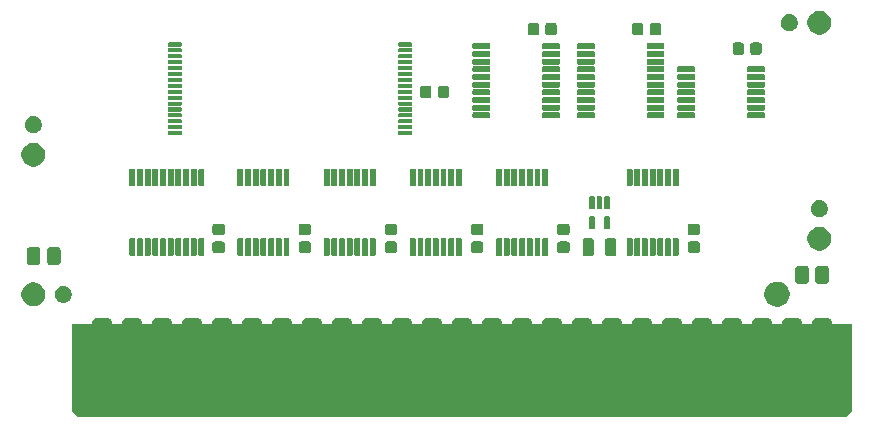
<source format=gts>
G04 #@! TF.GenerationSoftware,KiCad,Pcbnew,(5.1.5-0-10_14)*
G04 #@! TF.CreationDate,2020-09-30T01:12:27-04:00*
G04 #@! TF.ProjectId,RAM128,52414d31-3238-42e6-9b69-6361645f7063,rev?*
G04 #@! TF.SameCoordinates,Original*
G04 #@! TF.FileFunction,Soldermask,Top*
G04 #@! TF.FilePolarity,Negative*
%FSLAX46Y46*%
G04 Gerber Fmt 4.6, Leading zero omitted, Abs format (unit mm)*
G04 Created by KiCad (PCBNEW (5.1.5-0-10_14)) date 2020-09-30 01:12:27*
%MOMM*%
%LPD*%
G04 APERTURE LIST*
%ADD10C,0.100000*%
G04 APERTURE END LIST*
D10*
G36*
X139700000Y-139446000D02*
G01*
X139192000Y-139954000D01*
X74168000Y-139954000D01*
X73660000Y-139446000D01*
X73660000Y-132080000D01*
X139700000Y-132080000D01*
X139700000Y-139446000D01*
G37*
G36*
X137686355Y-131543544D02*
G01*
X137758967Y-131565570D01*
X137825881Y-131601336D01*
X137884531Y-131649469D01*
X137932664Y-131708119D01*
X137968430Y-131775033D01*
X137990456Y-131847645D01*
X137998200Y-131926267D01*
X137998200Y-138637733D01*
X137990456Y-138716355D01*
X137968430Y-138788967D01*
X137932664Y-138855881D01*
X137884531Y-138914531D01*
X137825881Y-138962664D01*
X137758967Y-138998430D01*
X137686355Y-139020456D01*
X137607733Y-139028200D01*
X136712267Y-139028200D01*
X136633645Y-139020456D01*
X136561033Y-138998430D01*
X136494119Y-138962664D01*
X136435469Y-138914531D01*
X136387336Y-138855881D01*
X136351570Y-138788967D01*
X136329544Y-138716355D01*
X136321800Y-138637733D01*
X136321800Y-131926267D01*
X136329544Y-131847645D01*
X136351570Y-131775033D01*
X136387336Y-131708119D01*
X136435469Y-131649469D01*
X136494119Y-131601336D01*
X136561033Y-131565570D01*
X136633645Y-131543544D01*
X136712267Y-131535800D01*
X137607733Y-131535800D01*
X137686355Y-131543544D01*
G37*
G36*
X135146355Y-131543544D02*
G01*
X135218967Y-131565570D01*
X135285881Y-131601336D01*
X135344531Y-131649469D01*
X135392664Y-131708119D01*
X135428430Y-131775033D01*
X135450456Y-131847645D01*
X135458200Y-131926267D01*
X135458200Y-138637733D01*
X135450456Y-138716355D01*
X135428430Y-138788967D01*
X135392664Y-138855881D01*
X135344531Y-138914531D01*
X135285881Y-138962664D01*
X135218967Y-138998430D01*
X135146355Y-139020456D01*
X135067733Y-139028200D01*
X134172267Y-139028200D01*
X134093645Y-139020456D01*
X134021033Y-138998430D01*
X133954119Y-138962664D01*
X133895469Y-138914531D01*
X133847336Y-138855881D01*
X133811570Y-138788967D01*
X133789544Y-138716355D01*
X133781800Y-138637733D01*
X133781800Y-131926267D01*
X133789544Y-131847645D01*
X133811570Y-131775033D01*
X133847336Y-131708119D01*
X133895469Y-131649469D01*
X133954119Y-131601336D01*
X134021033Y-131565570D01*
X134093645Y-131543544D01*
X134172267Y-131535800D01*
X135067733Y-131535800D01*
X135146355Y-131543544D01*
G37*
G36*
X132606355Y-131543544D02*
G01*
X132678967Y-131565570D01*
X132745881Y-131601336D01*
X132804531Y-131649469D01*
X132852664Y-131708119D01*
X132888430Y-131775033D01*
X132910456Y-131847645D01*
X132918200Y-131926267D01*
X132918200Y-138637733D01*
X132910456Y-138716355D01*
X132888430Y-138788967D01*
X132852664Y-138855881D01*
X132804531Y-138914531D01*
X132745881Y-138962664D01*
X132678967Y-138998430D01*
X132606355Y-139020456D01*
X132527733Y-139028200D01*
X131632267Y-139028200D01*
X131553645Y-139020456D01*
X131481033Y-138998430D01*
X131414119Y-138962664D01*
X131355469Y-138914531D01*
X131307336Y-138855881D01*
X131271570Y-138788967D01*
X131249544Y-138716355D01*
X131241800Y-138637733D01*
X131241800Y-131926267D01*
X131249544Y-131847645D01*
X131271570Y-131775033D01*
X131307336Y-131708119D01*
X131355469Y-131649469D01*
X131414119Y-131601336D01*
X131481033Y-131565570D01*
X131553645Y-131543544D01*
X131632267Y-131535800D01*
X132527733Y-131535800D01*
X132606355Y-131543544D01*
G37*
G36*
X130066355Y-131543544D02*
G01*
X130138967Y-131565570D01*
X130205881Y-131601336D01*
X130264531Y-131649469D01*
X130312664Y-131708119D01*
X130348430Y-131775033D01*
X130370456Y-131847645D01*
X130378200Y-131926267D01*
X130378200Y-138637733D01*
X130370456Y-138716355D01*
X130348430Y-138788967D01*
X130312664Y-138855881D01*
X130264531Y-138914531D01*
X130205881Y-138962664D01*
X130138967Y-138998430D01*
X130066355Y-139020456D01*
X129987733Y-139028200D01*
X129092267Y-139028200D01*
X129013645Y-139020456D01*
X128941033Y-138998430D01*
X128874119Y-138962664D01*
X128815469Y-138914531D01*
X128767336Y-138855881D01*
X128731570Y-138788967D01*
X128709544Y-138716355D01*
X128701800Y-138637733D01*
X128701800Y-131926267D01*
X128709544Y-131847645D01*
X128731570Y-131775033D01*
X128767336Y-131708119D01*
X128815469Y-131649469D01*
X128874119Y-131601336D01*
X128941033Y-131565570D01*
X129013645Y-131543544D01*
X129092267Y-131535800D01*
X129987733Y-131535800D01*
X130066355Y-131543544D01*
G37*
G36*
X127526355Y-131543544D02*
G01*
X127598967Y-131565570D01*
X127665881Y-131601336D01*
X127724531Y-131649469D01*
X127772664Y-131708119D01*
X127808430Y-131775033D01*
X127830456Y-131847645D01*
X127838200Y-131926267D01*
X127838200Y-138637733D01*
X127830456Y-138716355D01*
X127808430Y-138788967D01*
X127772664Y-138855881D01*
X127724531Y-138914531D01*
X127665881Y-138962664D01*
X127598967Y-138998430D01*
X127526355Y-139020456D01*
X127447733Y-139028200D01*
X126552267Y-139028200D01*
X126473645Y-139020456D01*
X126401033Y-138998430D01*
X126334119Y-138962664D01*
X126275469Y-138914531D01*
X126227336Y-138855881D01*
X126191570Y-138788967D01*
X126169544Y-138716355D01*
X126161800Y-138637733D01*
X126161800Y-131926267D01*
X126169544Y-131847645D01*
X126191570Y-131775033D01*
X126227336Y-131708119D01*
X126275469Y-131649469D01*
X126334119Y-131601336D01*
X126401033Y-131565570D01*
X126473645Y-131543544D01*
X126552267Y-131535800D01*
X127447733Y-131535800D01*
X127526355Y-131543544D01*
G37*
G36*
X124986355Y-131543544D02*
G01*
X125058967Y-131565570D01*
X125125881Y-131601336D01*
X125184531Y-131649469D01*
X125232664Y-131708119D01*
X125268430Y-131775033D01*
X125290456Y-131847645D01*
X125298200Y-131926267D01*
X125298200Y-138637733D01*
X125290456Y-138716355D01*
X125268430Y-138788967D01*
X125232664Y-138855881D01*
X125184531Y-138914531D01*
X125125881Y-138962664D01*
X125058967Y-138998430D01*
X124986355Y-139020456D01*
X124907733Y-139028200D01*
X124012267Y-139028200D01*
X123933645Y-139020456D01*
X123861033Y-138998430D01*
X123794119Y-138962664D01*
X123735469Y-138914531D01*
X123687336Y-138855881D01*
X123651570Y-138788967D01*
X123629544Y-138716355D01*
X123621800Y-138637733D01*
X123621800Y-131926267D01*
X123629544Y-131847645D01*
X123651570Y-131775033D01*
X123687336Y-131708119D01*
X123735469Y-131649469D01*
X123794119Y-131601336D01*
X123861033Y-131565570D01*
X123933645Y-131543544D01*
X124012267Y-131535800D01*
X124907733Y-131535800D01*
X124986355Y-131543544D01*
G37*
G36*
X122446355Y-131543544D02*
G01*
X122518967Y-131565570D01*
X122585881Y-131601336D01*
X122644531Y-131649469D01*
X122692664Y-131708119D01*
X122728430Y-131775033D01*
X122750456Y-131847645D01*
X122758200Y-131926267D01*
X122758200Y-138637733D01*
X122750456Y-138716355D01*
X122728430Y-138788967D01*
X122692664Y-138855881D01*
X122644531Y-138914531D01*
X122585881Y-138962664D01*
X122518967Y-138998430D01*
X122446355Y-139020456D01*
X122367733Y-139028200D01*
X121472267Y-139028200D01*
X121393645Y-139020456D01*
X121321033Y-138998430D01*
X121254119Y-138962664D01*
X121195469Y-138914531D01*
X121147336Y-138855881D01*
X121111570Y-138788967D01*
X121089544Y-138716355D01*
X121081800Y-138637733D01*
X121081800Y-131926267D01*
X121089544Y-131847645D01*
X121111570Y-131775033D01*
X121147336Y-131708119D01*
X121195469Y-131649469D01*
X121254119Y-131601336D01*
X121321033Y-131565570D01*
X121393645Y-131543544D01*
X121472267Y-131535800D01*
X122367733Y-131535800D01*
X122446355Y-131543544D01*
G37*
G36*
X119906355Y-131543544D02*
G01*
X119978967Y-131565570D01*
X120045881Y-131601336D01*
X120104531Y-131649469D01*
X120152664Y-131708119D01*
X120188430Y-131775033D01*
X120210456Y-131847645D01*
X120218200Y-131926267D01*
X120218200Y-138637733D01*
X120210456Y-138716355D01*
X120188430Y-138788967D01*
X120152664Y-138855881D01*
X120104531Y-138914531D01*
X120045881Y-138962664D01*
X119978967Y-138998430D01*
X119906355Y-139020456D01*
X119827733Y-139028200D01*
X118932267Y-139028200D01*
X118853645Y-139020456D01*
X118781033Y-138998430D01*
X118714119Y-138962664D01*
X118655469Y-138914531D01*
X118607336Y-138855881D01*
X118571570Y-138788967D01*
X118549544Y-138716355D01*
X118541800Y-138637733D01*
X118541800Y-131926267D01*
X118549544Y-131847645D01*
X118571570Y-131775033D01*
X118607336Y-131708119D01*
X118655469Y-131649469D01*
X118714119Y-131601336D01*
X118781033Y-131565570D01*
X118853645Y-131543544D01*
X118932267Y-131535800D01*
X119827733Y-131535800D01*
X119906355Y-131543544D01*
G37*
G36*
X117366355Y-131543544D02*
G01*
X117438967Y-131565570D01*
X117505881Y-131601336D01*
X117564531Y-131649469D01*
X117612664Y-131708119D01*
X117648430Y-131775033D01*
X117670456Y-131847645D01*
X117678200Y-131926267D01*
X117678200Y-138637733D01*
X117670456Y-138716355D01*
X117648430Y-138788967D01*
X117612664Y-138855881D01*
X117564531Y-138914531D01*
X117505881Y-138962664D01*
X117438967Y-138998430D01*
X117366355Y-139020456D01*
X117287733Y-139028200D01*
X116392267Y-139028200D01*
X116313645Y-139020456D01*
X116241033Y-138998430D01*
X116174119Y-138962664D01*
X116115469Y-138914531D01*
X116067336Y-138855881D01*
X116031570Y-138788967D01*
X116009544Y-138716355D01*
X116001800Y-138637733D01*
X116001800Y-131926267D01*
X116009544Y-131847645D01*
X116031570Y-131775033D01*
X116067336Y-131708119D01*
X116115469Y-131649469D01*
X116174119Y-131601336D01*
X116241033Y-131565570D01*
X116313645Y-131543544D01*
X116392267Y-131535800D01*
X117287733Y-131535800D01*
X117366355Y-131543544D01*
G37*
G36*
X114826355Y-131543544D02*
G01*
X114898967Y-131565570D01*
X114965881Y-131601336D01*
X115024531Y-131649469D01*
X115072664Y-131708119D01*
X115108430Y-131775033D01*
X115130456Y-131847645D01*
X115138200Y-131926267D01*
X115138200Y-138637733D01*
X115130456Y-138716355D01*
X115108430Y-138788967D01*
X115072664Y-138855881D01*
X115024531Y-138914531D01*
X114965881Y-138962664D01*
X114898967Y-138998430D01*
X114826355Y-139020456D01*
X114747733Y-139028200D01*
X113852267Y-139028200D01*
X113773645Y-139020456D01*
X113701033Y-138998430D01*
X113634119Y-138962664D01*
X113575469Y-138914531D01*
X113527336Y-138855881D01*
X113491570Y-138788967D01*
X113469544Y-138716355D01*
X113461800Y-138637733D01*
X113461800Y-131926267D01*
X113469544Y-131847645D01*
X113491570Y-131775033D01*
X113527336Y-131708119D01*
X113575469Y-131649469D01*
X113634119Y-131601336D01*
X113701033Y-131565570D01*
X113773645Y-131543544D01*
X113852267Y-131535800D01*
X114747733Y-131535800D01*
X114826355Y-131543544D01*
G37*
G36*
X112286355Y-131543544D02*
G01*
X112358967Y-131565570D01*
X112425881Y-131601336D01*
X112484531Y-131649469D01*
X112532664Y-131708119D01*
X112568430Y-131775033D01*
X112590456Y-131847645D01*
X112598200Y-131926267D01*
X112598200Y-138637733D01*
X112590456Y-138716355D01*
X112568430Y-138788967D01*
X112532664Y-138855881D01*
X112484531Y-138914531D01*
X112425881Y-138962664D01*
X112358967Y-138998430D01*
X112286355Y-139020456D01*
X112207733Y-139028200D01*
X111312267Y-139028200D01*
X111233645Y-139020456D01*
X111161033Y-138998430D01*
X111094119Y-138962664D01*
X111035469Y-138914531D01*
X110987336Y-138855881D01*
X110951570Y-138788967D01*
X110929544Y-138716355D01*
X110921800Y-138637733D01*
X110921800Y-131926267D01*
X110929544Y-131847645D01*
X110951570Y-131775033D01*
X110987336Y-131708119D01*
X111035469Y-131649469D01*
X111094119Y-131601336D01*
X111161033Y-131565570D01*
X111233645Y-131543544D01*
X111312267Y-131535800D01*
X112207733Y-131535800D01*
X112286355Y-131543544D01*
G37*
G36*
X109746355Y-131543544D02*
G01*
X109818967Y-131565570D01*
X109885881Y-131601336D01*
X109944531Y-131649469D01*
X109992664Y-131708119D01*
X110028430Y-131775033D01*
X110050456Y-131847645D01*
X110058200Y-131926267D01*
X110058200Y-138637733D01*
X110050456Y-138716355D01*
X110028430Y-138788967D01*
X109992664Y-138855881D01*
X109944531Y-138914531D01*
X109885881Y-138962664D01*
X109818967Y-138998430D01*
X109746355Y-139020456D01*
X109667733Y-139028200D01*
X108772267Y-139028200D01*
X108693645Y-139020456D01*
X108621033Y-138998430D01*
X108554119Y-138962664D01*
X108495469Y-138914531D01*
X108447336Y-138855881D01*
X108411570Y-138788967D01*
X108389544Y-138716355D01*
X108381800Y-138637733D01*
X108381800Y-131926267D01*
X108389544Y-131847645D01*
X108411570Y-131775033D01*
X108447336Y-131708119D01*
X108495469Y-131649469D01*
X108554119Y-131601336D01*
X108621033Y-131565570D01*
X108693645Y-131543544D01*
X108772267Y-131535800D01*
X109667733Y-131535800D01*
X109746355Y-131543544D01*
G37*
G36*
X107206355Y-131543544D02*
G01*
X107278967Y-131565570D01*
X107345881Y-131601336D01*
X107404531Y-131649469D01*
X107452664Y-131708119D01*
X107488430Y-131775033D01*
X107510456Y-131847645D01*
X107518200Y-131926267D01*
X107518200Y-138637733D01*
X107510456Y-138716355D01*
X107488430Y-138788967D01*
X107452664Y-138855881D01*
X107404531Y-138914531D01*
X107345881Y-138962664D01*
X107278967Y-138998430D01*
X107206355Y-139020456D01*
X107127733Y-139028200D01*
X106232267Y-139028200D01*
X106153645Y-139020456D01*
X106081033Y-138998430D01*
X106014119Y-138962664D01*
X105955469Y-138914531D01*
X105907336Y-138855881D01*
X105871570Y-138788967D01*
X105849544Y-138716355D01*
X105841800Y-138637733D01*
X105841800Y-131926267D01*
X105849544Y-131847645D01*
X105871570Y-131775033D01*
X105907336Y-131708119D01*
X105955469Y-131649469D01*
X106014119Y-131601336D01*
X106081033Y-131565570D01*
X106153645Y-131543544D01*
X106232267Y-131535800D01*
X107127733Y-131535800D01*
X107206355Y-131543544D01*
G37*
G36*
X104666355Y-131543544D02*
G01*
X104738967Y-131565570D01*
X104805881Y-131601336D01*
X104864531Y-131649469D01*
X104912664Y-131708119D01*
X104948430Y-131775033D01*
X104970456Y-131847645D01*
X104978200Y-131926267D01*
X104978200Y-138637733D01*
X104970456Y-138716355D01*
X104948430Y-138788967D01*
X104912664Y-138855881D01*
X104864531Y-138914531D01*
X104805881Y-138962664D01*
X104738967Y-138998430D01*
X104666355Y-139020456D01*
X104587733Y-139028200D01*
X103692267Y-139028200D01*
X103613645Y-139020456D01*
X103541033Y-138998430D01*
X103474119Y-138962664D01*
X103415469Y-138914531D01*
X103367336Y-138855881D01*
X103331570Y-138788967D01*
X103309544Y-138716355D01*
X103301800Y-138637733D01*
X103301800Y-131926267D01*
X103309544Y-131847645D01*
X103331570Y-131775033D01*
X103367336Y-131708119D01*
X103415469Y-131649469D01*
X103474119Y-131601336D01*
X103541033Y-131565570D01*
X103613645Y-131543544D01*
X103692267Y-131535800D01*
X104587733Y-131535800D01*
X104666355Y-131543544D01*
G37*
G36*
X102126355Y-131543544D02*
G01*
X102198967Y-131565570D01*
X102265881Y-131601336D01*
X102324531Y-131649469D01*
X102372664Y-131708119D01*
X102408430Y-131775033D01*
X102430456Y-131847645D01*
X102438200Y-131926267D01*
X102438200Y-138637733D01*
X102430456Y-138716355D01*
X102408430Y-138788967D01*
X102372664Y-138855881D01*
X102324531Y-138914531D01*
X102265881Y-138962664D01*
X102198967Y-138998430D01*
X102126355Y-139020456D01*
X102047733Y-139028200D01*
X101152267Y-139028200D01*
X101073645Y-139020456D01*
X101001033Y-138998430D01*
X100934119Y-138962664D01*
X100875469Y-138914531D01*
X100827336Y-138855881D01*
X100791570Y-138788967D01*
X100769544Y-138716355D01*
X100761800Y-138637733D01*
X100761800Y-131926267D01*
X100769544Y-131847645D01*
X100791570Y-131775033D01*
X100827336Y-131708119D01*
X100875469Y-131649469D01*
X100934119Y-131601336D01*
X101001033Y-131565570D01*
X101073645Y-131543544D01*
X101152267Y-131535800D01*
X102047733Y-131535800D01*
X102126355Y-131543544D01*
G37*
G36*
X99586355Y-131543544D02*
G01*
X99658967Y-131565570D01*
X99725881Y-131601336D01*
X99784531Y-131649469D01*
X99832664Y-131708119D01*
X99868430Y-131775033D01*
X99890456Y-131847645D01*
X99898200Y-131926267D01*
X99898200Y-138637733D01*
X99890456Y-138716355D01*
X99868430Y-138788967D01*
X99832664Y-138855881D01*
X99784531Y-138914531D01*
X99725881Y-138962664D01*
X99658967Y-138998430D01*
X99586355Y-139020456D01*
X99507733Y-139028200D01*
X98612267Y-139028200D01*
X98533645Y-139020456D01*
X98461033Y-138998430D01*
X98394119Y-138962664D01*
X98335469Y-138914531D01*
X98287336Y-138855881D01*
X98251570Y-138788967D01*
X98229544Y-138716355D01*
X98221800Y-138637733D01*
X98221800Y-131926267D01*
X98229544Y-131847645D01*
X98251570Y-131775033D01*
X98287336Y-131708119D01*
X98335469Y-131649469D01*
X98394119Y-131601336D01*
X98461033Y-131565570D01*
X98533645Y-131543544D01*
X98612267Y-131535800D01*
X99507733Y-131535800D01*
X99586355Y-131543544D01*
G37*
G36*
X97046355Y-131543544D02*
G01*
X97118967Y-131565570D01*
X97185881Y-131601336D01*
X97244531Y-131649469D01*
X97292664Y-131708119D01*
X97328430Y-131775033D01*
X97350456Y-131847645D01*
X97358200Y-131926267D01*
X97358200Y-138637733D01*
X97350456Y-138716355D01*
X97328430Y-138788967D01*
X97292664Y-138855881D01*
X97244531Y-138914531D01*
X97185881Y-138962664D01*
X97118967Y-138998430D01*
X97046355Y-139020456D01*
X96967733Y-139028200D01*
X96072267Y-139028200D01*
X95993645Y-139020456D01*
X95921033Y-138998430D01*
X95854119Y-138962664D01*
X95795469Y-138914531D01*
X95747336Y-138855881D01*
X95711570Y-138788967D01*
X95689544Y-138716355D01*
X95681800Y-138637733D01*
X95681800Y-131926267D01*
X95689544Y-131847645D01*
X95711570Y-131775033D01*
X95747336Y-131708119D01*
X95795469Y-131649469D01*
X95854119Y-131601336D01*
X95921033Y-131565570D01*
X95993645Y-131543544D01*
X96072267Y-131535800D01*
X96967733Y-131535800D01*
X97046355Y-131543544D01*
G37*
G36*
X94506355Y-131543544D02*
G01*
X94578967Y-131565570D01*
X94645881Y-131601336D01*
X94704531Y-131649469D01*
X94752664Y-131708119D01*
X94788430Y-131775033D01*
X94810456Y-131847645D01*
X94818200Y-131926267D01*
X94818200Y-138637733D01*
X94810456Y-138716355D01*
X94788430Y-138788967D01*
X94752664Y-138855881D01*
X94704531Y-138914531D01*
X94645881Y-138962664D01*
X94578967Y-138998430D01*
X94506355Y-139020456D01*
X94427733Y-139028200D01*
X93532267Y-139028200D01*
X93453645Y-139020456D01*
X93381033Y-138998430D01*
X93314119Y-138962664D01*
X93255469Y-138914531D01*
X93207336Y-138855881D01*
X93171570Y-138788967D01*
X93149544Y-138716355D01*
X93141800Y-138637733D01*
X93141800Y-131926267D01*
X93149544Y-131847645D01*
X93171570Y-131775033D01*
X93207336Y-131708119D01*
X93255469Y-131649469D01*
X93314119Y-131601336D01*
X93381033Y-131565570D01*
X93453645Y-131543544D01*
X93532267Y-131535800D01*
X94427733Y-131535800D01*
X94506355Y-131543544D01*
G37*
G36*
X91966355Y-131543544D02*
G01*
X92038967Y-131565570D01*
X92105881Y-131601336D01*
X92164531Y-131649469D01*
X92212664Y-131708119D01*
X92248430Y-131775033D01*
X92270456Y-131847645D01*
X92278200Y-131926267D01*
X92278200Y-138637733D01*
X92270456Y-138716355D01*
X92248430Y-138788967D01*
X92212664Y-138855881D01*
X92164531Y-138914531D01*
X92105881Y-138962664D01*
X92038967Y-138998430D01*
X91966355Y-139020456D01*
X91887733Y-139028200D01*
X90992267Y-139028200D01*
X90913645Y-139020456D01*
X90841033Y-138998430D01*
X90774119Y-138962664D01*
X90715469Y-138914531D01*
X90667336Y-138855881D01*
X90631570Y-138788967D01*
X90609544Y-138716355D01*
X90601800Y-138637733D01*
X90601800Y-131926267D01*
X90609544Y-131847645D01*
X90631570Y-131775033D01*
X90667336Y-131708119D01*
X90715469Y-131649469D01*
X90774119Y-131601336D01*
X90841033Y-131565570D01*
X90913645Y-131543544D01*
X90992267Y-131535800D01*
X91887733Y-131535800D01*
X91966355Y-131543544D01*
G37*
G36*
X89426355Y-131543544D02*
G01*
X89498967Y-131565570D01*
X89565881Y-131601336D01*
X89624531Y-131649469D01*
X89672664Y-131708119D01*
X89708430Y-131775033D01*
X89730456Y-131847645D01*
X89738200Y-131926267D01*
X89738200Y-138637733D01*
X89730456Y-138716355D01*
X89708430Y-138788967D01*
X89672664Y-138855881D01*
X89624531Y-138914531D01*
X89565881Y-138962664D01*
X89498967Y-138998430D01*
X89426355Y-139020456D01*
X89347733Y-139028200D01*
X88452267Y-139028200D01*
X88373645Y-139020456D01*
X88301033Y-138998430D01*
X88234119Y-138962664D01*
X88175469Y-138914531D01*
X88127336Y-138855881D01*
X88091570Y-138788967D01*
X88069544Y-138716355D01*
X88061800Y-138637733D01*
X88061800Y-131926267D01*
X88069544Y-131847645D01*
X88091570Y-131775033D01*
X88127336Y-131708119D01*
X88175469Y-131649469D01*
X88234119Y-131601336D01*
X88301033Y-131565570D01*
X88373645Y-131543544D01*
X88452267Y-131535800D01*
X89347733Y-131535800D01*
X89426355Y-131543544D01*
G37*
G36*
X86886355Y-131543544D02*
G01*
X86958967Y-131565570D01*
X87025881Y-131601336D01*
X87084531Y-131649469D01*
X87132664Y-131708119D01*
X87168430Y-131775033D01*
X87190456Y-131847645D01*
X87198200Y-131926267D01*
X87198200Y-138637733D01*
X87190456Y-138716355D01*
X87168430Y-138788967D01*
X87132664Y-138855881D01*
X87084531Y-138914531D01*
X87025881Y-138962664D01*
X86958967Y-138998430D01*
X86886355Y-139020456D01*
X86807733Y-139028200D01*
X85912267Y-139028200D01*
X85833645Y-139020456D01*
X85761033Y-138998430D01*
X85694119Y-138962664D01*
X85635469Y-138914531D01*
X85587336Y-138855881D01*
X85551570Y-138788967D01*
X85529544Y-138716355D01*
X85521800Y-138637733D01*
X85521800Y-131926267D01*
X85529544Y-131847645D01*
X85551570Y-131775033D01*
X85587336Y-131708119D01*
X85635469Y-131649469D01*
X85694119Y-131601336D01*
X85761033Y-131565570D01*
X85833645Y-131543544D01*
X85912267Y-131535800D01*
X86807733Y-131535800D01*
X86886355Y-131543544D01*
G37*
G36*
X84346355Y-131543544D02*
G01*
X84418967Y-131565570D01*
X84485881Y-131601336D01*
X84544531Y-131649469D01*
X84592664Y-131708119D01*
X84628430Y-131775033D01*
X84650456Y-131847645D01*
X84658200Y-131926267D01*
X84658200Y-138637733D01*
X84650456Y-138716355D01*
X84628430Y-138788967D01*
X84592664Y-138855881D01*
X84544531Y-138914531D01*
X84485881Y-138962664D01*
X84418967Y-138998430D01*
X84346355Y-139020456D01*
X84267733Y-139028200D01*
X83372267Y-139028200D01*
X83293645Y-139020456D01*
X83221033Y-138998430D01*
X83154119Y-138962664D01*
X83095469Y-138914531D01*
X83047336Y-138855881D01*
X83011570Y-138788967D01*
X82989544Y-138716355D01*
X82981800Y-138637733D01*
X82981800Y-131926267D01*
X82989544Y-131847645D01*
X83011570Y-131775033D01*
X83047336Y-131708119D01*
X83095469Y-131649469D01*
X83154119Y-131601336D01*
X83221033Y-131565570D01*
X83293645Y-131543544D01*
X83372267Y-131535800D01*
X84267733Y-131535800D01*
X84346355Y-131543544D01*
G37*
G36*
X81806355Y-131543544D02*
G01*
X81878967Y-131565570D01*
X81945881Y-131601336D01*
X82004531Y-131649469D01*
X82052664Y-131708119D01*
X82088430Y-131775033D01*
X82110456Y-131847645D01*
X82118200Y-131926267D01*
X82118200Y-138637733D01*
X82110456Y-138716355D01*
X82088430Y-138788967D01*
X82052664Y-138855881D01*
X82004531Y-138914531D01*
X81945881Y-138962664D01*
X81878967Y-138998430D01*
X81806355Y-139020456D01*
X81727733Y-139028200D01*
X80832267Y-139028200D01*
X80753645Y-139020456D01*
X80681033Y-138998430D01*
X80614119Y-138962664D01*
X80555469Y-138914531D01*
X80507336Y-138855881D01*
X80471570Y-138788967D01*
X80449544Y-138716355D01*
X80441800Y-138637733D01*
X80441800Y-131926267D01*
X80449544Y-131847645D01*
X80471570Y-131775033D01*
X80507336Y-131708119D01*
X80555469Y-131649469D01*
X80614119Y-131601336D01*
X80681033Y-131565570D01*
X80753645Y-131543544D01*
X80832267Y-131535800D01*
X81727733Y-131535800D01*
X81806355Y-131543544D01*
G37*
G36*
X79266355Y-131543544D02*
G01*
X79338967Y-131565570D01*
X79405881Y-131601336D01*
X79464531Y-131649469D01*
X79512664Y-131708119D01*
X79548430Y-131775033D01*
X79570456Y-131847645D01*
X79578200Y-131926267D01*
X79578200Y-138637733D01*
X79570456Y-138716355D01*
X79548430Y-138788967D01*
X79512664Y-138855881D01*
X79464531Y-138914531D01*
X79405881Y-138962664D01*
X79338967Y-138998430D01*
X79266355Y-139020456D01*
X79187733Y-139028200D01*
X78292267Y-139028200D01*
X78213645Y-139020456D01*
X78141033Y-138998430D01*
X78074119Y-138962664D01*
X78015469Y-138914531D01*
X77967336Y-138855881D01*
X77931570Y-138788967D01*
X77909544Y-138716355D01*
X77901800Y-138637733D01*
X77901800Y-131926267D01*
X77909544Y-131847645D01*
X77931570Y-131775033D01*
X77967336Y-131708119D01*
X78015469Y-131649469D01*
X78074119Y-131601336D01*
X78141033Y-131565570D01*
X78213645Y-131543544D01*
X78292267Y-131535800D01*
X79187733Y-131535800D01*
X79266355Y-131543544D01*
G37*
G36*
X76726355Y-131543544D02*
G01*
X76798967Y-131565570D01*
X76865881Y-131601336D01*
X76924531Y-131649469D01*
X76972664Y-131708119D01*
X77008430Y-131775033D01*
X77030456Y-131847645D01*
X77038200Y-131926267D01*
X77038200Y-138637733D01*
X77030456Y-138716355D01*
X77008430Y-138788967D01*
X76972664Y-138855881D01*
X76924531Y-138914531D01*
X76865881Y-138962664D01*
X76798967Y-138998430D01*
X76726355Y-139020456D01*
X76647733Y-139028200D01*
X75752267Y-139028200D01*
X75673645Y-139020456D01*
X75601033Y-138998430D01*
X75534119Y-138962664D01*
X75475469Y-138914531D01*
X75427336Y-138855881D01*
X75391570Y-138788967D01*
X75369544Y-138716355D01*
X75361800Y-138637733D01*
X75361800Y-131926267D01*
X75369544Y-131847645D01*
X75391570Y-131775033D01*
X75427336Y-131708119D01*
X75475469Y-131649469D01*
X75534119Y-131601336D01*
X75601033Y-131565570D01*
X75673645Y-131543544D01*
X75752267Y-131535800D01*
X76647733Y-131535800D01*
X76726355Y-131543544D01*
G37*
G36*
X133663914Y-128505157D02*
G01*
X133859777Y-128586286D01*
X134036033Y-128704057D01*
X134185943Y-128853967D01*
X134303714Y-129030223D01*
X134384843Y-129226086D01*
X134426200Y-129434004D01*
X134426200Y-129645996D01*
X134384843Y-129853914D01*
X134303714Y-130049777D01*
X134185943Y-130226033D01*
X134036033Y-130375943D01*
X133859777Y-130493714D01*
X133663914Y-130574843D01*
X133455996Y-130616200D01*
X133244004Y-130616200D01*
X133036086Y-130574843D01*
X132840223Y-130493714D01*
X132663967Y-130375943D01*
X132514057Y-130226033D01*
X132396286Y-130049777D01*
X132315157Y-129853914D01*
X132273800Y-129645996D01*
X132273800Y-129434004D01*
X132315157Y-129226086D01*
X132396286Y-129030223D01*
X132514057Y-128853967D01*
X132663967Y-128704057D01*
X132840223Y-128586286D01*
X133036086Y-128505157D01*
X133244004Y-128463800D01*
X133455996Y-128463800D01*
X133663914Y-128505157D01*
G37*
G36*
X70649692Y-128578429D02*
G01*
X70831679Y-128653811D01*
X70995458Y-128763245D01*
X70995460Y-128763247D01*
X70995463Y-128763249D01*
X71134751Y-128902537D01*
X71134753Y-128902540D01*
X71134755Y-128902542D01*
X71244189Y-129066321D01*
X71319571Y-129248308D01*
X71358000Y-129441509D01*
X71358000Y-129638491D01*
X71319571Y-129831692D01*
X71244189Y-130013679D01*
X71134755Y-130177458D01*
X71134753Y-130177460D01*
X71134751Y-130177463D01*
X70995463Y-130316751D01*
X70995460Y-130316753D01*
X70995458Y-130316755D01*
X70831679Y-130426189D01*
X70649692Y-130501571D01*
X70456491Y-130540000D01*
X70259509Y-130540000D01*
X70066308Y-130501571D01*
X69884321Y-130426189D01*
X69720542Y-130316755D01*
X69720540Y-130316753D01*
X69720537Y-130316751D01*
X69581249Y-130177463D01*
X69581247Y-130177460D01*
X69581245Y-130177458D01*
X69471811Y-130013679D01*
X69396429Y-129831692D01*
X69358000Y-129638491D01*
X69358000Y-129441509D01*
X69396429Y-129248308D01*
X69471811Y-129066321D01*
X69581245Y-128902542D01*
X69581247Y-128902540D01*
X69581249Y-128902537D01*
X69720537Y-128763249D01*
X69720540Y-128763247D01*
X69720542Y-128763245D01*
X69884321Y-128653811D01*
X70066308Y-128578429D01*
X70259509Y-128540000D01*
X70456491Y-128540000D01*
X70649692Y-128578429D01*
G37*
G36*
X73015933Y-128825274D02*
G01*
X73109185Y-128843823D01*
X73240939Y-128898398D01*
X73240940Y-128898399D01*
X73240943Y-128898400D01*
X73359523Y-128977633D01*
X73460367Y-129078477D01*
X73539600Y-129197057D01*
X73539601Y-129197060D01*
X73539602Y-129197061D01*
X73594177Y-129328815D01*
X73622000Y-129468693D01*
X73622000Y-129611307D01*
X73594177Y-129751185D01*
X73539602Y-129882939D01*
X73539600Y-129882943D01*
X73460367Y-130001523D01*
X73359523Y-130102367D01*
X73240943Y-130181600D01*
X73240940Y-130181601D01*
X73240939Y-130181602D01*
X73109185Y-130236177D01*
X73015933Y-130254726D01*
X72969308Y-130264000D01*
X72826692Y-130264000D01*
X72780067Y-130254726D01*
X72686815Y-130236177D01*
X72555061Y-130181602D01*
X72555060Y-130181601D01*
X72555057Y-130181600D01*
X72436477Y-130102367D01*
X72335633Y-130001523D01*
X72256400Y-129882943D01*
X72256398Y-129882939D01*
X72201823Y-129751185D01*
X72174000Y-129611307D01*
X72174000Y-129468693D01*
X72201823Y-129328815D01*
X72256398Y-129197061D01*
X72256399Y-129197060D01*
X72256400Y-129197057D01*
X72335633Y-129078477D01*
X72436477Y-128977633D01*
X72555057Y-128898400D01*
X72555060Y-128898399D01*
X72555061Y-128898398D01*
X72686815Y-128843823D01*
X72780067Y-128825274D01*
X72826692Y-128816000D01*
X72969308Y-128816000D01*
X73015933Y-128825274D01*
G37*
G36*
X135829082Y-127144215D02*
G01*
X135877006Y-127158752D01*
X135921168Y-127182357D01*
X135959876Y-127214124D01*
X135991643Y-127252832D01*
X136015248Y-127296994D01*
X136029785Y-127344918D01*
X136035000Y-127397867D01*
X136035000Y-128380133D01*
X136029785Y-128433082D01*
X136015248Y-128481006D01*
X135991643Y-128525168D01*
X135959876Y-128563876D01*
X135921168Y-128595643D01*
X135877006Y-128619248D01*
X135829082Y-128633785D01*
X135776133Y-128639000D01*
X135143867Y-128639000D01*
X135090918Y-128633785D01*
X135042994Y-128619248D01*
X134998832Y-128595643D01*
X134960124Y-128563876D01*
X134928357Y-128525168D01*
X134904752Y-128481006D01*
X134890215Y-128433082D01*
X134885000Y-128380133D01*
X134885000Y-127397867D01*
X134890215Y-127344918D01*
X134904752Y-127296994D01*
X134928357Y-127252832D01*
X134960124Y-127214124D01*
X134998832Y-127182357D01*
X135042994Y-127158752D01*
X135090918Y-127144215D01*
X135143867Y-127139000D01*
X135776133Y-127139000D01*
X135829082Y-127144215D01*
G37*
G36*
X137529082Y-127144215D02*
G01*
X137577006Y-127158752D01*
X137621168Y-127182357D01*
X137659876Y-127214124D01*
X137691643Y-127252832D01*
X137715248Y-127296994D01*
X137729785Y-127344918D01*
X137735000Y-127397867D01*
X137735000Y-128380133D01*
X137729785Y-128433082D01*
X137715248Y-128481006D01*
X137691643Y-128525168D01*
X137659876Y-128563876D01*
X137621168Y-128595643D01*
X137577006Y-128619248D01*
X137529082Y-128633785D01*
X137476133Y-128639000D01*
X136843867Y-128639000D01*
X136790918Y-128633785D01*
X136742994Y-128619248D01*
X136698832Y-128595643D01*
X136660124Y-128563876D01*
X136628357Y-128525168D01*
X136604752Y-128481006D01*
X136590215Y-128433082D01*
X136585000Y-128380133D01*
X136585000Y-127397867D01*
X136590215Y-127344918D01*
X136604752Y-127296994D01*
X136628357Y-127252832D01*
X136660124Y-127214124D01*
X136698832Y-127182357D01*
X136742994Y-127158752D01*
X136790918Y-127144215D01*
X136843867Y-127139000D01*
X137476133Y-127139000D01*
X137529082Y-127144215D01*
G37*
G36*
X72469082Y-125555215D02*
G01*
X72517006Y-125569752D01*
X72561168Y-125593357D01*
X72599876Y-125625124D01*
X72631643Y-125663832D01*
X72655248Y-125707994D01*
X72669785Y-125755918D01*
X72675000Y-125808867D01*
X72675000Y-126791133D01*
X72669785Y-126844082D01*
X72655248Y-126892006D01*
X72631643Y-126936168D01*
X72599876Y-126974876D01*
X72561168Y-127006643D01*
X72517006Y-127030248D01*
X72469082Y-127044785D01*
X72416133Y-127050000D01*
X71783867Y-127050000D01*
X71730918Y-127044785D01*
X71682994Y-127030248D01*
X71638832Y-127006643D01*
X71600124Y-126974876D01*
X71568357Y-126936168D01*
X71544752Y-126892006D01*
X71530215Y-126844082D01*
X71525000Y-126791133D01*
X71525000Y-125808867D01*
X71530215Y-125755918D01*
X71544752Y-125707994D01*
X71568357Y-125663832D01*
X71600124Y-125625124D01*
X71638832Y-125593357D01*
X71682994Y-125569752D01*
X71730918Y-125555215D01*
X71783867Y-125550000D01*
X72416133Y-125550000D01*
X72469082Y-125555215D01*
G37*
G36*
X70769082Y-125555215D02*
G01*
X70817006Y-125569752D01*
X70861168Y-125593357D01*
X70899876Y-125625124D01*
X70931643Y-125663832D01*
X70955248Y-125707994D01*
X70969785Y-125755918D01*
X70975000Y-125808867D01*
X70975000Y-126791133D01*
X70969785Y-126844082D01*
X70955248Y-126892006D01*
X70931643Y-126936168D01*
X70899876Y-126974876D01*
X70861168Y-127006643D01*
X70817006Y-127030248D01*
X70769082Y-127044785D01*
X70716133Y-127050000D01*
X70083867Y-127050000D01*
X70030918Y-127044785D01*
X69982994Y-127030248D01*
X69938832Y-127006643D01*
X69900124Y-126974876D01*
X69868357Y-126936168D01*
X69844752Y-126892006D01*
X69830215Y-126844082D01*
X69825000Y-126791133D01*
X69825000Y-125808867D01*
X69830215Y-125755918D01*
X69844752Y-125707994D01*
X69868357Y-125663832D01*
X69900124Y-125625124D01*
X69938832Y-125593357D01*
X69982994Y-125569752D01*
X70030918Y-125555215D01*
X70083867Y-125550000D01*
X70716133Y-125550000D01*
X70769082Y-125555215D01*
G37*
G36*
X119559329Y-124804255D02*
G01*
X119597868Y-124815945D01*
X119633388Y-124834931D01*
X119664520Y-124860480D01*
X119690069Y-124891612D01*
X119709055Y-124927132D01*
X119720745Y-124965671D01*
X119725000Y-125008868D01*
X119725000Y-126091132D01*
X119720745Y-126134329D01*
X119709055Y-126172868D01*
X119690069Y-126208388D01*
X119664520Y-126239520D01*
X119633388Y-126265069D01*
X119597868Y-126284055D01*
X119559329Y-126295745D01*
X119516132Y-126300000D01*
X118983868Y-126300000D01*
X118940671Y-126295745D01*
X118902132Y-126284055D01*
X118866612Y-126265069D01*
X118835480Y-126239520D01*
X118809931Y-126208388D01*
X118790945Y-126172868D01*
X118779255Y-126134329D01*
X118775000Y-126091132D01*
X118775000Y-125008868D01*
X118779255Y-124965671D01*
X118790945Y-124927132D01*
X118809931Y-124891612D01*
X118835480Y-124860480D01*
X118866612Y-124834931D01*
X118902132Y-124815945D01*
X118940671Y-124804255D01*
X118983868Y-124800000D01*
X119516132Y-124800000D01*
X119559329Y-124804255D01*
G37*
G36*
X117659329Y-124804255D02*
G01*
X117697868Y-124815945D01*
X117733388Y-124834931D01*
X117764520Y-124860480D01*
X117790069Y-124891612D01*
X117809055Y-124927132D01*
X117820745Y-124965671D01*
X117825000Y-125008868D01*
X117825000Y-126091132D01*
X117820745Y-126134329D01*
X117809055Y-126172868D01*
X117790069Y-126208388D01*
X117764520Y-126239520D01*
X117733388Y-126265069D01*
X117697868Y-126284055D01*
X117659329Y-126295745D01*
X117616132Y-126300000D01*
X117083868Y-126300000D01*
X117040671Y-126295745D01*
X117002132Y-126284055D01*
X116966612Y-126265069D01*
X116935480Y-126239520D01*
X116909931Y-126208388D01*
X116890945Y-126172868D01*
X116879255Y-126134329D01*
X116875000Y-126091132D01*
X116875000Y-125008868D01*
X116879255Y-124965671D01*
X116890945Y-124927132D01*
X116909931Y-124891612D01*
X116935480Y-124860480D01*
X116966612Y-124834931D01*
X117002132Y-124815945D01*
X117040671Y-124804255D01*
X117083868Y-124800000D01*
X117616132Y-124800000D01*
X117659329Y-124804255D01*
G37*
G36*
X88074285Y-124803083D02*
G01*
X88091623Y-124808343D01*
X88107611Y-124816889D01*
X88121617Y-124828383D01*
X88133111Y-124842389D01*
X88141657Y-124858377D01*
X88146917Y-124875715D01*
X88149000Y-124896866D01*
X88149000Y-126203134D01*
X88146917Y-126224285D01*
X88141657Y-126241623D01*
X88133111Y-126257611D01*
X88121617Y-126271617D01*
X88107611Y-126283111D01*
X88091623Y-126291657D01*
X88074285Y-126296917D01*
X88053134Y-126299000D01*
X87746866Y-126299000D01*
X87725715Y-126296917D01*
X87708377Y-126291657D01*
X87692389Y-126283111D01*
X87678383Y-126271617D01*
X87666889Y-126257611D01*
X87658343Y-126241623D01*
X87653083Y-126224285D01*
X87651000Y-126203134D01*
X87651000Y-124896866D01*
X87653083Y-124875715D01*
X87658343Y-124858377D01*
X87666889Y-124842389D01*
X87678383Y-124828383D01*
X87692389Y-124816889D01*
X87708377Y-124808343D01*
X87725715Y-124803083D01*
X87746866Y-124801000D01*
X88053134Y-124801000D01*
X88074285Y-124803083D01*
G37*
G36*
X84774285Y-124803083D02*
G01*
X84791623Y-124808343D01*
X84807611Y-124816889D01*
X84821617Y-124828383D01*
X84833111Y-124842389D01*
X84841657Y-124858377D01*
X84846917Y-124875715D01*
X84849000Y-124896866D01*
X84849000Y-126203134D01*
X84846917Y-126224285D01*
X84841657Y-126241623D01*
X84833111Y-126257611D01*
X84821617Y-126271617D01*
X84807611Y-126283111D01*
X84791623Y-126291657D01*
X84774285Y-126296917D01*
X84753134Y-126299000D01*
X84446866Y-126299000D01*
X84425715Y-126296917D01*
X84408377Y-126291657D01*
X84392389Y-126283111D01*
X84378383Y-126271617D01*
X84366889Y-126257611D01*
X84358343Y-126241623D01*
X84353083Y-126224285D01*
X84351000Y-126203134D01*
X84351000Y-124896866D01*
X84353083Y-124875715D01*
X84358343Y-124858377D01*
X84366889Y-124842389D01*
X84378383Y-124828383D01*
X84392389Y-124816889D01*
X84408377Y-124808343D01*
X84425715Y-124803083D01*
X84446866Y-124801000D01*
X84753134Y-124801000D01*
X84774285Y-124803083D01*
G37*
G36*
X84124285Y-124803083D02*
G01*
X84141623Y-124808343D01*
X84157611Y-124816889D01*
X84171617Y-124828383D01*
X84183111Y-124842389D01*
X84191657Y-124858377D01*
X84196917Y-124875715D01*
X84199000Y-124896866D01*
X84199000Y-126203134D01*
X84196917Y-126224285D01*
X84191657Y-126241623D01*
X84183111Y-126257611D01*
X84171617Y-126271617D01*
X84157611Y-126283111D01*
X84141623Y-126291657D01*
X84124285Y-126296917D01*
X84103134Y-126299000D01*
X83796866Y-126299000D01*
X83775715Y-126296917D01*
X83758377Y-126291657D01*
X83742389Y-126283111D01*
X83728383Y-126271617D01*
X83716889Y-126257611D01*
X83708343Y-126241623D01*
X83703083Y-126224285D01*
X83701000Y-126203134D01*
X83701000Y-124896866D01*
X83703083Y-124875715D01*
X83708343Y-124858377D01*
X83716889Y-124842389D01*
X83728383Y-124828383D01*
X83742389Y-124816889D01*
X83758377Y-124808343D01*
X83775715Y-124803083D01*
X83796866Y-124801000D01*
X84103134Y-124801000D01*
X84124285Y-124803083D01*
G37*
G36*
X83474285Y-124803083D02*
G01*
X83491623Y-124808343D01*
X83507611Y-124816889D01*
X83521617Y-124828383D01*
X83533111Y-124842389D01*
X83541657Y-124858377D01*
X83546917Y-124875715D01*
X83549000Y-124896866D01*
X83549000Y-126203134D01*
X83546917Y-126224285D01*
X83541657Y-126241623D01*
X83533111Y-126257611D01*
X83521617Y-126271617D01*
X83507611Y-126283111D01*
X83491623Y-126291657D01*
X83474285Y-126296917D01*
X83453134Y-126299000D01*
X83146866Y-126299000D01*
X83125715Y-126296917D01*
X83108377Y-126291657D01*
X83092389Y-126283111D01*
X83078383Y-126271617D01*
X83066889Y-126257611D01*
X83058343Y-126241623D01*
X83053083Y-126224285D01*
X83051000Y-126203134D01*
X83051000Y-124896866D01*
X83053083Y-124875715D01*
X83058343Y-124858377D01*
X83066889Y-124842389D01*
X83078383Y-124828383D01*
X83092389Y-124816889D01*
X83108377Y-124808343D01*
X83125715Y-124803083D01*
X83146866Y-124801000D01*
X83453134Y-124801000D01*
X83474285Y-124803083D01*
G37*
G36*
X82824285Y-124803083D02*
G01*
X82841623Y-124808343D01*
X82857611Y-124816889D01*
X82871617Y-124828383D01*
X82883111Y-124842389D01*
X82891657Y-124858377D01*
X82896917Y-124875715D01*
X82899000Y-124896866D01*
X82899000Y-126203134D01*
X82896917Y-126224285D01*
X82891657Y-126241623D01*
X82883111Y-126257611D01*
X82871617Y-126271617D01*
X82857611Y-126283111D01*
X82841623Y-126291657D01*
X82824285Y-126296917D01*
X82803134Y-126299000D01*
X82496866Y-126299000D01*
X82475715Y-126296917D01*
X82458377Y-126291657D01*
X82442389Y-126283111D01*
X82428383Y-126271617D01*
X82416889Y-126257611D01*
X82408343Y-126241623D01*
X82403083Y-126224285D01*
X82401000Y-126203134D01*
X82401000Y-124896866D01*
X82403083Y-124875715D01*
X82408343Y-124858377D01*
X82416889Y-124842389D01*
X82428383Y-124828383D01*
X82442389Y-124816889D01*
X82458377Y-124808343D01*
X82475715Y-124803083D01*
X82496866Y-124801000D01*
X82803134Y-124801000D01*
X82824285Y-124803083D01*
G37*
G36*
X82174285Y-124803083D02*
G01*
X82191623Y-124808343D01*
X82207611Y-124816889D01*
X82221617Y-124828383D01*
X82233111Y-124842389D01*
X82241657Y-124858377D01*
X82246917Y-124875715D01*
X82249000Y-124896866D01*
X82249000Y-126203134D01*
X82246917Y-126224285D01*
X82241657Y-126241623D01*
X82233111Y-126257611D01*
X82221617Y-126271617D01*
X82207611Y-126283111D01*
X82191623Y-126291657D01*
X82174285Y-126296917D01*
X82153134Y-126299000D01*
X81846866Y-126299000D01*
X81825715Y-126296917D01*
X81808377Y-126291657D01*
X81792389Y-126283111D01*
X81778383Y-126271617D01*
X81766889Y-126257611D01*
X81758343Y-126241623D01*
X81753083Y-126224285D01*
X81751000Y-126203134D01*
X81751000Y-124896866D01*
X81753083Y-124875715D01*
X81758343Y-124858377D01*
X81766889Y-124842389D01*
X81778383Y-124828383D01*
X81792389Y-124816889D01*
X81808377Y-124808343D01*
X81825715Y-124803083D01*
X81846866Y-124801000D01*
X82153134Y-124801000D01*
X82174285Y-124803083D01*
G37*
G36*
X81524285Y-124803083D02*
G01*
X81541623Y-124808343D01*
X81557611Y-124816889D01*
X81571617Y-124828383D01*
X81583111Y-124842389D01*
X81591657Y-124858377D01*
X81596917Y-124875715D01*
X81599000Y-124896866D01*
X81599000Y-126203134D01*
X81596917Y-126224285D01*
X81591657Y-126241623D01*
X81583111Y-126257611D01*
X81571617Y-126271617D01*
X81557611Y-126283111D01*
X81541623Y-126291657D01*
X81524285Y-126296917D01*
X81503134Y-126299000D01*
X81196866Y-126299000D01*
X81175715Y-126296917D01*
X81158377Y-126291657D01*
X81142389Y-126283111D01*
X81128383Y-126271617D01*
X81116889Y-126257611D01*
X81108343Y-126241623D01*
X81103083Y-126224285D01*
X81101000Y-126203134D01*
X81101000Y-124896866D01*
X81103083Y-124875715D01*
X81108343Y-124858377D01*
X81116889Y-124842389D01*
X81128383Y-124828383D01*
X81142389Y-124816889D01*
X81158377Y-124808343D01*
X81175715Y-124803083D01*
X81196866Y-124801000D01*
X81503134Y-124801000D01*
X81524285Y-124803083D01*
G37*
G36*
X80874285Y-124803083D02*
G01*
X80891623Y-124808343D01*
X80907611Y-124816889D01*
X80921617Y-124828383D01*
X80933111Y-124842389D01*
X80941657Y-124858377D01*
X80946917Y-124875715D01*
X80949000Y-124896866D01*
X80949000Y-126203134D01*
X80946917Y-126224285D01*
X80941657Y-126241623D01*
X80933111Y-126257611D01*
X80921617Y-126271617D01*
X80907611Y-126283111D01*
X80891623Y-126291657D01*
X80874285Y-126296917D01*
X80853134Y-126299000D01*
X80546866Y-126299000D01*
X80525715Y-126296917D01*
X80508377Y-126291657D01*
X80492389Y-126283111D01*
X80478383Y-126271617D01*
X80466889Y-126257611D01*
X80458343Y-126241623D01*
X80453083Y-126224285D01*
X80451000Y-126203134D01*
X80451000Y-124896866D01*
X80453083Y-124875715D01*
X80458343Y-124858377D01*
X80466889Y-124842389D01*
X80478383Y-124828383D01*
X80492389Y-124816889D01*
X80508377Y-124808343D01*
X80525715Y-124803083D01*
X80546866Y-124801000D01*
X80853134Y-124801000D01*
X80874285Y-124803083D01*
G37*
G36*
X80224285Y-124803083D02*
G01*
X80241623Y-124808343D01*
X80257611Y-124816889D01*
X80271617Y-124828383D01*
X80283111Y-124842389D01*
X80291657Y-124858377D01*
X80296917Y-124875715D01*
X80299000Y-124896866D01*
X80299000Y-126203134D01*
X80296917Y-126224285D01*
X80291657Y-126241623D01*
X80283111Y-126257611D01*
X80271617Y-126271617D01*
X80257611Y-126283111D01*
X80241623Y-126291657D01*
X80224285Y-126296917D01*
X80203134Y-126299000D01*
X79896866Y-126299000D01*
X79875715Y-126296917D01*
X79858377Y-126291657D01*
X79842389Y-126283111D01*
X79828383Y-126271617D01*
X79816889Y-126257611D01*
X79808343Y-126241623D01*
X79803083Y-126224285D01*
X79801000Y-126203134D01*
X79801000Y-124896866D01*
X79803083Y-124875715D01*
X79808343Y-124858377D01*
X79816889Y-124842389D01*
X79828383Y-124828383D01*
X79842389Y-124816889D01*
X79858377Y-124808343D01*
X79875715Y-124803083D01*
X79896866Y-124801000D01*
X80203134Y-124801000D01*
X80224285Y-124803083D01*
G37*
G36*
X79574285Y-124803083D02*
G01*
X79591623Y-124808343D01*
X79607611Y-124816889D01*
X79621617Y-124828383D01*
X79633111Y-124842389D01*
X79641657Y-124858377D01*
X79646917Y-124875715D01*
X79649000Y-124896866D01*
X79649000Y-126203134D01*
X79646917Y-126224285D01*
X79641657Y-126241623D01*
X79633111Y-126257611D01*
X79621617Y-126271617D01*
X79607611Y-126283111D01*
X79591623Y-126291657D01*
X79574285Y-126296917D01*
X79553134Y-126299000D01*
X79246866Y-126299000D01*
X79225715Y-126296917D01*
X79208377Y-126291657D01*
X79192389Y-126283111D01*
X79178383Y-126271617D01*
X79166889Y-126257611D01*
X79158343Y-126241623D01*
X79153083Y-126224285D01*
X79151000Y-126203134D01*
X79151000Y-124896866D01*
X79153083Y-124875715D01*
X79158343Y-124858377D01*
X79166889Y-124842389D01*
X79178383Y-124828383D01*
X79192389Y-124816889D01*
X79208377Y-124808343D01*
X79225715Y-124803083D01*
X79246866Y-124801000D01*
X79553134Y-124801000D01*
X79574285Y-124803083D01*
G37*
G36*
X78924285Y-124803083D02*
G01*
X78941623Y-124808343D01*
X78957611Y-124816889D01*
X78971617Y-124828383D01*
X78983111Y-124842389D01*
X78991657Y-124858377D01*
X78996917Y-124875715D01*
X78999000Y-124896866D01*
X78999000Y-126203134D01*
X78996917Y-126224285D01*
X78991657Y-126241623D01*
X78983111Y-126257611D01*
X78971617Y-126271617D01*
X78957611Y-126283111D01*
X78941623Y-126291657D01*
X78924285Y-126296917D01*
X78903134Y-126299000D01*
X78596866Y-126299000D01*
X78575715Y-126296917D01*
X78558377Y-126291657D01*
X78542389Y-126283111D01*
X78528383Y-126271617D01*
X78516889Y-126257611D01*
X78508343Y-126241623D01*
X78503083Y-126224285D01*
X78501000Y-126203134D01*
X78501000Y-124896866D01*
X78503083Y-124875715D01*
X78508343Y-124858377D01*
X78516889Y-124842389D01*
X78528383Y-124828383D01*
X78542389Y-124816889D01*
X78558377Y-124808343D01*
X78575715Y-124803083D01*
X78596866Y-124801000D01*
X78903134Y-124801000D01*
X78924285Y-124803083D01*
G37*
G36*
X103974285Y-124803083D02*
G01*
X103991623Y-124808343D01*
X104007611Y-124816889D01*
X104021617Y-124828383D01*
X104033111Y-124842389D01*
X104041657Y-124858377D01*
X104046917Y-124875715D01*
X104049000Y-124896866D01*
X104049000Y-126203134D01*
X104046917Y-126224285D01*
X104041657Y-126241623D01*
X104033111Y-126257611D01*
X104021617Y-126271617D01*
X104007611Y-126283111D01*
X103991623Y-126291657D01*
X103974285Y-126296917D01*
X103953134Y-126299000D01*
X103646866Y-126299000D01*
X103625715Y-126296917D01*
X103608377Y-126291657D01*
X103592389Y-126283111D01*
X103578383Y-126271617D01*
X103566889Y-126257611D01*
X103558343Y-126241623D01*
X103553083Y-126224285D01*
X103551000Y-126203134D01*
X103551000Y-124896866D01*
X103553083Y-124875715D01*
X103558343Y-124858377D01*
X103566889Y-124842389D01*
X103578383Y-124828383D01*
X103592389Y-124816889D01*
X103608377Y-124808343D01*
X103625715Y-124803083D01*
X103646866Y-124801000D01*
X103953134Y-124801000D01*
X103974285Y-124803083D01*
G37*
G36*
X88724285Y-124803083D02*
G01*
X88741623Y-124808343D01*
X88757611Y-124816889D01*
X88771617Y-124828383D01*
X88783111Y-124842389D01*
X88791657Y-124858377D01*
X88796917Y-124875715D01*
X88799000Y-124896866D01*
X88799000Y-126203134D01*
X88796917Y-126224285D01*
X88791657Y-126241623D01*
X88783111Y-126257611D01*
X88771617Y-126271617D01*
X88757611Y-126283111D01*
X88741623Y-126291657D01*
X88724285Y-126296917D01*
X88703134Y-126299000D01*
X88396866Y-126299000D01*
X88375715Y-126296917D01*
X88358377Y-126291657D01*
X88342389Y-126283111D01*
X88328383Y-126271617D01*
X88316889Y-126257611D01*
X88308343Y-126241623D01*
X88303083Y-126224285D01*
X88301000Y-126203134D01*
X88301000Y-124896866D01*
X88303083Y-124875715D01*
X88308343Y-124858377D01*
X88316889Y-124842389D01*
X88328383Y-124828383D01*
X88342389Y-124816889D01*
X88358377Y-124808343D01*
X88375715Y-124803083D01*
X88396866Y-124801000D01*
X88703134Y-124801000D01*
X88724285Y-124803083D01*
G37*
G36*
X89374285Y-124803083D02*
G01*
X89391623Y-124808343D01*
X89407611Y-124816889D01*
X89421617Y-124828383D01*
X89433111Y-124842389D01*
X89441657Y-124858377D01*
X89446917Y-124875715D01*
X89449000Y-124896866D01*
X89449000Y-126203134D01*
X89446917Y-126224285D01*
X89441657Y-126241623D01*
X89433111Y-126257611D01*
X89421617Y-126271617D01*
X89407611Y-126283111D01*
X89391623Y-126291657D01*
X89374285Y-126296917D01*
X89353134Y-126299000D01*
X89046866Y-126299000D01*
X89025715Y-126296917D01*
X89008377Y-126291657D01*
X88992389Y-126283111D01*
X88978383Y-126271617D01*
X88966889Y-126257611D01*
X88958343Y-126241623D01*
X88953083Y-126224285D01*
X88951000Y-126203134D01*
X88951000Y-124896866D01*
X88953083Y-124875715D01*
X88958343Y-124858377D01*
X88966889Y-124842389D01*
X88978383Y-124828383D01*
X88992389Y-124816889D01*
X89008377Y-124808343D01*
X89025715Y-124803083D01*
X89046866Y-124801000D01*
X89353134Y-124801000D01*
X89374285Y-124803083D01*
G37*
G36*
X90024285Y-124803083D02*
G01*
X90041623Y-124808343D01*
X90057611Y-124816889D01*
X90071617Y-124828383D01*
X90083111Y-124842389D01*
X90091657Y-124858377D01*
X90096917Y-124875715D01*
X90099000Y-124896866D01*
X90099000Y-126203134D01*
X90096917Y-126224285D01*
X90091657Y-126241623D01*
X90083111Y-126257611D01*
X90071617Y-126271617D01*
X90057611Y-126283111D01*
X90041623Y-126291657D01*
X90024285Y-126296917D01*
X90003134Y-126299000D01*
X89696866Y-126299000D01*
X89675715Y-126296917D01*
X89658377Y-126291657D01*
X89642389Y-126283111D01*
X89628383Y-126271617D01*
X89616889Y-126257611D01*
X89608343Y-126241623D01*
X89603083Y-126224285D01*
X89601000Y-126203134D01*
X89601000Y-124896866D01*
X89603083Y-124875715D01*
X89608343Y-124858377D01*
X89616889Y-124842389D01*
X89628383Y-124828383D01*
X89642389Y-124816889D01*
X89658377Y-124808343D01*
X89675715Y-124803083D01*
X89696866Y-124801000D01*
X90003134Y-124801000D01*
X90024285Y-124803083D01*
G37*
G36*
X90674285Y-124803083D02*
G01*
X90691623Y-124808343D01*
X90707611Y-124816889D01*
X90721617Y-124828383D01*
X90733111Y-124842389D01*
X90741657Y-124858377D01*
X90746917Y-124875715D01*
X90749000Y-124896866D01*
X90749000Y-126203134D01*
X90746917Y-126224285D01*
X90741657Y-126241623D01*
X90733111Y-126257611D01*
X90721617Y-126271617D01*
X90707611Y-126283111D01*
X90691623Y-126291657D01*
X90674285Y-126296917D01*
X90653134Y-126299000D01*
X90346866Y-126299000D01*
X90325715Y-126296917D01*
X90308377Y-126291657D01*
X90292389Y-126283111D01*
X90278383Y-126271617D01*
X90266889Y-126257611D01*
X90258343Y-126241623D01*
X90253083Y-126224285D01*
X90251000Y-126203134D01*
X90251000Y-124896866D01*
X90253083Y-124875715D01*
X90258343Y-124858377D01*
X90266889Y-124842389D01*
X90278383Y-124828383D01*
X90292389Y-124816889D01*
X90308377Y-124808343D01*
X90325715Y-124803083D01*
X90346866Y-124801000D01*
X90653134Y-124801000D01*
X90674285Y-124803083D01*
G37*
G36*
X91324285Y-124803083D02*
G01*
X91341623Y-124808343D01*
X91357611Y-124816889D01*
X91371617Y-124828383D01*
X91383111Y-124842389D01*
X91391657Y-124858377D01*
X91396917Y-124875715D01*
X91399000Y-124896866D01*
X91399000Y-126203134D01*
X91396917Y-126224285D01*
X91391657Y-126241623D01*
X91383111Y-126257611D01*
X91371617Y-126271617D01*
X91357611Y-126283111D01*
X91341623Y-126291657D01*
X91324285Y-126296917D01*
X91303134Y-126299000D01*
X90996866Y-126299000D01*
X90975715Y-126296917D01*
X90958377Y-126291657D01*
X90942389Y-126283111D01*
X90928383Y-126271617D01*
X90916889Y-126257611D01*
X90908343Y-126241623D01*
X90903083Y-126224285D01*
X90901000Y-126203134D01*
X90901000Y-124896866D01*
X90903083Y-124875715D01*
X90908343Y-124858377D01*
X90916889Y-124842389D01*
X90928383Y-124828383D01*
X90942389Y-124816889D01*
X90958377Y-124808343D01*
X90975715Y-124803083D01*
X90996866Y-124801000D01*
X91303134Y-124801000D01*
X91324285Y-124803083D01*
G37*
G36*
X91974285Y-124803083D02*
G01*
X91991623Y-124808343D01*
X92007611Y-124816889D01*
X92021617Y-124828383D01*
X92033111Y-124842389D01*
X92041657Y-124858377D01*
X92046917Y-124875715D01*
X92049000Y-124896866D01*
X92049000Y-126203134D01*
X92046917Y-126224285D01*
X92041657Y-126241623D01*
X92033111Y-126257611D01*
X92021617Y-126271617D01*
X92007611Y-126283111D01*
X91991623Y-126291657D01*
X91974285Y-126296917D01*
X91953134Y-126299000D01*
X91646866Y-126299000D01*
X91625715Y-126296917D01*
X91608377Y-126291657D01*
X91592389Y-126283111D01*
X91578383Y-126271617D01*
X91566889Y-126257611D01*
X91558343Y-126241623D01*
X91553083Y-126224285D01*
X91551000Y-126203134D01*
X91551000Y-124896866D01*
X91553083Y-124875715D01*
X91558343Y-124858377D01*
X91566889Y-124842389D01*
X91578383Y-124828383D01*
X91592389Y-124816889D01*
X91608377Y-124808343D01*
X91625715Y-124803083D01*
X91646866Y-124801000D01*
X91953134Y-124801000D01*
X91974285Y-124803083D01*
G37*
G36*
X113874285Y-124803083D02*
G01*
X113891623Y-124808343D01*
X113907611Y-124816889D01*
X113921617Y-124828383D01*
X113933111Y-124842389D01*
X113941657Y-124858377D01*
X113946917Y-124875715D01*
X113949000Y-124896866D01*
X113949000Y-126203134D01*
X113946917Y-126224285D01*
X113941657Y-126241623D01*
X113933111Y-126257611D01*
X113921617Y-126271617D01*
X113907611Y-126283111D01*
X113891623Y-126291657D01*
X113874285Y-126296917D01*
X113853134Y-126299000D01*
X113546866Y-126299000D01*
X113525715Y-126296917D01*
X113508377Y-126291657D01*
X113492389Y-126283111D01*
X113478383Y-126271617D01*
X113466889Y-126257611D01*
X113458343Y-126241623D01*
X113453083Y-126224285D01*
X113451000Y-126203134D01*
X113451000Y-124896866D01*
X113453083Y-124875715D01*
X113458343Y-124858377D01*
X113466889Y-124842389D01*
X113478383Y-124828383D01*
X113492389Y-124816889D01*
X113508377Y-124808343D01*
X113525715Y-124803083D01*
X113546866Y-124801000D01*
X113853134Y-124801000D01*
X113874285Y-124803083D01*
G37*
G36*
X113224285Y-124803083D02*
G01*
X113241623Y-124808343D01*
X113257611Y-124816889D01*
X113271617Y-124828383D01*
X113283111Y-124842389D01*
X113291657Y-124858377D01*
X113296917Y-124875715D01*
X113299000Y-124896866D01*
X113299000Y-126203134D01*
X113296917Y-126224285D01*
X113291657Y-126241623D01*
X113283111Y-126257611D01*
X113271617Y-126271617D01*
X113257611Y-126283111D01*
X113241623Y-126291657D01*
X113224285Y-126296917D01*
X113203134Y-126299000D01*
X112896866Y-126299000D01*
X112875715Y-126296917D01*
X112858377Y-126291657D01*
X112842389Y-126283111D01*
X112828383Y-126271617D01*
X112816889Y-126257611D01*
X112808343Y-126241623D01*
X112803083Y-126224285D01*
X112801000Y-126203134D01*
X112801000Y-124896866D01*
X112803083Y-124875715D01*
X112808343Y-124858377D01*
X112816889Y-124842389D01*
X112828383Y-124828383D01*
X112842389Y-124816889D01*
X112858377Y-124808343D01*
X112875715Y-124803083D01*
X112896866Y-124801000D01*
X113203134Y-124801000D01*
X113224285Y-124803083D01*
G37*
G36*
X112574285Y-124803083D02*
G01*
X112591623Y-124808343D01*
X112607611Y-124816889D01*
X112621617Y-124828383D01*
X112633111Y-124842389D01*
X112641657Y-124858377D01*
X112646917Y-124875715D01*
X112649000Y-124896866D01*
X112649000Y-126203134D01*
X112646917Y-126224285D01*
X112641657Y-126241623D01*
X112633111Y-126257611D01*
X112621617Y-126271617D01*
X112607611Y-126283111D01*
X112591623Y-126291657D01*
X112574285Y-126296917D01*
X112553134Y-126299000D01*
X112246866Y-126299000D01*
X112225715Y-126296917D01*
X112208377Y-126291657D01*
X112192389Y-126283111D01*
X112178383Y-126271617D01*
X112166889Y-126257611D01*
X112158343Y-126241623D01*
X112153083Y-126224285D01*
X112151000Y-126203134D01*
X112151000Y-124896866D01*
X112153083Y-124875715D01*
X112158343Y-124858377D01*
X112166889Y-124842389D01*
X112178383Y-124828383D01*
X112192389Y-124816889D01*
X112208377Y-124808343D01*
X112225715Y-124803083D01*
X112246866Y-124801000D01*
X112553134Y-124801000D01*
X112574285Y-124803083D01*
G37*
G36*
X111924285Y-124803083D02*
G01*
X111941623Y-124808343D01*
X111957611Y-124816889D01*
X111971617Y-124828383D01*
X111983111Y-124842389D01*
X111991657Y-124858377D01*
X111996917Y-124875715D01*
X111999000Y-124896866D01*
X111999000Y-126203134D01*
X111996917Y-126224285D01*
X111991657Y-126241623D01*
X111983111Y-126257611D01*
X111971617Y-126271617D01*
X111957611Y-126283111D01*
X111941623Y-126291657D01*
X111924285Y-126296917D01*
X111903134Y-126299000D01*
X111596866Y-126299000D01*
X111575715Y-126296917D01*
X111558377Y-126291657D01*
X111542389Y-126283111D01*
X111528383Y-126271617D01*
X111516889Y-126257611D01*
X111508343Y-126241623D01*
X111503083Y-126224285D01*
X111501000Y-126203134D01*
X111501000Y-124896866D01*
X111503083Y-124875715D01*
X111508343Y-124858377D01*
X111516889Y-124842389D01*
X111528383Y-124828383D01*
X111542389Y-124816889D01*
X111558377Y-124808343D01*
X111575715Y-124803083D01*
X111596866Y-124801000D01*
X111903134Y-124801000D01*
X111924285Y-124803083D01*
G37*
G36*
X111274285Y-124803083D02*
G01*
X111291623Y-124808343D01*
X111307611Y-124816889D01*
X111321617Y-124828383D01*
X111333111Y-124842389D01*
X111341657Y-124858377D01*
X111346917Y-124875715D01*
X111349000Y-124896866D01*
X111349000Y-126203134D01*
X111346917Y-126224285D01*
X111341657Y-126241623D01*
X111333111Y-126257611D01*
X111321617Y-126271617D01*
X111307611Y-126283111D01*
X111291623Y-126291657D01*
X111274285Y-126296917D01*
X111253134Y-126299000D01*
X110946866Y-126299000D01*
X110925715Y-126296917D01*
X110908377Y-126291657D01*
X110892389Y-126283111D01*
X110878383Y-126271617D01*
X110866889Y-126257611D01*
X110858343Y-126241623D01*
X110853083Y-126224285D01*
X110851000Y-126203134D01*
X110851000Y-124896866D01*
X110853083Y-124875715D01*
X110858343Y-124858377D01*
X110866889Y-124842389D01*
X110878383Y-124828383D01*
X110892389Y-124816889D01*
X110908377Y-124808343D01*
X110925715Y-124803083D01*
X110946866Y-124801000D01*
X111253134Y-124801000D01*
X111274285Y-124803083D01*
G37*
G36*
X110624285Y-124803083D02*
G01*
X110641623Y-124808343D01*
X110657611Y-124816889D01*
X110671617Y-124828383D01*
X110683111Y-124842389D01*
X110691657Y-124858377D01*
X110696917Y-124875715D01*
X110699000Y-124896866D01*
X110699000Y-126203134D01*
X110696917Y-126224285D01*
X110691657Y-126241623D01*
X110683111Y-126257611D01*
X110671617Y-126271617D01*
X110657611Y-126283111D01*
X110641623Y-126291657D01*
X110624285Y-126296917D01*
X110603134Y-126299000D01*
X110296866Y-126299000D01*
X110275715Y-126296917D01*
X110258377Y-126291657D01*
X110242389Y-126283111D01*
X110228383Y-126271617D01*
X110216889Y-126257611D01*
X110208343Y-126241623D01*
X110203083Y-126224285D01*
X110201000Y-126203134D01*
X110201000Y-124896866D01*
X110203083Y-124875715D01*
X110208343Y-124858377D01*
X110216889Y-124842389D01*
X110228383Y-124828383D01*
X110242389Y-124816889D01*
X110258377Y-124808343D01*
X110275715Y-124803083D01*
X110296866Y-124801000D01*
X110603134Y-124801000D01*
X110624285Y-124803083D01*
G37*
G36*
X109974285Y-124803083D02*
G01*
X109991623Y-124808343D01*
X110007611Y-124816889D01*
X110021617Y-124828383D01*
X110033111Y-124842389D01*
X110041657Y-124858377D01*
X110046917Y-124875715D01*
X110049000Y-124896866D01*
X110049000Y-126203134D01*
X110046917Y-126224285D01*
X110041657Y-126241623D01*
X110033111Y-126257611D01*
X110021617Y-126271617D01*
X110007611Y-126283111D01*
X109991623Y-126291657D01*
X109974285Y-126296917D01*
X109953134Y-126299000D01*
X109646866Y-126299000D01*
X109625715Y-126296917D01*
X109608377Y-126291657D01*
X109592389Y-126283111D01*
X109578383Y-126271617D01*
X109566889Y-126257611D01*
X109558343Y-126241623D01*
X109553083Y-126224285D01*
X109551000Y-126203134D01*
X109551000Y-124896866D01*
X109553083Y-124875715D01*
X109558343Y-124858377D01*
X109566889Y-124842389D01*
X109578383Y-124828383D01*
X109592389Y-124816889D01*
X109608377Y-124808343D01*
X109625715Y-124803083D01*
X109646866Y-124801000D01*
X109953134Y-124801000D01*
X109974285Y-124803083D01*
G37*
G36*
X124924285Y-124803083D02*
G01*
X124941623Y-124808343D01*
X124957611Y-124816889D01*
X124971617Y-124828383D01*
X124983111Y-124842389D01*
X124991657Y-124858377D01*
X124996917Y-124875715D01*
X124999000Y-124896866D01*
X124999000Y-126203134D01*
X124996917Y-126224285D01*
X124991657Y-126241623D01*
X124983111Y-126257611D01*
X124971617Y-126271617D01*
X124957611Y-126283111D01*
X124941623Y-126291657D01*
X124924285Y-126296917D01*
X124903134Y-126299000D01*
X124596866Y-126299000D01*
X124575715Y-126296917D01*
X124558377Y-126291657D01*
X124542389Y-126283111D01*
X124528383Y-126271617D01*
X124516889Y-126257611D01*
X124508343Y-126241623D01*
X124503083Y-126224285D01*
X124501000Y-126203134D01*
X124501000Y-124896866D01*
X124503083Y-124875715D01*
X124508343Y-124858377D01*
X124516889Y-124842389D01*
X124528383Y-124828383D01*
X124542389Y-124816889D01*
X124558377Y-124808343D01*
X124575715Y-124803083D01*
X124596866Y-124801000D01*
X124903134Y-124801000D01*
X124924285Y-124803083D01*
G37*
G36*
X124274285Y-124803083D02*
G01*
X124291623Y-124808343D01*
X124307611Y-124816889D01*
X124321617Y-124828383D01*
X124333111Y-124842389D01*
X124341657Y-124858377D01*
X124346917Y-124875715D01*
X124349000Y-124896866D01*
X124349000Y-126203134D01*
X124346917Y-126224285D01*
X124341657Y-126241623D01*
X124333111Y-126257611D01*
X124321617Y-126271617D01*
X124307611Y-126283111D01*
X124291623Y-126291657D01*
X124274285Y-126296917D01*
X124253134Y-126299000D01*
X123946866Y-126299000D01*
X123925715Y-126296917D01*
X123908377Y-126291657D01*
X123892389Y-126283111D01*
X123878383Y-126271617D01*
X123866889Y-126257611D01*
X123858343Y-126241623D01*
X123853083Y-126224285D01*
X123851000Y-126203134D01*
X123851000Y-124896866D01*
X123853083Y-124875715D01*
X123858343Y-124858377D01*
X123866889Y-124842389D01*
X123878383Y-124828383D01*
X123892389Y-124816889D01*
X123908377Y-124808343D01*
X123925715Y-124803083D01*
X123946866Y-124801000D01*
X124253134Y-124801000D01*
X124274285Y-124803083D01*
G37*
G36*
X123624285Y-124803083D02*
G01*
X123641623Y-124808343D01*
X123657611Y-124816889D01*
X123671617Y-124828383D01*
X123683111Y-124842389D01*
X123691657Y-124858377D01*
X123696917Y-124875715D01*
X123699000Y-124896866D01*
X123699000Y-126203134D01*
X123696917Y-126224285D01*
X123691657Y-126241623D01*
X123683111Y-126257611D01*
X123671617Y-126271617D01*
X123657611Y-126283111D01*
X123641623Y-126291657D01*
X123624285Y-126296917D01*
X123603134Y-126299000D01*
X123296866Y-126299000D01*
X123275715Y-126296917D01*
X123258377Y-126291657D01*
X123242389Y-126283111D01*
X123228383Y-126271617D01*
X123216889Y-126257611D01*
X123208343Y-126241623D01*
X123203083Y-126224285D01*
X123201000Y-126203134D01*
X123201000Y-124896866D01*
X123203083Y-124875715D01*
X123208343Y-124858377D01*
X123216889Y-124842389D01*
X123228383Y-124828383D01*
X123242389Y-124816889D01*
X123258377Y-124808343D01*
X123275715Y-124803083D01*
X123296866Y-124801000D01*
X123603134Y-124801000D01*
X123624285Y-124803083D01*
G37*
G36*
X122974285Y-124803083D02*
G01*
X122991623Y-124808343D01*
X123007611Y-124816889D01*
X123021617Y-124828383D01*
X123033111Y-124842389D01*
X123041657Y-124858377D01*
X123046917Y-124875715D01*
X123049000Y-124896866D01*
X123049000Y-126203134D01*
X123046917Y-126224285D01*
X123041657Y-126241623D01*
X123033111Y-126257611D01*
X123021617Y-126271617D01*
X123007611Y-126283111D01*
X122991623Y-126291657D01*
X122974285Y-126296917D01*
X122953134Y-126299000D01*
X122646866Y-126299000D01*
X122625715Y-126296917D01*
X122608377Y-126291657D01*
X122592389Y-126283111D01*
X122578383Y-126271617D01*
X122566889Y-126257611D01*
X122558343Y-126241623D01*
X122553083Y-126224285D01*
X122551000Y-126203134D01*
X122551000Y-124896866D01*
X122553083Y-124875715D01*
X122558343Y-124858377D01*
X122566889Y-124842389D01*
X122578383Y-124828383D01*
X122592389Y-124816889D01*
X122608377Y-124808343D01*
X122625715Y-124803083D01*
X122646866Y-124801000D01*
X122953134Y-124801000D01*
X122974285Y-124803083D01*
G37*
G36*
X122324285Y-124803083D02*
G01*
X122341623Y-124808343D01*
X122357611Y-124816889D01*
X122371617Y-124828383D01*
X122383111Y-124842389D01*
X122391657Y-124858377D01*
X122396917Y-124875715D01*
X122399000Y-124896866D01*
X122399000Y-126203134D01*
X122396917Y-126224285D01*
X122391657Y-126241623D01*
X122383111Y-126257611D01*
X122371617Y-126271617D01*
X122357611Y-126283111D01*
X122341623Y-126291657D01*
X122324285Y-126296917D01*
X122303134Y-126299000D01*
X121996866Y-126299000D01*
X121975715Y-126296917D01*
X121958377Y-126291657D01*
X121942389Y-126283111D01*
X121928383Y-126271617D01*
X121916889Y-126257611D01*
X121908343Y-126241623D01*
X121903083Y-126224285D01*
X121901000Y-126203134D01*
X121901000Y-124896866D01*
X121903083Y-124875715D01*
X121908343Y-124858377D01*
X121916889Y-124842389D01*
X121928383Y-124828383D01*
X121942389Y-124816889D01*
X121958377Y-124808343D01*
X121975715Y-124803083D01*
X121996866Y-124801000D01*
X122303134Y-124801000D01*
X122324285Y-124803083D01*
G37*
G36*
X121674285Y-124803083D02*
G01*
X121691623Y-124808343D01*
X121707611Y-124816889D01*
X121721617Y-124828383D01*
X121733111Y-124842389D01*
X121741657Y-124858377D01*
X121746917Y-124875715D01*
X121749000Y-124896866D01*
X121749000Y-126203134D01*
X121746917Y-126224285D01*
X121741657Y-126241623D01*
X121733111Y-126257611D01*
X121721617Y-126271617D01*
X121707611Y-126283111D01*
X121691623Y-126291657D01*
X121674285Y-126296917D01*
X121653134Y-126299000D01*
X121346866Y-126299000D01*
X121325715Y-126296917D01*
X121308377Y-126291657D01*
X121292389Y-126283111D01*
X121278383Y-126271617D01*
X121266889Y-126257611D01*
X121258343Y-126241623D01*
X121253083Y-126224285D01*
X121251000Y-126203134D01*
X121251000Y-124896866D01*
X121253083Y-124875715D01*
X121258343Y-124858377D01*
X121266889Y-124842389D01*
X121278383Y-124828383D01*
X121292389Y-124816889D01*
X121308377Y-124808343D01*
X121325715Y-124803083D01*
X121346866Y-124801000D01*
X121653134Y-124801000D01*
X121674285Y-124803083D01*
G37*
G36*
X121024285Y-124803083D02*
G01*
X121041623Y-124808343D01*
X121057611Y-124816889D01*
X121071617Y-124828383D01*
X121083111Y-124842389D01*
X121091657Y-124858377D01*
X121096917Y-124875715D01*
X121099000Y-124896866D01*
X121099000Y-126203134D01*
X121096917Y-126224285D01*
X121091657Y-126241623D01*
X121083111Y-126257611D01*
X121071617Y-126271617D01*
X121057611Y-126283111D01*
X121041623Y-126291657D01*
X121024285Y-126296917D01*
X121003134Y-126299000D01*
X120696866Y-126299000D01*
X120675715Y-126296917D01*
X120658377Y-126291657D01*
X120642389Y-126283111D01*
X120628383Y-126271617D01*
X120616889Y-126257611D01*
X120608343Y-126241623D01*
X120603083Y-126224285D01*
X120601000Y-126203134D01*
X120601000Y-124896866D01*
X120603083Y-124875715D01*
X120608343Y-124858377D01*
X120616889Y-124842389D01*
X120628383Y-124828383D01*
X120642389Y-124816889D01*
X120658377Y-124808343D01*
X120675715Y-124803083D01*
X120696866Y-124801000D01*
X121003134Y-124801000D01*
X121024285Y-124803083D01*
G37*
G36*
X103324285Y-124803083D02*
G01*
X103341623Y-124808343D01*
X103357611Y-124816889D01*
X103371617Y-124828383D01*
X103383111Y-124842389D01*
X103391657Y-124858377D01*
X103396917Y-124875715D01*
X103399000Y-124896866D01*
X103399000Y-126203134D01*
X103396917Y-126224285D01*
X103391657Y-126241623D01*
X103383111Y-126257611D01*
X103371617Y-126271617D01*
X103357611Y-126283111D01*
X103341623Y-126291657D01*
X103324285Y-126296917D01*
X103303134Y-126299000D01*
X102996866Y-126299000D01*
X102975715Y-126296917D01*
X102958377Y-126291657D01*
X102942389Y-126283111D01*
X102928383Y-126271617D01*
X102916889Y-126257611D01*
X102908343Y-126241623D01*
X102903083Y-126224285D01*
X102901000Y-126203134D01*
X102901000Y-124896866D01*
X102903083Y-124875715D01*
X102908343Y-124858377D01*
X102916889Y-124842389D01*
X102928383Y-124828383D01*
X102942389Y-124816889D01*
X102958377Y-124808343D01*
X102975715Y-124803083D01*
X102996866Y-124801000D01*
X103303134Y-124801000D01*
X103324285Y-124803083D01*
G37*
G36*
X102674285Y-124803083D02*
G01*
X102691623Y-124808343D01*
X102707611Y-124816889D01*
X102721617Y-124828383D01*
X102733111Y-124842389D01*
X102741657Y-124858377D01*
X102746917Y-124875715D01*
X102749000Y-124896866D01*
X102749000Y-126203134D01*
X102746917Y-126224285D01*
X102741657Y-126241623D01*
X102733111Y-126257611D01*
X102721617Y-126271617D01*
X102707611Y-126283111D01*
X102691623Y-126291657D01*
X102674285Y-126296917D01*
X102653134Y-126299000D01*
X102346866Y-126299000D01*
X102325715Y-126296917D01*
X102308377Y-126291657D01*
X102292389Y-126283111D01*
X102278383Y-126271617D01*
X102266889Y-126257611D01*
X102258343Y-126241623D01*
X102253083Y-126224285D01*
X102251000Y-126203134D01*
X102251000Y-124896866D01*
X102253083Y-124875715D01*
X102258343Y-124858377D01*
X102266889Y-124842389D01*
X102278383Y-124828383D01*
X102292389Y-124816889D01*
X102308377Y-124808343D01*
X102325715Y-124803083D01*
X102346866Y-124801000D01*
X102653134Y-124801000D01*
X102674285Y-124803083D01*
G37*
G36*
X99274285Y-124803083D02*
G01*
X99291623Y-124808343D01*
X99307611Y-124816889D01*
X99321617Y-124828383D01*
X99333111Y-124842389D01*
X99341657Y-124858377D01*
X99346917Y-124875715D01*
X99349000Y-124896866D01*
X99349000Y-126203134D01*
X99346917Y-126224285D01*
X99341657Y-126241623D01*
X99333111Y-126257611D01*
X99321617Y-126271617D01*
X99307611Y-126283111D01*
X99291623Y-126291657D01*
X99274285Y-126296917D01*
X99253134Y-126299000D01*
X98946866Y-126299000D01*
X98925715Y-126296917D01*
X98908377Y-126291657D01*
X98892389Y-126283111D01*
X98878383Y-126271617D01*
X98866889Y-126257611D01*
X98858343Y-126241623D01*
X98853083Y-126224285D01*
X98851000Y-126203134D01*
X98851000Y-124896866D01*
X98853083Y-124875715D01*
X98858343Y-124858377D01*
X98866889Y-124842389D01*
X98878383Y-124828383D01*
X98892389Y-124816889D01*
X98908377Y-124808343D01*
X98925715Y-124803083D01*
X98946866Y-124801000D01*
X99253134Y-124801000D01*
X99274285Y-124803083D01*
G37*
G36*
X98624285Y-124803083D02*
G01*
X98641623Y-124808343D01*
X98657611Y-124816889D01*
X98671617Y-124828383D01*
X98683111Y-124842389D01*
X98691657Y-124858377D01*
X98696917Y-124875715D01*
X98699000Y-124896866D01*
X98699000Y-126203134D01*
X98696917Y-126224285D01*
X98691657Y-126241623D01*
X98683111Y-126257611D01*
X98671617Y-126271617D01*
X98657611Y-126283111D01*
X98641623Y-126291657D01*
X98624285Y-126296917D01*
X98603134Y-126299000D01*
X98296866Y-126299000D01*
X98275715Y-126296917D01*
X98258377Y-126291657D01*
X98242389Y-126283111D01*
X98228383Y-126271617D01*
X98216889Y-126257611D01*
X98208343Y-126241623D01*
X98203083Y-126224285D01*
X98201000Y-126203134D01*
X98201000Y-124896866D01*
X98203083Y-124875715D01*
X98208343Y-124858377D01*
X98216889Y-124842389D01*
X98228383Y-124828383D01*
X98242389Y-124816889D01*
X98258377Y-124808343D01*
X98275715Y-124803083D01*
X98296866Y-124801000D01*
X98603134Y-124801000D01*
X98624285Y-124803083D01*
G37*
G36*
X97974285Y-124803083D02*
G01*
X97991623Y-124808343D01*
X98007611Y-124816889D01*
X98021617Y-124828383D01*
X98033111Y-124842389D01*
X98041657Y-124858377D01*
X98046917Y-124875715D01*
X98049000Y-124896866D01*
X98049000Y-126203134D01*
X98046917Y-126224285D01*
X98041657Y-126241623D01*
X98033111Y-126257611D01*
X98021617Y-126271617D01*
X98007611Y-126283111D01*
X97991623Y-126291657D01*
X97974285Y-126296917D01*
X97953134Y-126299000D01*
X97646866Y-126299000D01*
X97625715Y-126296917D01*
X97608377Y-126291657D01*
X97592389Y-126283111D01*
X97578383Y-126271617D01*
X97566889Y-126257611D01*
X97558343Y-126241623D01*
X97553083Y-126224285D01*
X97551000Y-126203134D01*
X97551000Y-124896866D01*
X97553083Y-124875715D01*
X97558343Y-124858377D01*
X97566889Y-124842389D01*
X97578383Y-124828383D01*
X97592389Y-124816889D01*
X97608377Y-124808343D01*
X97625715Y-124803083D01*
X97646866Y-124801000D01*
X97953134Y-124801000D01*
X97974285Y-124803083D01*
G37*
G36*
X97324285Y-124803083D02*
G01*
X97341623Y-124808343D01*
X97357611Y-124816889D01*
X97371617Y-124828383D01*
X97383111Y-124842389D01*
X97391657Y-124858377D01*
X97396917Y-124875715D01*
X97399000Y-124896866D01*
X97399000Y-126203134D01*
X97396917Y-126224285D01*
X97391657Y-126241623D01*
X97383111Y-126257611D01*
X97371617Y-126271617D01*
X97357611Y-126283111D01*
X97341623Y-126291657D01*
X97324285Y-126296917D01*
X97303134Y-126299000D01*
X96996866Y-126299000D01*
X96975715Y-126296917D01*
X96958377Y-126291657D01*
X96942389Y-126283111D01*
X96928383Y-126271617D01*
X96916889Y-126257611D01*
X96908343Y-126241623D01*
X96903083Y-126224285D01*
X96901000Y-126203134D01*
X96901000Y-124896866D01*
X96903083Y-124875715D01*
X96908343Y-124858377D01*
X96916889Y-124842389D01*
X96928383Y-124828383D01*
X96942389Y-124816889D01*
X96958377Y-124808343D01*
X96975715Y-124803083D01*
X96996866Y-124801000D01*
X97303134Y-124801000D01*
X97324285Y-124803083D01*
G37*
G36*
X96674285Y-124803083D02*
G01*
X96691623Y-124808343D01*
X96707611Y-124816889D01*
X96721617Y-124828383D01*
X96733111Y-124842389D01*
X96741657Y-124858377D01*
X96746917Y-124875715D01*
X96749000Y-124896866D01*
X96749000Y-126203134D01*
X96746917Y-126224285D01*
X96741657Y-126241623D01*
X96733111Y-126257611D01*
X96721617Y-126271617D01*
X96707611Y-126283111D01*
X96691623Y-126291657D01*
X96674285Y-126296917D01*
X96653134Y-126299000D01*
X96346866Y-126299000D01*
X96325715Y-126296917D01*
X96308377Y-126291657D01*
X96292389Y-126283111D01*
X96278383Y-126271617D01*
X96266889Y-126257611D01*
X96258343Y-126241623D01*
X96253083Y-126224285D01*
X96251000Y-126203134D01*
X96251000Y-124896866D01*
X96253083Y-124875715D01*
X96258343Y-124858377D01*
X96266889Y-124842389D01*
X96278383Y-124828383D01*
X96292389Y-124816889D01*
X96308377Y-124808343D01*
X96325715Y-124803083D01*
X96346866Y-124801000D01*
X96653134Y-124801000D01*
X96674285Y-124803083D01*
G37*
G36*
X96024285Y-124803083D02*
G01*
X96041623Y-124808343D01*
X96057611Y-124816889D01*
X96071617Y-124828383D01*
X96083111Y-124842389D01*
X96091657Y-124858377D01*
X96096917Y-124875715D01*
X96099000Y-124896866D01*
X96099000Y-126203134D01*
X96096917Y-126224285D01*
X96091657Y-126241623D01*
X96083111Y-126257611D01*
X96071617Y-126271617D01*
X96057611Y-126283111D01*
X96041623Y-126291657D01*
X96024285Y-126296917D01*
X96003134Y-126299000D01*
X95696866Y-126299000D01*
X95675715Y-126296917D01*
X95658377Y-126291657D01*
X95642389Y-126283111D01*
X95628383Y-126271617D01*
X95616889Y-126257611D01*
X95608343Y-126241623D01*
X95603083Y-126224285D01*
X95601000Y-126203134D01*
X95601000Y-124896866D01*
X95603083Y-124875715D01*
X95608343Y-124858377D01*
X95616889Y-124842389D01*
X95628383Y-124828383D01*
X95642389Y-124816889D01*
X95658377Y-124808343D01*
X95675715Y-124803083D01*
X95696866Y-124801000D01*
X96003134Y-124801000D01*
X96024285Y-124803083D01*
G37*
G36*
X95374285Y-124803083D02*
G01*
X95391623Y-124808343D01*
X95407611Y-124816889D01*
X95421617Y-124828383D01*
X95433111Y-124842389D01*
X95441657Y-124858377D01*
X95446917Y-124875715D01*
X95449000Y-124896866D01*
X95449000Y-126203134D01*
X95446917Y-126224285D01*
X95441657Y-126241623D01*
X95433111Y-126257611D01*
X95421617Y-126271617D01*
X95407611Y-126283111D01*
X95391623Y-126291657D01*
X95374285Y-126296917D01*
X95353134Y-126299000D01*
X95046866Y-126299000D01*
X95025715Y-126296917D01*
X95008377Y-126291657D01*
X94992389Y-126283111D01*
X94978383Y-126271617D01*
X94966889Y-126257611D01*
X94958343Y-126241623D01*
X94953083Y-126224285D01*
X94951000Y-126203134D01*
X94951000Y-124896866D01*
X94953083Y-124875715D01*
X94958343Y-124858377D01*
X94966889Y-124842389D01*
X94978383Y-124828383D01*
X94992389Y-124816889D01*
X95008377Y-124808343D01*
X95025715Y-124803083D01*
X95046866Y-124801000D01*
X95353134Y-124801000D01*
X95374285Y-124803083D01*
G37*
G36*
X106574285Y-124803083D02*
G01*
X106591623Y-124808343D01*
X106607611Y-124816889D01*
X106621617Y-124828383D01*
X106633111Y-124842389D01*
X106641657Y-124858377D01*
X106646917Y-124875715D01*
X106649000Y-124896866D01*
X106649000Y-126203134D01*
X106646917Y-126224285D01*
X106641657Y-126241623D01*
X106633111Y-126257611D01*
X106621617Y-126271617D01*
X106607611Y-126283111D01*
X106591623Y-126291657D01*
X106574285Y-126296917D01*
X106553134Y-126299000D01*
X106246866Y-126299000D01*
X106225715Y-126296917D01*
X106208377Y-126291657D01*
X106192389Y-126283111D01*
X106178383Y-126271617D01*
X106166889Y-126257611D01*
X106158343Y-126241623D01*
X106153083Y-126224285D01*
X106151000Y-126203134D01*
X106151000Y-124896866D01*
X106153083Y-124875715D01*
X106158343Y-124858377D01*
X106166889Y-124842389D01*
X106178383Y-124828383D01*
X106192389Y-124816889D01*
X106208377Y-124808343D01*
X106225715Y-124803083D01*
X106246866Y-124801000D01*
X106553134Y-124801000D01*
X106574285Y-124803083D01*
G37*
G36*
X105924285Y-124803083D02*
G01*
X105941623Y-124808343D01*
X105957611Y-124816889D01*
X105971617Y-124828383D01*
X105983111Y-124842389D01*
X105991657Y-124858377D01*
X105996917Y-124875715D01*
X105999000Y-124896866D01*
X105999000Y-126203134D01*
X105996917Y-126224285D01*
X105991657Y-126241623D01*
X105983111Y-126257611D01*
X105971617Y-126271617D01*
X105957611Y-126283111D01*
X105941623Y-126291657D01*
X105924285Y-126296917D01*
X105903134Y-126299000D01*
X105596866Y-126299000D01*
X105575715Y-126296917D01*
X105558377Y-126291657D01*
X105542389Y-126283111D01*
X105528383Y-126271617D01*
X105516889Y-126257611D01*
X105508343Y-126241623D01*
X105503083Y-126224285D01*
X105501000Y-126203134D01*
X105501000Y-124896866D01*
X105503083Y-124875715D01*
X105508343Y-124858377D01*
X105516889Y-124842389D01*
X105528383Y-124828383D01*
X105542389Y-124816889D01*
X105558377Y-124808343D01*
X105575715Y-124803083D01*
X105596866Y-124801000D01*
X105903134Y-124801000D01*
X105924285Y-124803083D01*
G37*
G36*
X104624285Y-124803083D02*
G01*
X104641623Y-124808343D01*
X104657611Y-124816889D01*
X104671617Y-124828383D01*
X104683111Y-124842389D01*
X104691657Y-124858377D01*
X104696917Y-124875715D01*
X104699000Y-124896866D01*
X104699000Y-126203134D01*
X104696917Y-126224285D01*
X104691657Y-126241623D01*
X104683111Y-126257611D01*
X104671617Y-126271617D01*
X104657611Y-126283111D01*
X104641623Y-126291657D01*
X104624285Y-126296917D01*
X104603134Y-126299000D01*
X104296866Y-126299000D01*
X104275715Y-126296917D01*
X104258377Y-126291657D01*
X104242389Y-126283111D01*
X104228383Y-126271617D01*
X104216889Y-126257611D01*
X104208343Y-126241623D01*
X104203083Y-126224285D01*
X104201000Y-126203134D01*
X104201000Y-124896866D01*
X104203083Y-124875715D01*
X104208343Y-124858377D01*
X104216889Y-124842389D01*
X104228383Y-124828383D01*
X104242389Y-124816889D01*
X104258377Y-124808343D01*
X104275715Y-124803083D01*
X104296866Y-124801000D01*
X104603134Y-124801000D01*
X104624285Y-124803083D01*
G37*
G36*
X105274285Y-124803083D02*
G01*
X105291623Y-124808343D01*
X105307611Y-124816889D01*
X105321617Y-124828383D01*
X105333111Y-124842389D01*
X105341657Y-124858377D01*
X105346917Y-124875715D01*
X105349000Y-124896866D01*
X105349000Y-126203134D01*
X105346917Y-126224285D01*
X105341657Y-126241623D01*
X105333111Y-126257611D01*
X105321617Y-126271617D01*
X105307611Y-126283111D01*
X105291623Y-126291657D01*
X105274285Y-126296917D01*
X105253134Y-126299000D01*
X104946866Y-126299000D01*
X104925715Y-126296917D01*
X104908377Y-126291657D01*
X104892389Y-126283111D01*
X104878383Y-126271617D01*
X104866889Y-126257611D01*
X104858343Y-126241623D01*
X104853083Y-126224285D01*
X104851000Y-126203134D01*
X104851000Y-124896866D01*
X104853083Y-124875715D01*
X104858343Y-124858377D01*
X104866889Y-124842389D01*
X104878383Y-124828383D01*
X104892389Y-124816889D01*
X104908377Y-124808343D01*
X104925715Y-124803083D01*
X104946866Y-124801000D01*
X105253134Y-124801000D01*
X105274285Y-124803083D01*
G37*
G36*
X93709329Y-125079255D02*
G01*
X93747868Y-125090945D01*
X93783388Y-125109931D01*
X93814520Y-125135480D01*
X93840069Y-125166612D01*
X93859055Y-125202132D01*
X93870745Y-125240671D01*
X93875000Y-125283868D01*
X93875000Y-125816132D01*
X93870745Y-125859329D01*
X93859055Y-125897868D01*
X93840069Y-125933388D01*
X93814520Y-125964520D01*
X93783388Y-125990069D01*
X93747868Y-126009055D01*
X93709329Y-126020745D01*
X93666132Y-126025000D01*
X93033868Y-126025000D01*
X92990671Y-126020745D01*
X92952132Y-126009055D01*
X92916612Y-125990069D01*
X92885480Y-125964520D01*
X92859931Y-125933388D01*
X92840945Y-125897868D01*
X92829255Y-125859329D01*
X92825000Y-125816132D01*
X92825000Y-125283868D01*
X92829255Y-125240671D01*
X92840945Y-125202132D01*
X92859931Y-125166612D01*
X92885480Y-125135480D01*
X92916612Y-125109931D01*
X92952132Y-125090945D01*
X92990671Y-125079255D01*
X93033868Y-125075000D01*
X93666132Y-125075000D01*
X93709329Y-125079255D01*
G37*
G36*
X126659329Y-125079255D02*
G01*
X126697868Y-125090945D01*
X126733388Y-125109931D01*
X126764520Y-125135480D01*
X126790069Y-125166612D01*
X126809055Y-125202132D01*
X126820745Y-125240671D01*
X126825000Y-125283868D01*
X126825000Y-125816132D01*
X126820745Y-125859329D01*
X126809055Y-125897868D01*
X126790069Y-125933388D01*
X126764520Y-125964520D01*
X126733388Y-125990069D01*
X126697868Y-126009055D01*
X126659329Y-126020745D01*
X126616132Y-126025000D01*
X125983868Y-126025000D01*
X125940671Y-126020745D01*
X125902132Y-126009055D01*
X125866612Y-125990069D01*
X125835480Y-125964520D01*
X125809931Y-125933388D01*
X125790945Y-125897868D01*
X125779255Y-125859329D01*
X125775000Y-125816132D01*
X125775000Y-125283868D01*
X125779255Y-125240671D01*
X125790945Y-125202132D01*
X125809931Y-125166612D01*
X125835480Y-125135480D01*
X125866612Y-125109931D01*
X125902132Y-125090945D01*
X125940671Y-125079255D01*
X125983868Y-125075000D01*
X126616132Y-125075000D01*
X126659329Y-125079255D01*
G37*
G36*
X86409329Y-125079255D02*
G01*
X86447868Y-125090945D01*
X86483388Y-125109931D01*
X86514520Y-125135480D01*
X86540069Y-125166612D01*
X86559055Y-125202132D01*
X86570745Y-125240671D01*
X86575000Y-125283868D01*
X86575000Y-125816132D01*
X86570745Y-125859329D01*
X86559055Y-125897868D01*
X86540069Y-125933388D01*
X86514520Y-125964520D01*
X86483388Y-125990069D01*
X86447868Y-126009055D01*
X86409329Y-126020745D01*
X86366132Y-126025000D01*
X85733868Y-126025000D01*
X85690671Y-126020745D01*
X85652132Y-126009055D01*
X85616612Y-125990069D01*
X85585480Y-125964520D01*
X85559931Y-125933388D01*
X85540945Y-125897868D01*
X85529255Y-125859329D01*
X85525000Y-125816132D01*
X85525000Y-125283868D01*
X85529255Y-125240671D01*
X85540945Y-125202132D01*
X85559931Y-125166612D01*
X85585480Y-125135480D01*
X85616612Y-125109931D01*
X85652132Y-125090945D01*
X85690671Y-125079255D01*
X85733868Y-125075000D01*
X86366132Y-125075000D01*
X86409329Y-125079255D01*
G37*
G36*
X115609329Y-125079255D02*
G01*
X115647868Y-125090945D01*
X115683388Y-125109931D01*
X115714520Y-125135480D01*
X115740069Y-125166612D01*
X115759055Y-125202132D01*
X115770745Y-125240671D01*
X115775000Y-125283868D01*
X115775000Y-125816132D01*
X115770745Y-125859329D01*
X115759055Y-125897868D01*
X115740069Y-125933388D01*
X115714520Y-125964520D01*
X115683388Y-125990069D01*
X115647868Y-126009055D01*
X115609329Y-126020745D01*
X115566132Y-126025000D01*
X114933868Y-126025000D01*
X114890671Y-126020745D01*
X114852132Y-126009055D01*
X114816612Y-125990069D01*
X114785480Y-125964520D01*
X114759931Y-125933388D01*
X114740945Y-125897868D01*
X114729255Y-125859329D01*
X114725000Y-125816132D01*
X114725000Y-125283868D01*
X114729255Y-125240671D01*
X114740945Y-125202132D01*
X114759931Y-125166612D01*
X114785480Y-125135480D01*
X114816612Y-125109931D01*
X114852132Y-125090945D01*
X114890671Y-125079255D01*
X114933868Y-125075000D01*
X115566132Y-125075000D01*
X115609329Y-125079255D01*
G37*
G36*
X101009329Y-125079255D02*
G01*
X101047868Y-125090945D01*
X101083388Y-125109931D01*
X101114520Y-125135480D01*
X101140069Y-125166612D01*
X101159055Y-125202132D01*
X101170745Y-125240671D01*
X101175000Y-125283868D01*
X101175000Y-125816132D01*
X101170745Y-125859329D01*
X101159055Y-125897868D01*
X101140069Y-125933388D01*
X101114520Y-125964520D01*
X101083388Y-125990069D01*
X101047868Y-126009055D01*
X101009329Y-126020745D01*
X100966132Y-126025000D01*
X100333868Y-126025000D01*
X100290671Y-126020745D01*
X100252132Y-126009055D01*
X100216612Y-125990069D01*
X100185480Y-125964520D01*
X100159931Y-125933388D01*
X100140945Y-125897868D01*
X100129255Y-125859329D01*
X100125000Y-125816132D01*
X100125000Y-125283868D01*
X100129255Y-125240671D01*
X100140945Y-125202132D01*
X100159931Y-125166612D01*
X100185480Y-125135480D01*
X100216612Y-125109931D01*
X100252132Y-125090945D01*
X100290671Y-125079255D01*
X100333868Y-125075000D01*
X100966132Y-125075000D01*
X101009329Y-125079255D01*
G37*
G36*
X108309329Y-125079255D02*
G01*
X108347868Y-125090945D01*
X108383388Y-125109931D01*
X108414520Y-125135480D01*
X108440069Y-125166612D01*
X108459055Y-125202132D01*
X108470745Y-125240671D01*
X108475000Y-125283868D01*
X108475000Y-125816132D01*
X108470745Y-125859329D01*
X108459055Y-125897868D01*
X108440069Y-125933388D01*
X108414520Y-125964520D01*
X108383388Y-125990069D01*
X108347868Y-126009055D01*
X108309329Y-126020745D01*
X108266132Y-126025000D01*
X107633868Y-126025000D01*
X107590671Y-126020745D01*
X107552132Y-126009055D01*
X107516612Y-125990069D01*
X107485480Y-125964520D01*
X107459931Y-125933388D01*
X107440945Y-125897868D01*
X107429255Y-125859329D01*
X107425000Y-125816132D01*
X107425000Y-125283868D01*
X107429255Y-125240671D01*
X107440945Y-125202132D01*
X107459931Y-125166612D01*
X107485480Y-125135480D01*
X107516612Y-125109931D01*
X107552132Y-125090945D01*
X107590671Y-125079255D01*
X107633868Y-125075000D01*
X108266132Y-125075000D01*
X108309329Y-125079255D01*
G37*
G36*
X137197692Y-123879429D02*
G01*
X137379679Y-123954811D01*
X137543458Y-124064245D01*
X137543460Y-124064247D01*
X137543463Y-124064249D01*
X137682751Y-124203537D01*
X137682753Y-124203540D01*
X137682755Y-124203542D01*
X137792189Y-124367321D01*
X137867571Y-124549308D01*
X137906000Y-124742509D01*
X137906000Y-124939491D01*
X137867571Y-125132692D01*
X137792189Y-125314679D01*
X137682755Y-125478458D01*
X137682753Y-125478460D01*
X137682751Y-125478463D01*
X137543463Y-125617751D01*
X137543460Y-125617753D01*
X137543458Y-125617755D01*
X137379679Y-125727189D01*
X137197692Y-125802571D01*
X137004491Y-125841000D01*
X136807509Y-125841000D01*
X136614308Y-125802571D01*
X136432321Y-125727189D01*
X136268542Y-125617755D01*
X136268540Y-125617753D01*
X136268537Y-125617751D01*
X136129249Y-125478463D01*
X136129247Y-125478460D01*
X136129245Y-125478458D01*
X136019811Y-125314679D01*
X135944429Y-125132692D01*
X135906000Y-124939491D01*
X135906000Y-124742509D01*
X135944429Y-124549308D01*
X136019811Y-124367321D01*
X136129245Y-124203542D01*
X136129247Y-124203540D01*
X136129249Y-124203537D01*
X136268537Y-124064249D01*
X136268540Y-124064247D01*
X136268542Y-124064245D01*
X136432321Y-123954811D01*
X136614308Y-123879429D01*
X136807509Y-123841000D01*
X137004491Y-123841000D01*
X137197692Y-123879429D01*
G37*
G36*
X86409329Y-123579255D02*
G01*
X86447868Y-123590945D01*
X86483388Y-123609931D01*
X86514520Y-123635480D01*
X86540069Y-123666612D01*
X86559055Y-123702132D01*
X86570745Y-123740671D01*
X86575000Y-123783868D01*
X86575000Y-124316132D01*
X86570745Y-124359329D01*
X86559055Y-124397868D01*
X86540069Y-124433388D01*
X86514520Y-124464520D01*
X86483388Y-124490069D01*
X86447868Y-124509055D01*
X86409329Y-124520745D01*
X86366132Y-124525000D01*
X85733868Y-124525000D01*
X85690671Y-124520745D01*
X85652132Y-124509055D01*
X85616612Y-124490069D01*
X85585480Y-124464520D01*
X85559931Y-124433388D01*
X85540945Y-124397868D01*
X85529255Y-124359329D01*
X85525000Y-124316132D01*
X85525000Y-123783868D01*
X85529255Y-123740671D01*
X85540945Y-123702132D01*
X85559931Y-123666612D01*
X85585480Y-123635480D01*
X85616612Y-123609931D01*
X85652132Y-123590945D01*
X85690671Y-123579255D01*
X85733868Y-123575000D01*
X86366132Y-123575000D01*
X86409329Y-123579255D01*
G37*
G36*
X108309329Y-123579255D02*
G01*
X108347868Y-123590945D01*
X108383388Y-123609931D01*
X108414520Y-123635480D01*
X108440069Y-123666612D01*
X108459055Y-123702132D01*
X108470745Y-123740671D01*
X108475000Y-123783868D01*
X108475000Y-124316132D01*
X108470745Y-124359329D01*
X108459055Y-124397868D01*
X108440069Y-124433388D01*
X108414520Y-124464520D01*
X108383388Y-124490069D01*
X108347868Y-124509055D01*
X108309329Y-124520745D01*
X108266132Y-124525000D01*
X107633868Y-124525000D01*
X107590671Y-124520745D01*
X107552132Y-124509055D01*
X107516612Y-124490069D01*
X107485480Y-124464520D01*
X107459931Y-124433388D01*
X107440945Y-124397868D01*
X107429255Y-124359329D01*
X107425000Y-124316132D01*
X107425000Y-123783868D01*
X107429255Y-123740671D01*
X107440945Y-123702132D01*
X107459931Y-123666612D01*
X107485480Y-123635480D01*
X107516612Y-123609931D01*
X107552132Y-123590945D01*
X107590671Y-123579255D01*
X107633868Y-123575000D01*
X108266132Y-123575000D01*
X108309329Y-123579255D01*
G37*
G36*
X93709329Y-123579255D02*
G01*
X93747868Y-123590945D01*
X93783388Y-123609931D01*
X93814520Y-123635480D01*
X93840069Y-123666612D01*
X93859055Y-123702132D01*
X93870745Y-123740671D01*
X93875000Y-123783868D01*
X93875000Y-124316132D01*
X93870745Y-124359329D01*
X93859055Y-124397868D01*
X93840069Y-124433388D01*
X93814520Y-124464520D01*
X93783388Y-124490069D01*
X93747868Y-124509055D01*
X93709329Y-124520745D01*
X93666132Y-124525000D01*
X93033868Y-124525000D01*
X92990671Y-124520745D01*
X92952132Y-124509055D01*
X92916612Y-124490069D01*
X92885480Y-124464520D01*
X92859931Y-124433388D01*
X92840945Y-124397868D01*
X92829255Y-124359329D01*
X92825000Y-124316132D01*
X92825000Y-123783868D01*
X92829255Y-123740671D01*
X92840945Y-123702132D01*
X92859931Y-123666612D01*
X92885480Y-123635480D01*
X92916612Y-123609931D01*
X92952132Y-123590945D01*
X92990671Y-123579255D01*
X93033868Y-123575000D01*
X93666132Y-123575000D01*
X93709329Y-123579255D01*
G37*
G36*
X101009329Y-123579255D02*
G01*
X101047868Y-123590945D01*
X101083388Y-123609931D01*
X101114520Y-123635480D01*
X101140069Y-123666612D01*
X101159055Y-123702132D01*
X101170745Y-123740671D01*
X101175000Y-123783868D01*
X101175000Y-124316132D01*
X101170745Y-124359329D01*
X101159055Y-124397868D01*
X101140069Y-124433388D01*
X101114520Y-124464520D01*
X101083388Y-124490069D01*
X101047868Y-124509055D01*
X101009329Y-124520745D01*
X100966132Y-124525000D01*
X100333868Y-124525000D01*
X100290671Y-124520745D01*
X100252132Y-124509055D01*
X100216612Y-124490069D01*
X100185480Y-124464520D01*
X100159931Y-124433388D01*
X100140945Y-124397868D01*
X100129255Y-124359329D01*
X100125000Y-124316132D01*
X100125000Y-123783868D01*
X100129255Y-123740671D01*
X100140945Y-123702132D01*
X100159931Y-123666612D01*
X100185480Y-123635480D01*
X100216612Y-123609931D01*
X100252132Y-123590945D01*
X100290671Y-123579255D01*
X100333868Y-123575000D01*
X100966132Y-123575000D01*
X101009329Y-123579255D01*
G37*
G36*
X115609329Y-123579255D02*
G01*
X115647868Y-123590945D01*
X115683388Y-123609931D01*
X115714520Y-123635480D01*
X115740069Y-123666612D01*
X115759055Y-123702132D01*
X115770745Y-123740671D01*
X115775000Y-123783868D01*
X115775000Y-124316132D01*
X115770745Y-124359329D01*
X115759055Y-124397868D01*
X115740069Y-124433388D01*
X115714520Y-124464520D01*
X115683388Y-124490069D01*
X115647868Y-124509055D01*
X115609329Y-124520745D01*
X115566132Y-124525000D01*
X114933868Y-124525000D01*
X114890671Y-124520745D01*
X114852132Y-124509055D01*
X114816612Y-124490069D01*
X114785480Y-124464520D01*
X114759931Y-124433388D01*
X114740945Y-124397868D01*
X114729255Y-124359329D01*
X114725000Y-124316132D01*
X114725000Y-123783868D01*
X114729255Y-123740671D01*
X114740945Y-123702132D01*
X114759931Y-123666612D01*
X114785480Y-123635480D01*
X114816612Y-123609931D01*
X114852132Y-123590945D01*
X114890671Y-123579255D01*
X114933868Y-123575000D01*
X115566132Y-123575000D01*
X115609329Y-123579255D01*
G37*
G36*
X126659329Y-123579255D02*
G01*
X126697868Y-123590945D01*
X126733388Y-123609931D01*
X126764520Y-123635480D01*
X126790069Y-123666612D01*
X126809055Y-123702132D01*
X126820745Y-123740671D01*
X126825000Y-123783868D01*
X126825000Y-124316132D01*
X126820745Y-124359329D01*
X126809055Y-124397868D01*
X126790069Y-124433388D01*
X126764520Y-124464520D01*
X126733388Y-124490069D01*
X126697868Y-124509055D01*
X126659329Y-124520745D01*
X126616132Y-124525000D01*
X125983868Y-124525000D01*
X125940671Y-124520745D01*
X125902132Y-124509055D01*
X125866612Y-124490069D01*
X125835480Y-124464520D01*
X125809931Y-124433388D01*
X125790945Y-124397868D01*
X125779255Y-124359329D01*
X125775000Y-124316132D01*
X125775000Y-123783868D01*
X125779255Y-123740671D01*
X125790945Y-123702132D01*
X125809931Y-123666612D01*
X125835480Y-123635480D01*
X125866612Y-123609931D01*
X125902132Y-123590945D01*
X125940671Y-123579255D01*
X125983868Y-123575000D01*
X126616132Y-123575000D01*
X126659329Y-123579255D01*
G37*
G36*
X119118906Y-122961997D02*
G01*
X119135406Y-122967002D01*
X119150606Y-122975127D01*
X119163935Y-122986065D01*
X119174873Y-122999394D01*
X119182998Y-123014594D01*
X119188003Y-123031094D01*
X119190000Y-123051367D01*
X119190000Y-123948633D01*
X119188003Y-123968906D01*
X119182998Y-123985406D01*
X119174873Y-124000606D01*
X119163935Y-124013935D01*
X119150606Y-124024873D01*
X119135406Y-124032998D01*
X119118906Y-124038003D01*
X119098633Y-124040000D01*
X118801367Y-124040000D01*
X118781094Y-124038003D01*
X118764594Y-124032998D01*
X118749394Y-124024873D01*
X118736065Y-124013935D01*
X118725127Y-124000606D01*
X118717002Y-123985406D01*
X118711997Y-123968906D01*
X118710000Y-123948633D01*
X118710000Y-123051367D01*
X118711997Y-123031094D01*
X118717002Y-123014594D01*
X118725127Y-122999394D01*
X118736065Y-122986065D01*
X118749394Y-122975127D01*
X118764594Y-122967002D01*
X118781094Y-122961997D01*
X118801367Y-122960000D01*
X119098633Y-122960000D01*
X119118906Y-122961997D01*
G37*
G36*
X117818906Y-122961997D02*
G01*
X117835406Y-122967002D01*
X117850606Y-122975127D01*
X117863935Y-122986065D01*
X117874873Y-122999394D01*
X117882998Y-123014594D01*
X117888003Y-123031094D01*
X117890000Y-123051367D01*
X117890000Y-123948633D01*
X117888003Y-123968906D01*
X117882998Y-123985406D01*
X117874873Y-124000606D01*
X117863935Y-124013935D01*
X117850606Y-124024873D01*
X117835406Y-124032998D01*
X117818906Y-124038003D01*
X117798633Y-124040000D01*
X117501367Y-124040000D01*
X117481094Y-124038003D01*
X117464594Y-124032998D01*
X117449394Y-124024873D01*
X117436065Y-124013935D01*
X117425127Y-124000606D01*
X117417002Y-123985406D01*
X117411997Y-123968906D01*
X117410000Y-123948633D01*
X117410000Y-123051367D01*
X117411997Y-123031094D01*
X117417002Y-123014594D01*
X117425127Y-122999394D01*
X117436065Y-122986065D01*
X117449394Y-122975127D01*
X117464594Y-122967002D01*
X117481094Y-122961997D01*
X117501367Y-122960000D01*
X117798633Y-122960000D01*
X117818906Y-122961997D01*
G37*
G36*
X137023933Y-121586274D02*
G01*
X137117185Y-121604823D01*
X137248939Y-121659398D01*
X137248940Y-121659399D01*
X137248943Y-121659400D01*
X137367523Y-121738633D01*
X137468367Y-121839477D01*
X137547600Y-121958057D01*
X137547601Y-121958060D01*
X137547602Y-121958061D01*
X137602177Y-122089815D01*
X137630000Y-122229693D01*
X137630000Y-122372307D01*
X137602177Y-122512185D01*
X137547602Y-122643939D01*
X137547600Y-122643943D01*
X137468367Y-122762523D01*
X137367523Y-122863367D01*
X137248943Y-122942600D01*
X137248940Y-122942601D01*
X137248939Y-122942602D01*
X137117185Y-122997177D01*
X137035967Y-123013332D01*
X136977308Y-123025000D01*
X136834692Y-123025000D01*
X136776033Y-123013332D01*
X136694815Y-122997177D01*
X136563061Y-122942602D01*
X136563060Y-122942601D01*
X136563057Y-122942600D01*
X136444477Y-122863367D01*
X136343633Y-122762523D01*
X136264400Y-122643943D01*
X136264398Y-122643939D01*
X136209823Y-122512185D01*
X136182000Y-122372307D01*
X136182000Y-122229693D01*
X136209823Y-122089815D01*
X136264398Y-121958061D01*
X136264399Y-121958060D01*
X136264400Y-121958057D01*
X136343633Y-121839477D01*
X136444477Y-121738633D01*
X136563057Y-121659400D01*
X136563060Y-121659399D01*
X136563061Y-121659398D01*
X136694815Y-121604823D01*
X136788067Y-121586274D01*
X136834692Y-121577000D01*
X136977308Y-121577000D01*
X137023933Y-121586274D01*
G37*
G36*
X118468906Y-121261997D02*
G01*
X118485406Y-121267002D01*
X118500606Y-121275127D01*
X118513935Y-121286065D01*
X118524873Y-121299394D01*
X118532998Y-121314594D01*
X118538003Y-121331094D01*
X118540000Y-121351367D01*
X118540000Y-122248633D01*
X118538003Y-122268906D01*
X118532998Y-122285406D01*
X118524873Y-122300606D01*
X118513935Y-122313935D01*
X118500606Y-122324873D01*
X118485406Y-122332998D01*
X118468906Y-122338003D01*
X118448633Y-122340000D01*
X118151367Y-122340000D01*
X118131094Y-122338003D01*
X118114594Y-122332998D01*
X118099394Y-122324873D01*
X118086065Y-122313935D01*
X118075127Y-122300606D01*
X118067002Y-122285406D01*
X118061997Y-122268906D01*
X118060000Y-122248633D01*
X118060000Y-121351367D01*
X118061997Y-121331094D01*
X118067002Y-121314594D01*
X118075127Y-121299394D01*
X118086065Y-121286065D01*
X118099394Y-121275127D01*
X118114594Y-121267002D01*
X118131094Y-121261997D01*
X118151367Y-121260000D01*
X118448633Y-121260000D01*
X118468906Y-121261997D01*
G37*
G36*
X117818906Y-121261997D02*
G01*
X117835406Y-121267002D01*
X117850606Y-121275127D01*
X117863935Y-121286065D01*
X117874873Y-121299394D01*
X117882998Y-121314594D01*
X117888003Y-121331094D01*
X117890000Y-121351367D01*
X117890000Y-122248633D01*
X117888003Y-122268906D01*
X117882998Y-122285406D01*
X117874873Y-122300606D01*
X117863935Y-122313935D01*
X117850606Y-122324873D01*
X117835406Y-122332998D01*
X117818906Y-122338003D01*
X117798633Y-122340000D01*
X117501367Y-122340000D01*
X117481094Y-122338003D01*
X117464594Y-122332998D01*
X117449394Y-122324873D01*
X117436065Y-122313935D01*
X117425127Y-122300606D01*
X117417002Y-122285406D01*
X117411997Y-122268906D01*
X117410000Y-122248633D01*
X117410000Y-121351367D01*
X117411997Y-121331094D01*
X117417002Y-121314594D01*
X117425127Y-121299394D01*
X117436065Y-121286065D01*
X117449394Y-121275127D01*
X117464594Y-121267002D01*
X117481094Y-121261997D01*
X117501367Y-121260000D01*
X117798633Y-121260000D01*
X117818906Y-121261997D01*
G37*
G36*
X119118906Y-121261997D02*
G01*
X119135406Y-121267002D01*
X119150606Y-121275127D01*
X119163935Y-121286065D01*
X119174873Y-121299394D01*
X119182998Y-121314594D01*
X119188003Y-121331094D01*
X119190000Y-121351367D01*
X119190000Y-122248633D01*
X119188003Y-122268906D01*
X119182998Y-122285406D01*
X119174873Y-122300606D01*
X119163935Y-122313935D01*
X119150606Y-122324873D01*
X119135406Y-122332998D01*
X119118906Y-122338003D01*
X119098633Y-122340000D01*
X118801367Y-122340000D01*
X118781094Y-122338003D01*
X118764594Y-122332998D01*
X118749394Y-122324873D01*
X118736065Y-122313935D01*
X118725127Y-122300606D01*
X118717002Y-122285406D01*
X118711997Y-122268906D01*
X118710000Y-122248633D01*
X118710000Y-121351367D01*
X118711997Y-121331094D01*
X118717002Y-121314594D01*
X118725127Y-121299394D01*
X118736065Y-121286065D01*
X118749394Y-121275127D01*
X118764594Y-121267002D01*
X118781094Y-121261997D01*
X118801367Y-121260000D01*
X119098633Y-121260000D01*
X119118906Y-121261997D01*
G37*
G36*
X113874285Y-118903083D02*
G01*
X113891623Y-118908343D01*
X113907611Y-118916889D01*
X113921617Y-118928383D01*
X113933111Y-118942389D01*
X113941657Y-118958377D01*
X113946917Y-118975715D01*
X113949000Y-118996866D01*
X113949000Y-120303134D01*
X113946917Y-120324285D01*
X113941657Y-120341623D01*
X113933111Y-120357611D01*
X113921617Y-120371617D01*
X113907611Y-120383111D01*
X113891623Y-120391657D01*
X113874285Y-120396917D01*
X113853134Y-120399000D01*
X113546866Y-120399000D01*
X113525715Y-120396917D01*
X113508377Y-120391657D01*
X113492389Y-120383111D01*
X113478383Y-120371617D01*
X113466889Y-120357611D01*
X113458343Y-120341623D01*
X113453083Y-120324285D01*
X113451000Y-120303134D01*
X113451000Y-118996866D01*
X113453083Y-118975715D01*
X113458343Y-118958377D01*
X113466889Y-118942389D01*
X113478383Y-118928383D01*
X113492389Y-118916889D01*
X113508377Y-118908343D01*
X113525715Y-118903083D01*
X113546866Y-118901000D01*
X113853134Y-118901000D01*
X113874285Y-118903083D01*
G37*
G36*
X113224285Y-118903083D02*
G01*
X113241623Y-118908343D01*
X113257611Y-118916889D01*
X113271617Y-118928383D01*
X113283111Y-118942389D01*
X113291657Y-118958377D01*
X113296917Y-118975715D01*
X113299000Y-118996866D01*
X113299000Y-120303134D01*
X113296917Y-120324285D01*
X113291657Y-120341623D01*
X113283111Y-120357611D01*
X113271617Y-120371617D01*
X113257611Y-120383111D01*
X113241623Y-120391657D01*
X113224285Y-120396917D01*
X113203134Y-120399000D01*
X112896866Y-120399000D01*
X112875715Y-120396917D01*
X112858377Y-120391657D01*
X112842389Y-120383111D01*
X112828383Y-120371617D01*
X112816889Y-120357611D01*
X112808343Y-120341623D01*
X112803083Y-120324285D01*
X112801000Y-120303134D01*
X112801000Y-118996866D01*
X112803083Y-118975715D01*
X112808343Y-118958377D01*
X112816889Y-118942389D01*
X112828383Y-118928383D01*
X112842389Y-118916889D01*
X112858377Y-118908343D01*
X112875715Y-118903083D01*
X112896866Y-118901000D01*
X113203134Y-118901000D01*
X113224285Y-118903083D01*
G37*
G36*
X112574285Y-118903083D02*
G01*
X112591623Y-118908343D01*
X112607611Y-118916889D01*
X112621617Y-118928383D01*
X112633111Y-118942389D01*
X112641657Y-118958377D01*
X112646917Y-118975715D01*
X112649000Y-118996866D01*
X112649000Y-120303134D01*
X112646917Y-120324285D01*
X112641657Y-120341623D01*
X112633111Y-120357611D01*
X112621617Y-120371617D01*
X112607611Y-120383111D01*
X112591623Y-120391657D01*
X112574285Y-120396917D01*
X112553134Y-120399000D01*
X112246866Y-120399000D01*
X112225715Y-120396917D01*
X112208377Y-120391657D01*
X112192389Y-120383111D01*
X112178383Y-120371617D01*
X112166889Y-120357611D01*
X112158343Y-120341623D01*
X112153083Y-120324285D01*
X112151000Y-120303134D01*
X112151000Y-118996866D01*
X112153083Y-118975715D01*
X112158343Y-118958377D01*
X112166889Y-118942389D01*
X112178383Y-118928383D01*
X112192389Y-118916889D01*
X112208377Y-118908343D01*
X112225715Y-118903083D01*
X112246866Y-118901000D01*
X112553134Y-118901000D01*
X112574285Y-118903083D01*
G37*
G36*
X124924285Y-118903083D02*
G01*
X124941623Y-118908343D01*
X124957611Y-118916889D01*
X124971617Y-118928383D01*
X124983111Y-118942389D01*
X124991657Y-118958377D01*
X124996917Y-118975715D01*
X124999000Y-118996866D01*
X124999000Y-120303134D01*
X124996917Y-120324285D01*
X124991657Y-120341623D01*
X124983111Y-120357611D01*
X124971617Y-120371617D01*
X124957611Y-120383111D01*
X124941623Y-120391657D01*
X124924285Y-120396917D01*
X124903134Y-120399000D01*
X124596866Y-120399000D01*
X124575715Y-120396917D01*
X124558377Y-120391657D01*
X124542389Y-120383111D01*
X124528383Y-120371617D01*
X124516889Y-120357611D01*
X124508343Y-120341623D01*
X124503083Y-120324285D01*
X124501000Y-120303134D01*
X124501000Y-118996866D01*
X124503083Y-118975715D01*
X124508343Y-118958377D01*
X124516889Y-118942389D01*
X124528383Y-118928383D01*
X124542389Y-118916889D01*
X124558377Y-118908343D01*
X124575715Y-118903083D01*
X124596866Y-118901000D01*
X124903134Y-118901000D01*
X124924285Y-118903083D01*
G37*
G36*
X124274285Y-118903083D02*
G01*
X124291623Y-118908343D01*
X124307611Y-118916889D01*
X124321617Y-118928383D01*
X124333111Y-118942389D01*
X124341657Y-118958377D01*
X124346917Y-118975715D01*
X124349000Y-118996866D01*
X124349000Y-120303134D01*
X124346917Y-120324285D01*
X124341657Y-120341623D01*
X124333111Y-120357611D01*
X124321617Y-120371617D01*
X124307611Y-120383111D01*
X124291623Y-120391657D01*
X124274285Y-120396917D01*
X124253134Y-120399000D01*
X123946866Y-120399000D01*
X123925715Y-120396917D01*
X123908377Y-120391657D01*
X123892389Y-120383111D01*
X123878383Y-120371617D01*
X123866889Y-120357611D01*
X123858343Y-120341623D01*
X123853083Y-120324285D01*
X123851000Y-120303134D01*
X123851000Y-118996866D01*
X123853083Y-118975715D01*
X123858343Y-118958377D01*
X123866889Y-118942389D01*
X123878383Y-118928383D01*
X123892389Y-118916889D01*
X123908377Y-118908343D01*
X123925715Y-118903083D01*
X123946866Y-118901000D01*
X124253134Y-118901000D01*
X124274285Y-118903083D01*
G37*
G36*
X123624285Y-118903083D02*
G01*
X123641623Y-118908343D01*
X123657611Y-118916889D01*
X123671617Y-118928383D01*
X123683111Y-118942389D01*
X123691657Y-118958377D01*
X123696917Y-118975715D01*
X123699000Y-118996866D01*
X123699000Y-120303134D01*
X123696917Y-120324285D01*
X123691657Y-120341623D01*
X123683111Y-120357611D01*
X123671617Y-120371617D01*
X123657611Y-120383111D01*
X123641623Y-120391657D01*
X123624285Y-120396917D01*
X123603134Y-120399000D01*
X123296866Y-120399000D01*
X123275715Y-120396917D01*
X123258377Y-120391657D01*
X123242389Y-120383111D01*
X123228383Y-120371617D01*
X123216889Y-120357611D01*
X123208343Y-120341623D01*
X123203083Y-120324285D01*
X123201000Y-120303134D01*
X123201000Y-118996866D01*
X123203083Y-118975715D01*
X123208343Y-118958377D01*
X123216889Y-118942389D01*
X123228383Y-118928383D01*
X123242389Y-118916889D01*
X123258377Y-118908343D01*
X123275715Y-118903083D01*
X123296866Y-118901000D01*
X123603134Y-118901000D01*
X123624285Y-118903083D01*
G37*
G36*
X121024285Y-118903083D02*
G01*
X121041623Y-118908343D01*
X121057611Y-118916889D01*
X121071617Y-118928383D01*
X121083111Y-118942389D01*
X121091657Y-118958377D01*
X121096917Y-118975715D01*
X121099000Y-118996866D01*
X121099000Y-120303134D01*
X121096917Y-120324285D01*
X121091657Y-120341623D01*
X121083111Y-120357611D01*
X121071617Y-120371617D01*
X121057611Y-120383111D01*
X121041623Y-120391657D01*
X121024285Y-120396917D01*
X121003134Y-120399000D01*
X120696866Y-120399000D01*
X120675715Y-120396917D01*
X120658377Y-120391657D01*
X120642389Y-120383111D01*
X120628383Y-120371617D01*
X120616889Y-120357611D01*
X120608343Y-120341623D01*
X120603083Y-120324285D01*
X120601000Y-120303134D01*
X120601000Y-118996866D01*
X120603083Y-118975715D01*
X120608343Y-118958377D01*
X120616889Y-118942389D01*
X120628383Y-118928383D01*
X120642389Y-118916889D01*
X120658377Y-118908343D01*
X120675715Y-118903083D01*
X120696866Y-118901000D01*
X121003134Y-118901000D01*
X121024285Y-118903083D01*
G37*
G36*
X121674285Y-118903083D02*
G01*
X121691623Y-118908343D01*
X121707611Y-118916889D01*
X121721617Y-118928383D01*
X121733111Y-118942389D01*
X121741657Y-118958377D01*
X121746917Y-118975715D01*
X121749000Y-118996866D01*
X121749000Y-120303134D01*
X121746917Y-120324285D01*
X121741657Y-120341623D01*
X121733111Y-120357611D01*
X121721617Y-120371617D01*
X121707611Y-120383111D01*
X121691623Y-120391657D01*
X121674285Y-120396917D01*
X121653134Y-120399000D01*
X121346866Y-120399000D01*
X121325715Y-120396917D01*
X121308377Y-120391657D01*
X121292389Y-120383111D01*
X121278383Y-120371617D01*
X121266889Y-120357611D01*
X121258343Y-120341623D01*
X121253083Y-120324285D01*
X121251000Y-120303134D01*
X121251000Y-118996866D01*
X121253083Y-118975715D01*
X121258343Y-118958377D01*
X121266889Y-118942389D01*
X121278383Y-118928383D01*
X121292389Y-118916889D01*
X121308377Y-118908343D01*
X121325715Y-118903083D01*
X121346866Y-118901000D01*
X121653134Y-118901000D01*
X121674285Y-118903083D01*
G37*
G36*
X122324285Y-118903083D02*
G01*
X122341623Y-118908343D01*
X122357611Y-118916889D01*
X122371617Y-118928383D01*
X122383111Y-118942389D01*
X122391657Y-118958377D01*
X122396917Y-118975715D01*
X122399000Y-118996866D01*
X122399000Y-120303134D01*
X122396917Y-120324285D01*
X122391657Y-120341623D01*
X122383111Y-120357611D01*
X122371617Y-120371617D01*
X122357611Y-120383111D01*
X122341623Y-120391657D01*
X122324285Y-120396917D01*
X122303134Y-120399000D01*
X121996866Y-120399000D01*
X121975715Y-120396917D01*
X121958377Y-120391657D01*
X121942389Y-120383111D01*
X121928383Y-120371617D01*
X121916889Y-120357611D01*
X121908343Y-120341623D01*
X121903083Y-120324285D01*
X121901000Y-120303134D01*
X121901000Y-118996866D01*
X121903083Y-118975715D01*
X121908343Y-118958377D01*
X121916889Y-118942389D01*
X121928383Y-118928383D01*
X121942389Y-118916889D01*
X121958377Y-118908343D01*
X121975715Y-118903083D01*
X121996866Y-118901000D01*
X122303134Y-118901000D01*
X122324285Y-118903083D01*
G37*
G36*
X122974285Y-118903083D02*
G01*
X122991623Y-118908343D01*
X123007611Y-118916889D01*
X123021617Y-118928383D01*
X123033111Y-118942389D01*
X123041657Y-118958377D01*
X123046917Y-118975715D01*
X123049000Y-118996866D01*
X123049000Y-120303134D01*
X123046917Y-120324285D01*
X123041657Y-120341623D01*
X123033111Y-120357611D01*
X123021617Y-120371617D01*
X123007611Y-120383111D01*
X122991623Y-120391657D01*
X122974285Y-120396917D01*
X122953134Y-120399000D01*
X122646866Y-120399000D01*
X122625715Y-120396917D01*
X122608377Y-120391657D01*
X122592389Y-120383111D01*
X122578383Y-120371617D01*
X122566889Y-120357611D01*
X122558343Y-120341623D01*
X122553083Y-120324285D01*
X122551000Y-120303134D01*
X122551000Y-118996866D01*
X122553083Y-118975715D01*
X122558343Y-118958377D01*
X122566889Y-118942389D01*
X122578383Y-118928383D01*
X122592389Y-118916889D01*
X122608377Y-118908343D01*
X122625715Y-118903083D01*
X122646866Y-118901000D01*
X122953134Y-118901000D01*
X122974285Y-118903083D01*
G37*
G36*
X111924285Y-118903083D02*
G01*
X111941623Y-118908343D01*
X111957611Y-118916889D01*
X111971617Y-118928383D01*
X111983111Y-118942389D01*
X111991657Y-118958377D01*
X111996917Y-118975715D01*
X111999000Y-118996866D01*
X111999000Y-120303134D01*
X111996917Y-120324285D01*
X111991657Y-120341623D01*
X111983111Y-120357611D01*
X111971617Y-120371617D01*
X111957611Y-120383111D01*
X111941623Y-120391657D01*
X111924285Y-120396917D01*
X111903134Y-120399000D01*
X111596866Y-120399000D01*
X111575715Y-120396917D01*
X111558377Y-120391657D01*
X111542389Y-120383111D01*
X111528383Y-120371617D01*
X111516889Y-120357611D01*
X111508343Y-120341623D01*
X111503083Y-120324285D01*
X111501000Y-120303134D01*
X111501000Y-118996866D01*
X111503083Y-118975715D01*
X111508343Y-118958377D01*
X111516889Y-118942389D01*
X111528383Y-118928383D01*
X111542389Y-118916889D01*
X111558377Y-118908343D01*
X111575715Y-118903083D01*
X111596866Y-118901000D01*
X111903134Y-118901000D01*
X111924285Y-118903083D01*
G37*
G36*
X111274285Y-118903083D02*
G01*
X111291623Y-118908343D01*
X111307611Y-118916889D01*
X111321617Y-118928383D01*
X111333111Y-118942389D01*
X111341657Y-118958377D01*
X111346917Y-118975715D01*
X111349000Y-118996866D01*
X111349000Y-120303134D01*
X111346917Y-120324285D01*
X111341657Y-120341623D01*
X111333111Y-120357611D01*
X111321617Y-120371617D01*
X111307611Y-120383111D01*
X111291623Y-120391657D01*
X111274285Y-120396917D01*
X111253134Y-120399000D01*
X110946866Y-120399000D01*
X110925715Y-120396917D01*
X110908377Y-120391657D01*
X110892389Y-120383111D01*
X110878383Y-120371617D01*
X110866889Y-120357611D01*
X110858343Y-120341623D01*
X110853083Y-120324285D01*
X110851000Y-120303134D01*
X110851000Y-118996866D01*
X110853083Y-118975715D01*
X110858343Y-118958377D01*
X110866889Y-118942389D01*
X110878383Y-118928383D01*
X110892389Y-118916889D01*
X110908377Y-118908343D01*
X110925715Y-118903083D01*
X110946866Y-118901000D01*
X111253134Y-118901000D01*
X111274285Y-118903083D01*
G37*
G36*
X110624285Y-118903083D02*
G01*
X110641623Y-118908343D01*
X110657611Y-118916889D01*
X110671617Y-118928383D01*
X110683111Y-118942389D01*
X110691657Y-118958377D01*
X110696917Y-118975715D01*
X110699000Y-118996866D01*
X110699000Y-120303134D01*
X110696917Y-120324285D01*
X110691657Y-120341623D01*
X110683111Y-120357611D01*
X110671617Y-120371617D01*
X110657611Y-120383111D01*
X110641623Y-120391657D01*
X110624285Y-120396917D01*
X110603134Y-120399000D01*
X110296866Y-120399000D01*
X110275715Y-120396917D01*
X110258377Y-120391657D01*
X110242389Y-120383111D01*
X110228383Y-120371617D01*
X110216889Y-120357611D01*
X110208343Y-120341623D01*
X110203083Y-120324285D01*
X110201000Y-120303134D01*
X110201000Y-118996866D01*
X110203083Y-118975715D01*
X110208343Y-118958377D01*
X110216889Y-118942389D01*
X110228383Y-118928383D01*
X110242389Y-118916889D01*
X110258377Y-118908343D01*
X110275715Y-118903083D01*
X110296866Y-118901000D01*
X110603134Y-118901000D01*
X110624285Y-118903083D01*
G37*
G36*
X78924285Y-118903083D02*
G01*
X78941623Y-118908343D01*
X78957611Y-118916889D01*
X78971617Y-118928383D01*
X78983111Y-118942389D01*
X78991657Y-118958377D01*
X78996917Y-118975715D01*
X78999000Y-118996866D01*
X78999000Y-120303134D01*
X78996917Y-120324285D01*
X78991657Y-120341623D01*
X78983111Y-120357611D01*
X78971617Y-120371617D01*
X78957611Y-120383111D01*
X78941623Y-120391657D01*
X78924285Y-120396917D01*
X78903134Y-120399000D01*
X78596866Y-120399000D01*
X78575715Y-120396917D01*
X78558377Y-120391657D01*
X78542389Y-120383111D01*
X78528383Y-120371617D01*
X78516889Y-120357611D01*
X78508343Y-120341623D01*
X78503083Y-120324285D01*
X78501000Y-120303134D01*
X78501000Y-118996866D01*
X78503083Y-118975715D01*
X78508343Y-118958377D01*
X78516889Y-118942389D01*
X78528383Y-118928383D01*
X78542389Y-118916889D01*
X78558377Y-118908343D01*
X78575715Y-118903083D01*
X78596866Y-118901000D01*
X78903134Y-118901000D01*
X78924285Y-118903083D01*
G37*
G36*
X79574285Y-118903083D02*
G01*
X79591623Y-118908343D01*
X79607611Y-118916889D01*
X79621617Y-118928383D01*
X79633111Y-118942389D01*
X79641657Y-118958377D01*
X79646917Y-118975715D01*
X79649000Y-118996866D01*
X79649000Y-120303134D01*
X79646917Y-120324285D01*
X79641657Y-120341623D01*
X79633111Y-120357611D01*
X79621617Y-120371617D01*
X79607611Y-120383111D01*
X79591623Y-120391657D01*
X79574285Y-120396917D01*
X79553134Y-120399000D01*
X79246866Y-120399000D01*
X79225715Y-120396917D01*
X79208377Y-120391657D01*
X79192389Y-120383111D01*
X79178383Y-120371617D01*
X79166889Y-120357611D01*
X79158343Y-120341623D01*
X79153083Y-120324285D01*
X79151000Y-120303134D01*
X79151000Y-118996866D01*
X79153083Y-118975715D01*
X79158343Y-118958377D01*
X79166889Y-118942389D01*
X79178383Y-118928383D01*
X79192389Y-118916889D01*
X79208377Y-118908343D01*
X79225715Y-118903083D01*
X79246866Y-118901000D01*
X79553134Y-118901000D01*
X79574285Y-118903083D01*
G37*
G36*
X80224285Y-118903083D02*
G01*
X80241623Y-118908343D01*
X80257611Y-118916889D01*
X80271617Y-118928383D01*
X80283111Y-118942389D01*
X80291657Y-118958377D01*
X80296917Y-118975715D01*
X80299000Y-118996866D01*
X80299000Y-120303134D01*
X80296917Y-120324285D01*
X80291657Y-120341623D01*
X80283111Y-120357611D01*
X80271617Y-120371617D01*
X80257611Y-120383111D01*
X80241623Y-120391657D01*
X80224285Y-120396917D01*
X80203134Y-120399000D01*
X79896866Y-120399000D01*
X79875715Y-120396917D01*
X79858377Y-120391657D01*
X79842389Y-120383111D01*
X79828383Y-120371617D01*
X79816889Y-120357611D01*
X79808343Y-120341623D01*
X79803083Y-120324285D01*
X79801000Y-120303134D01*
X79801000Y-118996866D01*
X79803083Y-118975715D01*
X79808343Y-118958377D01*
X79816889Y-118942389D01*
X79828383Y-118928383D01*
X79842389Y-118916889D01*
X79858377Y-118908343D01*
X79875715Y-118903083D01*
X79896866Y-118901000D01*
X80203134Y-118901000D01*
X80224285Y-118903083D01*
G37*
G36*
X80874285Y-118903083D02*
G01*
X80891623Y-118908343D01*
X80907611Y-118916889D01*
X80921617Y-118928383D01*
X80933111Y-118942389D01*
X80941657Y-118958377D01*
X80946917Y-118975715D01*
X80949000Y-118996866D01*
X80949000Y-120303134D01*
X80946917Y-120324285D01*
X80941657Y-120341623D01*
X80933111Y-120357611D01*
X80921617Y-120371617D01*
X80907611Y-120383111D01*
X80891623Y-120391657D01*
X80874285Y-120396917D01*
X80853134Y-120399000D01*
X80546866Y-120399000D01*
X80525715Y-120396917D01*
X80508377Y-120391657D01*
X80492389Y-120383111D01*
X80478383Y-120371617D01*
X80466889Y-120357611D01*
X80458343Y-120341623D01*
X80453083Y-120324285D01*
X80451000Y-120303134D01*
X80451000Y-118996866D01*
X80453083Y-118975715D01*
X80458343Y-118958377D01*
X80466889Y-118942389D01*
X80478383Y-118928383D01*
X80492389Y-118916889D01*
X80508377Y-118908343D01*
X80525715Y-118903083D01*
X80546866Y-118901000D01*
X80853134Y-118901000D01*
X80874285Y-118903083D01*
G37*
G36*
X81524285Y-118903083D02*
G01*
X81541623Y-118908343D01*
X81557611Y-118916889D01*
X81571617Y-118928383D01*
X81583111Y-118942389D01*
X81591657Y-118958377D01*
X81596917Y-118975715D01*
X81599000Y-118996866D01*
X81599000Y-120303134D01*
X81596917Y-120324285D01*
X81591657Y-120341623D01*
X81583111Y-120357611D01*
X81571617Y-120371617D01*
X81557611Y-120383111D01*
X81541623Y-120391657D01*
X81524285Y-120396917D01*
X81503134Y-120399000D01*
X81196866Y-120399000D01*
X81175715Y-120396917D01*
X81158377Y-120391657D01*
X81142389Y-120383111D01*
X81128383Y-120371617D01*
X81116889Y-120357611D01*
X81108343Y-120341623D01*
X81103083Y-120324285D01*
X81101000Y-120303134D01*
X81101000Y-118996866D01*
X81103083Y-118975715D01*
X81108343Y-118958377D01*
X81116889Y-118942389D01*
X81128383Y-118928383D01*
X81142389Y-118916889D01*
X81158377Y-118908343D01*
X81175715Y-118903083D01*
X81196866Y-118901000D01*
X81503134Y-118901000D01*
X81524285Y-118903083D01*
G37*
G36*
X82174285Y-118903083D02*
G01*
X82191623Y-118908343D01*
X82207611Y-118916889D01*
X82221617Y-118928383D01*
X82233111Y-118942389D01*
X82241657Y-118958377D01*
X82246917Y-118975715D01*
X82249000Y-118996866D01*
X82249000Y-120303134D01*
X82246917Y-120324285D01*
X82241657Y-120341623D01*
X82233111Y-120357611D01*
X82221617Y-120371617D01*
X82207611Y-120383111D01*
X82191623Y-120391657D01*
X82174285Y-120396917D01*
X82153134Y-120399000D01*
X81846866Y-120399000D01*
X81825715Y-120396917D01*
X81808377Y-120391657D01*
X81792389Y-120383111D01*
X81778383Y-120371617D01*
X81766889Y-120357611D01*
X81758343Y-120341623D01*
X81753083Y-120324285D01*
X81751000Y-120303134D01*
X81751000Y-118996866D01*
X81753083Y-118975715D01*
X81758343Y-118958377D01*
X81766889Y-118942389D01*
X81778383Y-118928383D01*
X81792389Y-118916889D01*
X81808377Y-118908343D01*
X81825715Y-118903083D01*
X81846866Y-118901000D01*
X82153134Y-118901000D01*
X82174285Y-118903083D01*
G37*
G36*
X82824285Y-118903083D02*
G01*
X82841623Y-118908343D01*
X82857611Y-118916889D01*
X82871617Y-118928383D01*
X82883111Y-118942389D01*
X82891657Y-118958377D01*
X82896917Y-118975715D01*
X82899000Y-118996866D01*
X82899000Y-120303134D01*
X82896917Y-120324285D01*
X82891657Y-120341623D01*
X82883111Y-120357611D01*
X82871617Y-120371617D01*
X82857611Y-120383111D01*
X82841623Y-120391657D01*
X82824285Y-120396917D01*
X82803134Y-120399000D01*
X82496866Y-120399000D01*
X82475715Y-120396917D01*
X82458377Y-120391657D01*
X82442389Y-120383111D01*
X82428383Y-120371617D01*
X82416889Y-120357611D01*
X82408343Y-120341623D01*
X82403083Y-120324285D01*
X82401000Y-120303134D01*
X82401000Y-118996866D01*
X82403083Y-118975715D01*
X82408343Y-118958377D01*
X82416889Y-118942389D01*
X82428383Y-118928383D01*
X82442389Y-118916889D01*
X82458377Y-118908343D01*
X82475715Y-118903083D01*
X82496866Y-118901000D01*
X82803134Y-118901000D01*
X82824285Y-118903083D01*
G37*
G36*
X83474285Y-118903083D02*
G01*
X83491623Y-118908343D01*
X83507611Y-118916889D01*
X83521617Y-118928383D01*
X83533111Y-118942389D01*
X83541657Y-118958377D01*
X83546917Y-118975715D01*
X83549000Y-118996866D01*
X83549000Y-120303134D01*
X83546917Y-120324285D01*
X83541657Y-120341623D01*
X83533111Y-120357611D01*
X83521617Y-120371617D01*
X83507611Y-120383111D01*
X83491623Y-120391657D01*
X83474285Y-120396917D01*
X83453134Y-120399000D01*
X83146866Y-120399000D01*
X83125715Y-120396917D01*
X83108377Y-120391657D01*
X83092389Y-120383111D01*
X83078383Y-120371617D01*
X83066889Y-120357611D01*
X83058343Y-120341623D01*
X83053083Y-120324285D01*
X83051000Y-120303134D01*
X83051000Y-118996866D01*
X83053083Y-118975715D01*
X83058343Y-118958377D01*
X83066889Y-118942389D01*
X83078383Y-118928383D01*
X83092389Y-118916889D01*
X83108377Y-118908343D01*
X83125715Y-118903083D01*
X83146866Y-118901000D01*
X83453134Y-118901000D01*
X83474285Y-118903083D01*
G37*
G36*
X84124285Y-118903083D02*
G01*
X84141623Y-118908343D01*
X84157611Y-118916889D01*
X84171617Y-118928383D01*
X84183111Y-118942389D01*
X84191657Y-118958377D01*
X84196917Y-118975715D01*
X84199000Y-118996866D01*
X84199000Y-120303134D01*
X84196917Y-120324285D01*
X84191657Y-120341623D01*
X84183111Y-120357611D01*
X84171617Y-120371617D01*
X84157611Y-120383111D01*
X84141623Y-120391657D01*
X84124285Y-120396917D01*
X84103134Y-120399000D01*
X83796866Y-120399000D01*
X83775715Y-120396917D01*
X83758377Y-120391657D01*
X83742389Y-120383111D01*
X83728383Y-120371617D01*
X83716889Y-120357611D01*
X83708343Y-120341623D01*
X83703083Y-120324285D01*
X83701000Y-120303134D01*
X83701000Y-118996866D01*
X83703083Y-118975715D01*
X83708343Y-118958377D01*
X83716889Y-118942389D01*
X83728383Y-118928383D01*
X83742389Y-118916889D01*
X83758377Y-118908343D01*
X83775715Y-118903083D01*
X83796866Y-118901000D01*
X84103134Y-118901000D01*
X84124285Y-118903083D01*
G37*
G36*
X84774285Y-118903083D02*
G01*
X84791623Y-118908343D01*
X84807611Y-118916889D01*
X84821617Y-118928383D01*
X84833111Y-118942389D01*
X84841657Y-118958377D01*
X84846917Y-118975715D01*
X84849000Y-118996866D01*
X84849000Y-120303134D01*
X84846917Y-120324285D01*
X84841657Y-120341623D01*
X84833111Y-120357611D01*
X84821617Y-120371617D01*
X84807611Y-120383111D01*
X84791623Y-120391657D01*
X84774285Y-120396917D01*
X84753134Y-120399000D01*
X84446866Y-120399000D01*
X84425715Y-120396917D01*
X84408377Y-120391657D01*
X84392389Y-120383111D01*
X84378383Y-120371617D01*
X84366889Y-120357611D01*
X84358343Y-120341623D01*
X84353083Y-120324285D01*
X84351000Y-120303134D01*
X84351000Y-118996866D01*
X84353083Y-118975715D01*
X84358343Y-118958377D01*
X84366889Y-118942389D01*
X84378383Y-118928383D01*
X84392389Y-118916889D01*
X84408377Y-118908343D01*
X84425715Y-118903083D01*
X84446866Y-118901000D01*
X84753134Y-118901000D01*
X84774285Y-118903083D01*
G37*
G36*
X109974285Y-118903083D02*
G01*
X109991623Y-118908343D01*
X110007611Y-118916889D01*
X110021617Y-118928383D01*
X110033111Y-118942389D01*
X110041657Y-118958377D01*
X110046917Y-118975715D01*
X110049000Y-118996866D01*
X110049000Y-120303134D01*
X110046917Y-120324285D01*
X110041657Y-120341623D01*
X110033111Y-120357611D01*
X110021617Y-120371617D01*
X110007611Y-120383111D01*
X109991623Y-120391657D01*
X109974285Y-120396917D01*
X109953134Y-120399000D01*
X109646866Y-120399000D01*
X109625715Y-120396917D01*
X109608377Y-120391657D01*
X109592389Y-120383111D01*
X109578383Y-120371617D01*
X109566889Y-120357611D01*
X109558343Y-120341623D01*
X109553083Y-120324285D01*
X109551000Y-120303134D01*
X109551000Y-118996866D01*
X109553083Y-118975715D01*
X109558343Y-118958377D01*
X109566889Y-118942389D01*
X109578383Y-118928383D01*
X109592389Y-118916889D01*
X109608377Y-118908343D01*
X109625715Y-118903083D01*
X109646866Y-118901000D01*
X109953134Y-118901000D01*
X109974285Y-118903083D01*
G37*
G36*
X90674285Y-118903083D02*
G01*
X90691623Y-118908343D01*
X90707611Y-118916889D01*
X90721617Y-118928383D01*
X90733111Y-118942389D01*
X90741657Y-118958377D01*
X90746917Y-118975715D01*
X90749000Y-118996866D01*
X90749000Y-120303134D01*
X90746917Y-120324285D01*
X90741657Y-120341623D01*
X90733111Y-120357611D01*
X90721617Y-120371617D01*
X90707611Y-120383111D01*
X90691623Y-120391657D01*
X90674285Y-120396917D01*
X90653134Y-120399000D01*
X90346866Y-120399000D01*
X90325715Y-120396917D01*
X90308377Y-120391657D01*
X90292389Y-120383111D01*
X90278383Y-120371617D01*
X90266889Y-120357611D01*
X90258343Y-120341623D01*
X90253083Y-120324285D01*
X90251000Y-120303134D01*
X90251000Y-118996866D01*
X90253083Y-118975715D01*
X90258343Y-118958377D01*
X90266889Y-118942389D01*
X90278383Y-118928383D01*
X90292389Y-118916889D01*
X90308377Y-118908343D01*
X90325715Y-118903083D01*
X90346866Y-118901000D01*
X90653134Y-118901000D01*
X90674285Y-118903083D01*
G37*
G36*
X106574285Y-118903083D02*
G01*
X106591623Y-118908343D01*
X106607611Y-118916889D01*
X106621617Y-118928383D01*
X106633111Y-118942389D01*
X106641657Y-118958377D01*
X106646917Y-118975715D01*
X106649000Y-118996866D01*
X106649000Y-120303134D01*
X106646917Y-120324285D01*
X106641657Y-120341623D01*
X106633111Y-120357611D01*
X106621617Y-120371617D01*
X106607611Y-120383111D01*
X106591623Y-120391657D01*
X106574285Y-120396917D01*
X106553134Y-120399000D01*
X106246866Y-120399000D01*
X106225715Y-120396917D01*
X106208377Y-120391657D01*
X106192389Y-120383111D01*
X106178383Y-120371617D01*
X106166889Y-120357611D01*
X106158343Y-120341623D01*
X106153083Y-120324285D01*
X106151000Y-120303134D01*
X106151000Y-118996866D01*
X106153083Y-118975715D01*
X106158343Y-118958377D01*
X106166889Y-118942389D01*
X106178383Y-118928383D01*
X106192389Y-118916889D01*
X106208377Y-118908343D01*
X106225715Y-118903083D01*
X106246866Y-118901000D01*
X106553134Y-118901000D01*
X106574285Y-118903083D01*
G37*
G36*
X105924285Y-118903083D02*
G01*
X105941623Y-118908343D01*
X105957611Y-118916889D01*
X105971617Y-118928383D01*
X105983111Y-118942389D01*
X105991657Y-118958377D01*
X105996917Y-118975715D01*
X105999000Y-118996866D01*
X105999000Y-120303134D01*
X105996917Y-120324285D01*
X105991657Y-120341623D01*
X105983111Y-120357611D01*
X105971617Y-120371617D01*
X105957611Y-120383111D01*
X105941623Y-120391657D01*
X105924285Y-120396917D01*
X105903134Y-120399000D01*
X105596866Y-120399000D01*
X105575715Y-120396917D01*
X105558377Y-120391657D01*
X105542389Y-120383111D01*
X105528383Y-120371617D01*
X105516889Y-120357611D01*
X105508343Y-120341623D01*
X105503083Y-120324285D01*
X105501000Y-120303134D01*
X105501000Y-118996866D01*
X105503083Y-118975715D01*
X105508343Y-118958377D01*
X105516889Y-118942389D01*
X105528383Y-118928383D01*
X105542389Y-118916889D01*
X105558377Y-118908343D01*
X105575715Y-118903083D01*
X105596866Y-118901000D01*
X105903134Y-118901000D01*
X105924285Y-118903083D01*
G37*
G36*
X105274285Y-118903083D02*
G01*
X105291623Y-118908343D01*
X105307611Y-118916889D01*
X105321617Y-118928383D01*
X105333111Y-118942389D01*
X105341657Y-118958377D01*
X105346917Y-118975715D01*
X105349000Y-118996866D01*
X105349000Y-120303134D01*
X105346917Y-120324285D01*
X105341657Y-120341623D01*
X105333111Y-120357611D01*
X105321617Y-120371617D01*
X105307611Y-120383111D01*
X105291623Y-120391657D01*
X105274285Y-120396917D01*
X105253134Y-120399000D01*
X104946866Y-120399000D01*
X104925715Y-120396917D01*
X104908377Y-120391657D01*
X104892389Y-120383111D01*
X104878383Y-120371617D01*
X104866889Y-120357611D01*
X104858343Y-120341623D01*
X104853083Y-120324285D01*
X104851000Y-120303134D01*
X104851000Y-118996866D01*
X104853083Y-118975715D01*
X104858343Y-118958377D01*
X104866889Y-118942389D01*
X104878383Y-118928383D01*
X104892389Y-118916889D01*
X104908377Y-118908343D01*
X104925715Y-118903083D01*
X104946866Y-118901000D01*
X105253134Y-118901000D01*
X105274285Y-118903083D01*
G37*
G36*
X104624285Y-118903083D02*
G01*
X104641623Y-118908343D01*
X104657611Y-118916889D01*
X104671617Y-118928383D01*
X104683111Y-118942389D01*
X104691657Y-118958377D01*
X104696917Y-118975715D01*
X104699000Y-118996866D01*
X104699000Y-120303134D01*
X104696917Y-120324285D01*
X104691657Y-120341623D01*
X104683111Y-120357611D01*
X104671617Y-120371617D01*
X104657611Y-120383111D01*
X104641623Y-120391657D01*
X104624285Y-120396917D01*
X104603134Y-120399000D01*
X104296866Y-120399000D01*
X104275715Y-120396917D01*
X104258377Y-120391657D01*
X104242389Y-120383111D01*
X104228383Y-120371617D01*
X104216889Y-120357611D01*
X104208343Y-120341623D01*
X104203083Y-120324285D01*
X104201000Y-120303134D01*
X104201000Y-118996866D01*
X104203083Y-118975715D01*
X104208343Y-118958377D01*
X104216889Y-118942389D01*
X104228383Y-118928383D01*
X104242389Y-118916889D01*
X104258377Y-118908343D01*
X104275715Y-118903083D01*
X104296866Y-118901000D01*
X104603134Y-118901000D01*
X104624285Y-118903083D01*
G37*
G36*
X103974285Y-118903083D02*
G01*
X103991623Y-118908343D01*
X104007611Y-118916889D01*
X104021617Y-118928383D01*
X104033111Y-118942389D01*
X104041657Y-118958377D01*
X104046917Y-118975715D01*
X104049000Y-118996866D01*
X104049000Y-120303134D01*
X104046917Y-120324285D01*
X104041657Y-120341623D01*
X104033111Y-120357611D01*
X104021617Y-120371617D01*
X104007611Y-120383111D01*
X103991623Y-120391657D01*
X103974285Y-120396917D01*
X103953134Y-120399000D01*
X103646866Y-120399000D01*
X103625715Y-120396917D01*
X103608377Y-120391657D01*
X103592389Y-120383111D01*
X103578383Y-120371617D01*
X103566889Y-120357611D01*
X103558343Y-120341623D01*
X103553083Y-120324285D01*
X103551000Y-120303134D01*
X103551000Y-118996866D01*
X103553083Y-118975715D01*
X103558343Y-118958377D01*
X103566889Y-118942389D01*
X103578383Y-118928383D01*
X103592389Y-118916889D01*
X103608377Y-118908343D01*
X103625715Y-118903083D01*
X103646866Y-118901000D01*
X103953134Y-118901000D01*
X103974285Y-118903083D01*
G37*
G36*
X103324285Y-118903083D02*
G01*
X103341623Y-118908343D01*
X103357611Y-118916889D01*
X103371617Y-118928383D01*
X103383111Y-118942389D01*
X103391657Y-118958377D01*
X103396917Y-118975715D01*
X103399000Y-118996866D01*
X103399000Y-120303134D01*
X103396917Y-120324285D01*
X103391657Y-120341623D01*
X103383111Y-120357611D01*
X103371617Y-120371617D01*
X103357611Y-120383111D01*
X103341623Y-120391657D01*
X103324285Y-120396917D01*
X103303134Y-120399000D01*
X102996866Y-120399000D01*
X102975715Y-120396917D01*
X102958377Y-120391657D01*
X102942389Y-120383111D01*
X102928383Y-120371617D01*
X102916889Y-120357611D01*
X102908343Y-120341623D01*
X102903083Y-120324285D01*
X102901000Y-120303134D01*
X102901000Y-118996866D01*
X102903083Y-118975715D01*
X102908343Y-118958377D01*
X102916889Y-118942389D01*
X102928383Y-118928383D01*
X102942389Y-118916889D01*
X102958377Y-118908343D01*
X102975715Y-118903083D01*
X102996866Y-118901000D01*
X103303134Y-118901000D01*
X103324285Y-118903083D01*
G37*
G36*
X102674285Y-118903083D02*
G01*
X102691623Y-118908343D01*
X102707611Y-118916889D01*
X102721617Y-118928383D01*
X102733111Y-118942389D01*
X102741657Y-118958377D01*
X102746917Y-118975715D01*
X102749000Y-118996866D01*
X102749000Y-120303134D01*
X102746917Y-120324285D01*
X102741657Y-120341623D01*
X102733111Y-120357611D01*
X102721617Y-120371617D01*
X102707611Y-120383111D01*
X102691623Y-120391657D01*
X102674285Y-120396917D01*
X102653134Y-120399000D01*
X102346866Y-120399000D01*
X102325715Y-120396917D01*
X102308377Y-120391657D01*
X102292389Y-120383111D01*
X102278383Y-120371617D01*
X102266889Y-120357611D01*
X102258343Y-120341623D01*
X102253083Y-120324285D01*
X102251000Y-120303134D01*
X102251000Y-118996866D01*
X102253083Y-118975715D01*
X102258343Y-118958377D01*
X102266889Y-118942389D01*
X102278383Y-118928383D01*
X102292389Y-118916889D01*
X102308377Y-118908343D01*
X102325715Y-118903083D01*
X102346866Y-118901000D01*
X102653134Y-118901000D01*
X102674285Y-118903083D01*
G37*
G36*
X99274285Y-118903083D02*
G01*
X99291623Y-118908343D01*
X99307611Y-118916889D01*
X99321617Y-118928383D01*
X99333111Y-118942389D01*
X99341657Y-118958377D01*
X99346917Y-118975715D01*
X99349000Y-118996866D01*
X99349000Y-120303134D01*
X99346917Y-120324285D01*
X99341657Y-120341623D01*
X99333111Y-120357611D01*
X99321617Y-120371617D01*
X99307611Y-120383111D01*
X99291623Y-120391657D01*
X99274285Y-120396917D01*
X99253134Y-120399000D01*
X98946866Y-120399000D01*
X98925715Y-120396917D01*
X98908377Y-120391657D01*
X98892389Y-120383111D01*
X98878383Y-120371617D01*
X98866889Y-120357611D01*
X98858343Y-120341623D01*
X98853083Y-120324285D01*
X98851000Y-120303134D01*
X98851000Y-118996866D01*
X98853083Y-118975715D01*
X98858343Y-118958377D01*
X98866889Y-118942389D01*
X98878383Y-118928383D01*
X98892389Y-118916889D01*
X98908377Y-118908343D01*
X98925715Y-118903083D01*
X98946866Y-118901000D01*
X99253134Y-118901000D01*
X99274285Y-118903083D01*
G37*
G36*
X98624285Y-118903083D02*
G01*
X98641623Y-118908343D01*
X98657611Y-118916889D01*
X98671617Y-118928383D01*
X98683111Y-118942389D01*
X98691657Y-118958377D01*
X98696917Y-118975715D01*
X98699000Y-118996866D01*
X98699000Y-120303134D01*
X98696917Y-120324285D01*
X98691657Y-120341623D01*
X98683111Y-120357611D01*
X98671617Y-120371617D01*
X98657611Y-120383111D01*
X98641623Y-120391657D01*
X98624285Y-120396917D01*
X98603134Y-120399000D01*
X98296866Y-120399000D01*
X98275715Y-120396917D01*
X98258377Y-120391657D01*
X98242389Y-120383111D01*
X98228383Y-120371617D01*
X98216889Y-120357611D01*
X98208343Y-120341623D01*
X98203083Y-120324285D01*
X98201000Y-120303134D01*
X98201000Y-118996866D01*
X98203083Y-118975715D01*
X98208343Y-118958377D01*
X98216889Y-118942389D01*
X98228383Y-118928383D01*
X98242389Y-118916889D01*
X98258377Y-118908343D01*
X98275715Y-118903083D01*
X98296866Y-118901000D01*
X98603134Y-118901000D01*
X98624285Y-118903083D01*
G37*
G36*
X97974285Y-118903083D02*
G01*
X97991623Y-118908343D01*
X98007611Y-118916889D01*
X98021617Y-118928383D01*
X98033111Y-118942389D01*
X98041657Y-118958377D01*
X98046917Y-118975715D01*
X98049000Y-118996866D01*
X98049000Y-120303134D01*
X98046917Y-120324285D01*
X98041657Y-120341623D01*
X98033111Y-120357611D01*
X98021617Y-120371617D01*
X98007611Y-120383111D01*
X97991623Y-120391657D01*
X97974285Y-120396917D01*
X97953134Y-120399000D01*
X97646866Y-120399000D01*
X97625715Y-120396917D01*
X97608377Y-120391657D01*
X97592389Y-120383111D01*
X97578383Y-120371617D01*
X97566889Y-120357611D01*
X97558343Y-120341623D01*
X97553083Y-120324285D01*
X97551000Y-120303134D01*
X97551000Y-118996866D01*
X97553083Y-118975715D01*
X97558343Y-118958377D01*
X97566889Y-118942389D01*
X97578383Y-118928383D01*
X97592389Y-118916889D01*
X97608377Y-118908343D01*
X97625715Y-118903083D01*
X97646866Y-118901000D01*
X97953134Y-118901000D01*
X97974285Y-118903083D01*
G37*
G36*
X90024285Y-118903083D02*
G01*
X90041623Y-118908343D01*
X90057611Y-118916889D01*
X90071617Y-118928383D01*
X90083111Y-118942389D01*
X90091657Y-118958377D01*
X90096917Y-118975715D01*
X90099000Y-118996866D01*
X90099000Y-120303134D01*
X90096917Y-120324285D01*
X90091657Y-120341623D01*
X90083111Y-120357611D01*
X90071617Y-120371617D01*
X90057611Y-120383111D01*
X90041623Y-120391657D01*
X90024285Y-120396917D01*
X90003134Y-120399000D01*
X89696866Y-120399000D01*
X89675715Y-120396917D01*
X89658377Y-120391657D01*
X89642389Y-120383111D01*
X89628383Y-120371617D01*
X89616889Y-120357611D01*
X89608343Y-120341623D01*
X89603083Y-120324285D01*
X89601000Y-120303134D01*
X89601000Y-118996866D01*
X89603083Y-118975715D01*
X89608343Y-118958377D01*
X89616889Y-118942389D01*
X89628383Y-118928383D01*
X89642389Y-118916889D01*
X89658377Y-118908343D01*
X89675715Y-118903083D01*
X89696866Y-118901000D01*
X90003134Y-118901000D01*
X90024285Y-118903083D01*
G37*
G36*
X88074285Y-118903083D02*
G01*
X88091623Y-118908343D01*
X88107611Y-118916889D01*
X88121617Y-118928383D01*
X88133111Y-118942389D01*
X88141657Y-118958377D01*
X88146917Y-118975715D01*
X88149000Y-118996866D01*
X88149000Y-120303134D01*
X88146917Y-120324285D01*
X88141657Y-120341623D01*
X88133111Y-120357611D01*
X88121617Y-120371617D01*
X88107611Y-120383111D01*
X88091623Y-120391657D01*
X88074285Y-120396917D01*
X88053134Y-120399000D01*
X87746866Y-120399000D01*
X87725715Y-120396917D01*
X87708377Y-120391657D01*
X87692389Y-120383111D01*
X87678383Y-120371617D01*
X87666889Y-120357611D01*
X87658343Y-120341623D01*
X87653083Y-120324285D01*
X87651000Y-120303134D01*
X87651000Y-118996866D01*
X87653083Y-118975715D01*
X87658343Y-118958377D01*
X87666889Y-118942389D01*
X87678383Y-118928383D01*
X87692389Y-118916889D01*
X87708377Y-118908343D01*
X87725715Y-118903083D01*
X87746866Y-118901000D01*
X88053134Y-118901000D01*
X88074285Y-118903083D01*
G37*
G36*
X91974285Y-118903083D02*
G01*
X91991623Y-118908343D01*
X92007611Y-118916889D01*
X92021617Y-118928383D01*
X92033111Y-118942389D01*
X92041657Y-118958377D01*
X92046917Y-118975715D01*
X92049000Y-118996866D01*
X92049000Y-120303134D01*
X92046917Y-120324285D01*
X92041657Y-120341623D01*
X92033111Y-120357611D01*
X92021617Y-120371617D01*
X92007611Y-120383111D01*
X91991623Y-120391657D01*
X91974285Y-120396917D01*
X91953134Y-120399000D01*
X91646866Y-120399000D01*
X91625715Y-120396917D01*
X91608377Y-120391657D01*
X91592389Y-120383111D01*
X91578383Y-120371617D01*
X91566889Y-120357611D01*
X91558343Y-120341623D01*
X91553083Y-120324285D01*
X91551000Y-120303134D01*
X91551000Y-118996866D01*
X91553083Y-118975715D01*
X91558343Y-118958377D01*
X91566889Y-118942389D01*
X91578383Y-118928383D01*
X91592389Y-118916889D01*
X91608377Y-118908343D01*
X91625715Y-118903083D01*
X91646866Y-118901000D01*
X91953134Y-118901000D01*
X91974285Y-118903083D01*
G37*
G36*
X88724285Y-118903083D02*
G01*
X88741623Y-118908343D01*
X88757611Y-118916889D01*
X88771617Y-118928383D01*
X88783111Y-118942389D01*
X88791657Y-118958377D01*
X88796917Y-118975715D01*
X88799000Y-118996866D01*
X88799000Y-120303134D01*
X88796917Y-120324285D01*
X88791657Y-120341623D01*
X88783111Y-120357611D01*
X88771617Y-120371617D01*
X88757611Y-120383111D01*
X88741623Y-120391657D01*
X88724285Y-120396917D01*
X88703134Y-120399000D01*
X88396866Y-120399000D01*
X88375715Y-120396917D01*
X88358377Y-120391657D01*
X88342389Y-120383111D01*
X88328383Y-120371617D01*
X88316889Y-120357611D01*
X88308343Y-120341623D01*
X88303083Y-120324285D01*
X88301000Y-120303134D01*
X88301000Y-118996866D01*
X88303083Y-118975715D01*
X88308343Y-118958377D01*
X88316889Y-118942389D01*
X88328383Y-118928383D01*
X88342389Y-118916889D01*
X88358377Y-118908343D01*
X88375715Y-118903083D01*
X88396866Y-118901000D01*
X88703134Y-118901000D01*
X88724285Y-118903083D01*
G37*
G36*
X89374285Y-118903083D02*
G01*
X89391623Y-118908343D01*
X89407611Y-118916889D01*
X89421617Y-118928383D01*
X89433111Y-118942389D01*
X89441657Y-118958377D01*
X89446917Y-118975715D01*
X89449000Y-118996866D01*
X89449000Y-120303134D01*
X89446917Y-120324285D01*
X89441657Y-120341623D01*
X89433111Y-120357611D01*
X89421617Y-120371617D01*
X89407611Y-120383111D01*
X89391623Y-120391657D01*
X89374285Y-120396917D01*
X89353134Y-120399000D01*
X89046866Y-120399000D01*
X89025715Y-120396917D01*
X89008377Y-120391657D01*
X88992389Y-120383111D01*
X88978383Y-120371617D01*
X88966889Y-120357611D01*
X88958343Y-120341623D01*
X88953083Y-120324285D01*
X88951000Y-120303134D01*
X88951000Y-118996866D01*
X88953083Y-118975715D01*
X88958343Y-118958377D01*
X88966889Y-118942389D01*
X88978383Y-118928383D01*
X88992389Y-118916889D01*
X89008377Y-118908343D01*
X89025715Y-118903083D01*
X89046866Y-118901000D01*
X89353134Y-118901000D01*
X89374285Y-118903083D01*
G37*
G36*
X91324285Y-118903083D02*
G01*
X91341623Y-118908343D01*
X91357611Y-118916889D01*
X91371617Y-118928383D01*
X91383111Y-118942389D01*
X91391657Y-118958377D01*
X91396917Y-118975715D01*
X91399000Y-118996866D01*
X91399000Y-120303134D01*
X91396917Y-120324285D01*
X91391657Y-120341623D01*
X91383111Y-120357611D01*
X91371617Y-120371617D01*
X91357611Y-120383111D01*
X91341623Y-120391657D01*
X91324285Y-120396917D01*
X91303134Y-120399000D01*
X90996866Y-120399000D01*
X90975715Y-120396917D01*
X90958377Y-120391657D01*
X90942389Y-120383111D01*
X90928383Y-120371617D01*
X90916889Y-120357611D01*
X90908343Y-120341623D01*
X90903083Y-120324285D01*
X90901000Y-120303134D01*
X90901000Y-118996866D01*
X90903083Y-118975715D01*
X90908343Y-118958377D01*
X90916889Y-118942389D01*
X90928383Y-118928383D01*
X90942389Y-118916889D01*
X90958377Y-118908343D01*
X90975715Y-118903083D01*
X90996866Y-118901000D01*
X91303134Y-118901000D01*
X91324285Y-118903083D01*
G37*
G36*
X97324285Y-118903083D02*
G01*
X97341623Y-118908343D01*
X97357611Y-118916889D01*
X97371617Y-118928383D01*
X97383111Y-118942389D01*
X97391657Y-118958377D01*
X97396917Y-118975715D01*
X97399000Y-118996866D01*
X97399000Y-120303134D01*
X97396917Y-120324285D01*
X97391657Y-120341623D01*
X97383111Y-120357611D01*
X97371617Y-120371617D01*
X97357611Y-120383111D01*
X97341623Y-120391657D01*
X97324285Y-120396917D01*
X97303134Y-120399000D01*
X96996866Y-120399000D01*
X96975715Y-120396917D01*
X96958377Y-120391657D01*
X96942389Y-120383111D01*
X96928383Y-120371617D01*
X96916889Y-120357611D01*
X96908343Y-120341623D01*
X96903083Y-120324285D01*
X96901000Y-120303134D01*
X96901000Y-118996866D01*
X96903083Y-118975715D01*
X96908343Y-118958377D01*
X96916889Y-118942389D01*
X96928383Y-118928383D01*
X96942389Y-118916889D01*
X96958377Y-118908343D01*
X96975715Y-118903083D01*
X96996866Y-118901000D01*
X97303134Y-118901000D01*
X97324285Y-118903083D01*
G37*
G36*
X96674285Y-118903083D02*
G01*
X96691623Y-118908343D01*
X96707611Y-118916889D01*
X96721617Y-118928383D01*
X96733111Y-118942389D01*
X96741657Y-118958377D01*
X96746917Y-118975715D01*
X96749000Y-118996866D01*
X96749000Y-120303134D01*
X96746917Y-120324285D01*
X96741657Y-120341623D01*
X96733111Y-120357611D01*
X96721617Y-120371617D01*
X96707611Y-120383111D01*
X96691623Y-120391657D01*
X96674285Y-120396917D01*
X96653134Y-120399000D01*
X96346866Y-120399000D01*
X96325715Y-120396917D01*
X96308377Y-120391657D01*
X96292389Y-120383111D01*
X96278383Y-120371617D01*
X96266889Y-120357611D01*
X96258343Y-120341623D01*
X96253083Y-120324285D01*
X96251000Y-120303134D01*
X96251000Y-118996866D01*
X96253083Y-118975715D01*
X96258343Y-118958377D01*
X96266889Y-118942389D01*
X96278383Y-118928383D01*
X96292389Y-118916889D01*
X96308377Y-118908343D01*
X96325715Y-118903083D01*
X96346866Y-118901000D01*
X96653134Y-118901000D01*
X96674285Y-118903083D01*
G37*
G36*
X96024285Y-118903083D02*
G01*
X96041623Y-118908343D01*
X96057611Y-118916889D01*
X96071617Y-118928383D01*
X96083111Y-118942389D01*
X96091657Y-118958377D01*
X96096917Y-118975715D01*
X96099000Y-118996866D01*
X96099000Y-120303134D01*
X96096917Y-120324285D01*
X96091657Y-120341623D01*
X96083111Y-120357611D01*
X96071617Y-120371617D01*
X96057611Y-120383111D01*
X96041623Y-120391657D01*
X96024285Y-120396917D01*
X96003134Y-120399000D01*
X95696866Y-120399000D01*
X95675715Y-120396917D01*
X95658377Y-120391657D01*
X95642389Y-120383111D01*
X95628383Y-120371617D01*
X95616889Y-120357611D01*
X95608343Y-120341623D01*
X95603083Y-120324285D01*
X95601000Y-120303134D01*
X95601000Y-118996866D01*
X95603083Y-118975715D01*
X95608343Y-118958377D01*
X95616889Y-118942389D01*
X95628383Y-118928383D01*
X95642389Y-118916889D01*
X95658377Y-118908343D01*
X95675715Y-118903083D01*
X95696866Y-118901000D01*
X96003134Y-118901000D01*
X96024285Y-118903083D01*
G37*
G36*
X95374285Y-118903083D02*
G01*
X95391623Y-118908343D01*
X95407611Y-118916889D01*
X95421617Y-118928383D01*
X95433111Y-118942389D01*
X95441657Y-118958377D01*
X95446917Y-118975715D01*
X95449000Y-118996866D01*
X95449000Y-120303134D01*
X95446917Y-120324285D01*
X95441657Y-120341623D01*
X95433111Y-120357611D01*
X95421617Y-120371617D01*
X95407611Y-120383111D01*
X95391623Y-120391657D01*
X95374285Y-120396917D01*
X95353134Y-120399000D01*
X95046866Y-120399000D01*
X95025715Y-120396917D01*
X95008377Y-120391657D01*
X94992389Y-120383111D01*
X94978383Y-120371617D01*
X94966889Y-120357611D01*
X94958343Y-120341623D01*
X94953083Y-120324285D01*
X94951000Y-120303134D01*
X94951000Y-118996866D01*
X94953083Y-118975715D01*
X94958343Y-118958377D01*
X94966889Y-118942389D01*
X94978383Y-118928383D01*
X94992389Y-118916889D01*
X95008377Y-118908343D01*
X95025715Y-118903083D01*
X95046866Y-118901000D01*
X95353134Y-118901000D01*
X95374285Y-118903083D01*
G37*
G36*
X70649692Y-116767429D02*
G01*
X70831679Y-116842811D01*
X70995458Y-116952245D01*
X70995460Y-116952247D01*
X70995463Y-116952249D01*
X71134751Y-117091537D01*
X71134753Y-117091540D01*
X71134755Y-117091542D01*
X71244189Y-117255321D01*
X71319571Y-117437308D01*
X71358000Y-117630509D01*
X71358000Y-117827491D01*
X71319571Y-118020692D01*
X71244189Y-118202679D01*
X71134755Y-118366458D01*
X71134753Y-118366460D01*
X71134751Y-118366463D01*
X70995463Y-118505751D01*
X70995460Y-118505753D01*
X70995458Y-118505755D01*
X70831679Y-118615189D01*
X70649692Y-118690571D01*
X70456491Y-118729000D01*
X70259509Y-118729000D01*
X70066308Y-118690571D01*
X69884321Y-118615189D01*
X69720542Y-118505755D01*
X69720540Y-118505753D01*
X69720537Y-118505751D01*
X69581249Y-118366463D01*
X69581247Y-118366460D01*
X69581245Y-118366458D01*
X69471811Y-118202679D01*
X69396429Y-118020692D01*
X69358000Y-117827491D01*
X69358000Y-117630509D01*
X69396429Y-117437308D01*
X69471811Y-117255321D01*
X69581245Y-117091542D01*
X69581247Y-117091540D01*
X69581249Y-117091537D01*
X69720537Y-116952249D01*
X69720540Y-116952247D01*
X69720542Y-116952245D01*
X69884321Y-116842811D01*
X70066308Y-116767429D01*
X70259509Y-116729000D01*
X70456491Y-116729000D01*
X70649692Y-116767429D01*
G37*
G36*
X102379468Y-115727363D02*
G01*
X102389774Y-115730489D01*
X102399274Y-115735567D01*
X102407600Y-115742400D01*
X102414433Y-115750726D01*
X102419511Y-115760226D01*
X102422637Y-115770532D01*
X102424000Y-115784368D01*
X102424000Y-116015632D01*
X102422637Y-116029468D01*
X102419511Y-116039774D01*
X102414433Y-116049274D01*
X102407600Y-116057600D01*
X102399274Y-116064433D01*
X102389774Y-116069511D01*
X102379468Y-116072637D01*
X102365632Y-116074000D01*
X101334368Y-116074000D01*
X101320532Y-116072637D01*
X101310226Y-116069511D01*
X101300726Y-116064433D01*
X101292400Y-116057600D01*
X101285567Y-116049274D01*
X101280489Y-116039774D01*
X101277363Y-116029468D01*
X101276000Y-116015632D01*
X101276000Y-115784368D01*
X101277363Y-115770532D01*
X101280489Y-115760226D01*
X101285567Y-115750726D01*
X101292400Y-115742400D01*
X101300726Y-115735567D01*
X101310226Y-115730489D01*
X101320532Y-115727363D01*
X101334368Y-115726000D01*
X102365632Y-115726000D01*
X102379468Y-115727363D01*
G37*
G36*
X82879468Y-115727363D02*
G01*
X82889774Y-115730489D01*
X82899274Y-115735567D01*
X82907600Y-115742400D01*
X82914433Y-115750726D01*
X82919511Y-115760226D01*
X82922637Y-115770532D01*
X82924000Y-115784368D01*
X82924000Y-116015632D01*
X82922637Y-116029468D01*
X82919511Y-116039774D01*
X82914433Y-116049274D01*
X82907600Y-116057600D01*
X82899274Y-116064433D01*
X82889774Y-116069511D01*
X82879468Y-116072637D01*
X82865632Y-116074000D01*
X81834368Y-116074000D01*
X81820532Y-116072637D01*
X81810226Y-116069511D01*
X81800726Y-116064433D01*
X81792400Y-116057600D01*
X81785567Y-116049274D01*
X81780489Y-116039774D01*
X81777363Y-116029468D01*
X81776000Y-116015632D01*
X81776000Y-115784368D01*
X81777363Y-115770532D01*
X81780489Y-115760226D01*
X81785567Y-115750726D01*
X81792400Y-115742400D01*
X81800726Y-115735567D01*
X81810226Y-115730489D01*
X81820532Y-115727363D01*
X81834368Y-115726000D01*
X82865632Y-115726000D01*
X82879468Y-115727363D01*
G37*
G36*
X70475933Y-114474274D02*
G01*
X70569185Y-114492823D01*
X70700939Y-114547398D01*
X70700940Y-114547399D01*
X70700943Y-114547400D01*
X70819523Y-114626633D01*
X70920367Y-114727477D01*
X70999600Y-114846057D01*
X70999601Y-114846060D01*
X70999602Y-114846061D01*
X71054177Y-114977815D01*
X71082000Y-115117693D01*
X71082000Y-115260307D01*
X71054177Y-115400185D01*
X70999602Y-115531939D01*
X70999600Y-115531943D01*
X70920367Y-115650523D01*
X70819523Y-115751367D01*
X70700943Y-115830600D01*
X70700940Y-115830601D01*
X70700939Y-115830602D01*
X70569185Y-115885177D01*
X70475933Y-115903726D01*
X70429308Y-115913000D01*
X70286692Y-115913000D01*
X70240067Y-115903726D01*
X70146815Y-115885177D01*
X70015061Y-115830602D01*
X70015060Y-115830601D01*
X70015057Y-115830600D01*
X69896477Y-115751367D01*
X69795633Y-115650523D01*
X69716400Y-115531943D01*
X69716398Y-115531939D01*
X69661823Y-115400185D01*
X69634000Y-115260307D01*
X69634000Y-115117693D01*
X69661823Y-114977815D01*
X69716398Y-114846061D01*
X69716399Y-114846060D01*
X69716400Y-114846057D01*
X69795633Y-114727477D01*
X69896477Y-114626633D01*
X70015057Y-114547400D01*
X70015060Y-114547399D01*
X70015061Y-114547398D01*
X70146815Y-114492823D01*
X70240067Y-114474274D01*
X70286692Y-114465000D01*
X70429308Y-114465000D01*
X70475933Y-114474274D01*
G37*
G36*
X82879468Y-115227363D02*
G01*
X82889774Y-115230489D01*
X82899274Y-115235567D01*
X82907600Y-115242400D01*
X82914433Y-115250726D01*
X82919511Y-115260226D01*
X82922637Y-115270532D01*
X82924000Y-115284368D01*
X82924000Y-115515632D01*
X82922637Y-115529468D01*
X82919511Y-115539774D01*
X82914433Y-115549274D01*
X82907600Y-115557600D01*
X82899274Y-115564433D01*
X82889774Y-115569511D01*
X82879468Y-115572637D01*
X82865632Y-115574000D01*
X81834368Y-115574000D01*
X81820532Y-115572637D01*
X81810226Y-115569511D01*
X81800726Y-115564433D01*
X81792400Y-115557600D01*
X81785567Y-115549274D01*
X81780489Y-115539774D01*
X81777363Y-115529468D01*
X81776000Y-115515632D01*
X81776000Y-115284368D01*
X81777363Y-115270532D01*
X81780489Y-115260226D01*
X81785567Y-115250726D01*
X81792400Y-115242400D01*
X81800726Y-115235567D01*
X81810226Y-115230489D01*
X81820532Y-115227363D01*
X81834368Y-115226000D01*
X82865632Y-115226000D01*
X82879468Y-115227363D01*
G37*
G36*
X102379468Y-115227363D02*
G01*
X102389774Y-115230489D01*
X102399274Y-115235567D01*
X102407600Y-115242400D01*
X102414433Y-115250726D01*
X102419511Y-115260226D01*
X102422637Y-115270532D01*
X102424000Y-115284368D01*
X102424000Y-115515632D01*
X102422637Y-115529468D01*
X102419511Y-115539774D01*
X102414433Y-115549274D01*
X102407600Y-115557600D01*
X102399274Y-115564433D01*
X102389774Y-115569511D01*
X102379468Y-115572637D01*
X102365632Y-115574000D01*
X101334368Y-115574000D01*
X101320532Y-115572637D01*
X101310226Y-115569511D01*
X101300726Y-115564433D01*
X101292400Y-115557600D01*
X101285567Y-115549274D01*
X101280489Y-115539774D01*
X101277363Y-115529468D01*
X101276000Y-115515632D01*
X101276000Y-115284368D01*
X101277363Y-115270532D01*
X101280489Y-115260226D01*
X101285567Y-115250726D01*
X101292400Y-115242400D01*
X101300726Y-115235567D01*
X101310226Y-115230489D01*
X101320532Y-115227363D01*
X101334368Y-115226000D01*
X102365632Y-115226000D01*
X102379468Y-115227363D01*
G37*
G36*
X102379468Y-114727363D02*
G01*
X102389774Y-114730489D01*
X102399274Y-114735567D01*
X102407600Y-114742400D01*
X102414433Y-114750726D01*
X102419511Y-114760226D01*
X102422637Y-114770532D01*
X102424000Y-114784368D01*
X102424000Y-115015632D01*
X102422637Y-115029468D01*
X102419511Y-115039774D01*
X102414433Y-115049274D01*
X102407600Y-115057600D01*
X102399274Y-115064433D01*
X102389774Y-115069511D01*
X102379468Y-115072637D01*
X102365632Y-115074000D01*
X101334368Y-115074000D01*
X101320532Y-115072637D01*
X101310226Y-115069511D01*
X101300726Y-115064433D01*
X101292400Y-115057600D01*
X101285567Y-115049274D01*
X101280489Y-115039774D01*
X101277363Y-115029468D01*
X101276000Y-115015632D01*
X101276000Y-114784368D01*
X101277363Y-114770532D01*
X101280489Y-114760226D01*
X101285567Y-114750726D01*
X101292400Y-114742400D01*
X101300726Y-114735567D01*
X101310226Y-114730489D01*
X101320532Y-114727363D01*
X101334368Y-114726000D01*
X102365632Y-114726000D01*
X102379468Y-114727363D01*
G37*
G36*
X82879468Y-114727363D02*
G01*
X82889774Y-114730489D01*
X82899274Y-114735567D01*
X82907600Y-114742400D01*
X82914433Y-114750726D01*
X82919511Y-114760226D01*
X82922637Y-114770532D01*
X82924000Y-114784368D01*
X82924000Y-115015632D01*
X82922637Y-115029468D01*
X82919511Y-115039774D01*
X82914433Y-115049274D01*
X82907600Y-115057600D01*
X82899274Y-115064433D01*
X82889774Y-115069511D01*
X82879468Y-115072637D01*
X82865632Y-115074000D01*
X81834368Y-115074000D01*
X81820532Y-115072637D01*
X81810226Y-115069511D01*
X81800726Y-115064433D01*
X81792400Y-115057600D01*
X81785567Y-115049274D01*
X81780489Y-115039774D01*
X81777363Y-115029468D01*
X81776000Y-115015632D01*
X81776000Y-114784368D01*
X81777363Y-114770532D01*
X81780489Y-114760226D01*
X81785567Y-114750726D01*
X81792400Y-114742400D01*
X81800726Y-114735567D01*
X81810226Y-114730489D01*
X81820532Y-114727363D01*
X81834368Y-114726000D01*
X82865632Y-114726000D01*
X82879468Y-114727363D01*
G37*
G36*
X132224285Y-114153083D02*
G01*
X132241623Y-114158343D01*
X132257611Y-114166889D01*
X132271617Y-114178383D01*
X132283111Y-114192389D01*
X132291657Y-114208377D01*
X132296917Y-114225715D01*
X132299000Y-114246866D01*
X132299000Y-114553134D01*
X132296917Y-114574285D01*
X132291657Y-114591623D01*
X132283111Y-114607611D01*
X132271617Y-114621617D01*
X132257611Y-114633111D01*
X132241623Y-114641657D01*
X132224285Y-114646917D01*
X132203134Y-114649000D01*
X130896866Y-114649000D01*
X130875715Y-114646917D01*
X130858377Y-114641657D01*
X130842389Y-114633111D01*
X130828383Y-114621617D01*
X130816889Y-114607611D01*
X130808343Y-114591623D01*
X130803083Y-114574285D01*
X130801000Y-114553134D01*
X130801000Y-114246866D01*
X130803083Y-114225715D01*
X130808343Y-114208377D01*
X130816889Y-114192389D01*
X130828383Y-114178383D01*
X130842389Y-114166889D01*
X130858377Y-114158343D01*
X130875715Y-114153083D01*
X130896866Y-114151000D01*
X132203134Y-114151000D01*
X132224285Y-114153083D01*
G37*
G36*
X126324285Y-114153083D02*
G01*
X126341623Y-114158343D01*
X126357611Y-114166889D01*
X126371617Y-114178383D01*
X126383111Y-114192389D01*
X126391657Y-114208377D01*
X126396917Y-114225715D01*
X126399000Y-114246866D01*
X126399000Y-114553134D01*
X126396917Y-114574285D01*
X126391657Y-114591623D01*
X126383111Y-114607611D01*
X126371617Y-114621617D01*
X126357611Y-114633111D01*
X126341623Y-114641657D01*
X126324285Y-114646917D01*
X126303134Y-114649000D01*
X124996866Y-114649000D01*
X124975715Y-114646917D01*
X124958377Y-114641657D01*
X124942389Y-114633111D01*
X124928383Y-114621617D01*
X124916889Y-114607611D01*
X124908343Y-114591623D01*
X124903083Y-114574285D01*
X124901000Y-114553134D01*
X124901000Y-114246866D01*
X124903083Y-114225715D01*
X124908343Y-114208377D01*
X124916889Y-114192389D01*
X124928383Y-114178383D01*
X124942389Y-114166889D01*
X124958377Y-114158343D01*
X124975715Y-114153083D01*
X124996866Y-114151000D01*
X126303134Y-114151000D01*
X126324285Y-114153083D01*
G37*
G36*
X123724285Y-114153083D02*
G01*
X123741623Y-114158343D01*
X123757611Y-114166889D01*
X123771617Y-114178383D01*
X123783111Y-114192389D01*
X123791657Y-114208377D01*
X123796917Y-114225715D01*
X123799000Y-114246866D01*
X123799000Y-114553134D01*
X123796917Y-114574285D01*
X123791657Y-114591623D01*
X123783111Y-114607611D01*
X123771617Y-114621617D01*
X123757611Y-114633111D01*
X123741623Y-114641657D01*
X123724285Y-114646917D01*
X123703134Y-114649000D01*
X122396866Y-114649000D01*
X122375715Y-114646917D01*
X122358377Y-114641657D01*
X122342389Y-114633111D01*
X122328383Y-114621617D01*
X122316889Y-114607611D01*
X122308343Y-114591623D01*
X122303083Y-114574285D01*
X122301000Y-114553134D01*
X122301000Y-114246866D01*
X122303083Y-114225715D01*
X122308343Y-114208377D01*
X122316889Y-114192389D01*
X122328383Y-114178383D01*
X122342389Y-114166889D01*
X122358377Y-114158343D01*
X122375715Y-114153083D01*
X122396866Y-114151000D01*
X123703134Y-114151000D01*
X123724285Y-114153083D01*
G37*
G36*
X117824285Y-114153083D02*
G01*
X117841623Y-114158343D01*
X117857611Y-114166889D01*
X117871617Y-114178383D01*
X117883111Y-114192389D01*
X117891657Y-114208377D01*
X117896917Y-114225715D01*
X117899000Y-114246866D01*
X117899000Y-114553134D01*
X117896917Y-114574285D01*
X117891657Y-114591623D01*
X117883111Y-114607611D01*
X117871617Y-114621617D01*
X117857611Y-114633111D01*
X117841623Y-114641657D01*
X117824285Y-114646917D01*
X117803134Y-114649000D01*
X116496866Y-114649000D01*
X116475715Y-114646917D01*
X116458377Y-114641657D01*
X116442389Y-114633111D01*
X116428383Y-114621617D01*
X116416889Y-114607611D01*
X116408343Y-114591623D01*
X116403083Y-114574285D01*
X116401000Y-114553134D01*
X116401000Y-114246866D01*
X116403083Y-114225715D01*
X116408343Y-114208377D01*
X116416889Y-114192389D01*
X116428383Y-114178383D01*
X116442389Y-114166889D01*
X116458377Y-114158343D01*
X116475715Y-114153083D01*
X116496866Y-114151000D01*
X117803134Y-114151000D01*
X117824285Y-114153083D01*
G37*
G36*
X108974285Y-114153083D02*
G01*
X108991623Y-114158343D01*
X109007611Y-114166889D01*
X109021617Y-114178383D01*
X109033111Y-114192389D01*
X109041657Y-114208377D01*
X109046917Y-114225715D01*
X109049000Y-114246866D01*
X109049000Y-114553134D01*
X109046917Y-114574285D01*
X109041657Y-114591623D01*
X109033111Y-114607611D01*
X109021617Y-114621617D01*
X109007611Y-114633111D01*
X108991623Y-114641657D01*
X108974285Y-114646917D01*
X108953134Y-114649000D01*
X107646866Y-114649000D01*
X107625715Y-114646917D01*
X107608377Y-114641657D01*
X107592389Y-114633111D01*
X107578383Y-114621617D01*
X107566889Y-114607611D01*
X107558343Y-114591623D01*
X107553083Y-114574285D01*
X107551000Y-114553134D01*
X107551000Y-114246866D01*
X107553083Y-114225715D01*
X107558343Y-114208377D01*
X107566889Y-114192389D01*
X107578383Y-114178383D01*
X107592389Y-114166889D01*
X107608377Y-114158343D01*
X107625715Y-114153083D01*
X107646866Y-114151000D01*
X108953134Y-114151000D01*
X108974285Y-114153083D01*
G37*
G36*
X114874285Y-114153083D02*
G01*
X114891623Y-114158343D01*
X114907611Y-114166889D01*
X114921617Y-114178383D01*
X114933111Y-114192389D01*
X114941657Y-114208377D01*
X114946917Y-114225715D01*
X114949000Y-114246866D01*
X114949000Y-114553134D01*
X114946917Y-114574285D01*
X114941657Y-114591623D01*
X114933111Y-114607611D01*
X114921617Y-114621617D01*
X114907611Y-114633111D01*
X114891623Y-114641657D01*
X114874285Y-114646917D01*
X114853134Y-114649000D01*
X113546866Y-114649000D01*
X113525715Y-114646917D01*
X113508377Y-114641657D01*
X113492389Y-114633111D01*
X113478383Y-114621617D01*
X113466889Y-114607611D01*
X113458343Y-114591623D01*
X113453083Y-114574285D01*
X113451000Y-114553134D01*
X113451000Y-114246866D01*
X113453083Y-114225715D01*
X113458343Y-114208377D01*
X113466889Y-114192389D01*
X113478383Y-114178383D01*
X113492389Y-114166889D01*
X113508377Y-114158343D01*
X113525715Y-114153083D01*
X113546866Y-114151000D01*
X114853134Y-114151000D01*
X114874285Y-114153083D01*
G37*
G36*
X82879468Y-114227363D02*
G01*
X82889774Y-114230489D01*
X82899274Y-114235567D01*
X82907600Y-114242400D01*
X82914433Y-114250726D01*
X82919511Y-114260226D01*
X82922637Y-114270532D01*
X82924000Y-114284368D01*
X82924000Y-114515632D01*
X82922637Y-114529468D01*
X82919511Y-114539774D01*
X82914433Y-114549274D01*
X82907600Y-114557600D01*
X82899274Y-114564433D01*
X82889774Y-114569511D01*
X82879468Y-114572637D01*
X82865632Y-114574000D01*
X81834368Y-114574000D01*
X81820532Y-114572637D01*
X81810226Y-114569511D01*
X81800726Y-114564433D01*
X81792400Y-114557600D01*
X81785567Y-114549274D01*
X81780489Y-114539774D01*
X81777363Y-114529468D01*
X81776000Y-114515632D01*
X81776000Y-114284368D01*
X81777363Y-114270532D01*
X81780489Y-114260226D01*
X81785567Y-114250726D01*
X81792400Y-114242400D01*
X81800726Y-114235567D01*
X81810226Y-114230489D01*
X81820532Y-114227363D01*
X81834368Y-114226000D01*
X82865632Y-114226000D01*
X82879468Y-114227363D01*
G37*
G36*
X102379468Y-114227363D02*
G01*
X102389774Y-114230489D01*
X102399274Y-114235567D01*
X102407600Y-114242400D01*
X102414433Y-114250726D01*
X102419511Y-114260226D01*
X102422637Y-114270532D01*
X102424000Y-114284368D01*
X102424000Y-114515632D01*
X102422637Y-114529468D01*
X102419511Y-114539774D01*
X102414433Y-114549274D01*
X102407600Y-114557600D01*
X102399274Y-114564433D01*
X102389774Y-114569511D01*
X102379468Y-114572637D01*
X102365632Y-114574000D01*
X101334368Y-114574000D01*
X101320532Y-114572637D01*
X101310226Y-114569511D01*
X101300726Y-114564433D01*
X101292400Y-114557600D01*
X101285567Y-114549274D01*
X101280489Y-114539774D01*
X101277363Y-114529468D01*
X101276000Y-114515632D01*
X101276000Y-114284368D01*
X101277363Y-114270532D01*
X101280489Y-114260226D01*
X101285567Y-114250726D01*
X101292400Y-114242400D01*
X101300726Y-114235567D01*
X101310226Y-114230489D01*
X101320532Y-114227363D01*
X101334368Y-114226000D01*
X102365632Y-114226000D01*
X102379468Y-114227363D01*
G37*
G36*
X102379468Y-113727363D02*
G01*
X102389774Y-113730489D01*
X102399274Y-113735567D01*
X102407600Y-113742400D01*
X102414433Y-113750726D01*
X102419511Y-113760226D01*
X102422637Y-113770532D01*
X102424000Y-113784368D01*
X102424000Y-114015632D01*
X102422637Y-114029468D01*
X102419511Y-114039774D01*
X102414433Y-114049274D01*
X102407600Y-114057600D01*
X102399274Y-114064433D01*
X102389774Y-114069511D01*
X102379468Y-114072637D01*
X102365632Y-114074000D01*
X101334368Y-114074000D01*
X101320532Y-114072637D01*
X101310226Y-114069511D01*
X101300726Y-114064433D01*
X101292400Y-114057600D01*
X101285567Y-114049274D01*
X101280489Y-114039774D01*
X101277363Y-114029468D01*
X101276000Y-114015632D01*
X101276000Y-113784368D01*
X101277363Y-113770532D01*
X101280489Y-113760226D01*
X101285567Y-113750726D01*
X101292400Y-113742400D01*
X101300726Y-113735567D01*
X101310226Y-113730489D01*
X101320532Y-113727363D01*
X101334368Y-113726000D01*
X102365632Y-113726000D01*
X102379468Y-113727363D01*
G37*
G36*
X82879468Y-113727363D02*
G01*
X82889774Y-113730489D01*
X82899274Y-113735567D01*
X82907600Y-113742400D01*
X82914433Y-113750726D01*
X82919511Y-113760226D01*
X82922637Y-113770532D01*
X82924000Y-113784368D01*
X82924000Y-114015632D01*
X82922637Y-114029468D01*
X82919511Y-114039774D01*
X82914433Y-114049274D01*
X82907600Y-114057600D01*
X82899274Y-114064433D01*
X82889774Y-114069511D01*
X82879468Y-114072637D01*
X82865632Y-114074000D01*
X81834368Y-114074000D01*
X81820532Y-114072637D01*
X81810226Y-114069511D01*
X81800726Y-114064433D01*
X81792400Y-114057600D01*
X81785567Y-114049274D01*
X81780489Y-114039774D01*
X81777363Y-114029468D01*
X81776000Y-114015632D01*
X81776000Y-113784368D01*
X81777363Y-113770532D01*
X81780489Y-113760226D01*
X81785567Y-113750726D01*
X81792400Y-113742400D01*
X81800726Y-113735567D01*
X81810226Y-113730489D01*
X81820532Y-113727363D01*
X81834368Y-113726000D01*
X82865632Y-113726000D01*
X82879468Y-113727363D01*
G37*
G36*
X108974285Y-113503083D02*
G01*
X108991623Y-113508343D01*
X109007611Y-113516889D01*
X109021617Y-113528383D01*
X109033111Y-113542389D01*
X109041657Y-113558377D01*
X109046917Y-113575715D01*
X109049000Y-113596866D01*
X109049000Y-113903134D01*
X109046917Y-113924285D01*
X109041657Y-113941623D01*
X109033111Y-113957611D01*
X109021617Y-113971617D01*
X109007611Y-113983111D01*
X108991623Y-113991657D01*
X108974285Y-113996917D01*
X108953134Y-113999000D01*
X107646866Y-113999000D01*
X107625715Y-113996917D01*
X107608377Y-113991657D01*
X107592389Y-113983111D01*
X107578383Y-113971617D01*
X107566889Y-113957611D01*
X107558343Y-113941623D01*
X107553083Y-113924285D01*
X107551000Y-113903134D01*
X107551000Y-113596866D01*
X107553083Y-113575715D01*
X107558343Y-113558377D01*
X107566889Y-113542389D01*
X107578383Y-113528383D01*
X107592389Y-113516889D01*
X107608377Y-113508343D01*
X107625715Y-113503083D01*
X107646866Y-113501000D01*
X108953134Y-113501000D01*
X108974285Y-113503083D01*
G37*
G36*
X114874285Y-113503083D02*
G01*
X114891623Y-113508343D01*
X114907611Y-113516889D01*
X114921617Y-113528383D01*
X114933111Y-113542389D01*
X114941657Y-113558377D01*
X114946917Y-113575715D01*
X114949000Y-113596866D01*
X114949000Y-113903134D01*
X114946917Y-113924285D01*
X114941657Y-113941623D01*
X114933111Y-113957611D01*
X114921617Y-113971617D01*
X114907611Y-113983111D01*
X114891623Y-113991657D01*
X114874285Y-113996917D01*
X114853134Y-113999000D01*
X113546866Y-113999000D01*
X113525715Y-113996917D01*
X113508377Y-113991657D01*
X113492389Y-113983111D01*
X113478383Y-113971617D01*
X113466889Y-113957611D01*
X113458343Y-113941623D01*
X113453083Y-113924285D01*
X113451000Y-113903134D01*
X113451000Y-113596866D01*
X113453083Y-113575715D01*
X113458343Y-113558377D01*
X113466889Y-113542389D01*
X113478383Y-113528383D01*
X113492389Y-113516889D01*
X113508377Y-113508343D01*
X113525715Y-113503083D01*
X113546866Y-113501000D01*
X114853134Y-113501000D01*
X114874285Y-113503083D01*
G37*
G36*
X123724285Y-113503083D02*
G01*
X123741623Y-113508343D01*
X123757611Y-113516889D01*
X123771617Y-113528383D01*
X123783111Y-113542389D01*
X123791657Y-113558377D01*
X123796917Y-113575715D01*
X123799000Y-113596866D01*
X123799000Y-113903134D01*
X123796917Y-113924285D01*
X123791657Y-113941623D01*
X123783111Y-113957611D01*
X123771617Y-113971617D01*
X123757611Y-113983111D01*
X123741623Y-113991657D01*
X123724285Y-113996917D01*
X123703134Y-113999000D01*
X122396866Y-113999000D01*
X122375715Y-113996917D01*
X122358377Y-113991657D01*
X122342389Y-113983111D01*
X122328383Y-113971617D01*
X122316889Y-113957611D01*
X122308343Y-113941623D01*
X122303083Y-113924285D01*
X122301000Y-113903134D01*
X122301000Y-113596866D01*
X122303083Y-113575715D01*
X122308343Y-113558377D01*
X122316889Y-113542389D01*
X122328383Y-113528383D01*
X122342389Y-113516889D01*
X122358377Y-113508343D01*
X122375715Y-113503083D01*
X122396866Y-113501000D01*
X123703134Y-113501000D01*
X123724285Y-113503083D01*
G37*
G36*
X132224285Y-113503083D02*
G01*
X132241623Y-113508343D01*
X132257611Y-113516889D01*
X132271617Y-113528383D01*
X132283111Y-113542389D01*
X132291657Y-113558377D01*
X132296917Y-113575715D01*
X132299000Y-113596866D01*
X132299000Y-113903134D01*
X132296917Y-113924285D01*
X132291657Y-113941623D01*
X132283111Y-113957611D01*
X132271617Y-113971617D01*
X132257611Y-113983111D01*
X132241623Y-113991657D01*
X132224285Y-113996917D01*
X132203134Y-113999000D01*
X130896866Y-113999000D01*
X130875715Y-113996917D01*
X130858377Y-113991657D01*
X130842389Y-113983111D01*
X130828383Y-113971617D01*
X130816889Y-113957611D01*
X130808343Y-113941623D01*
X130803083Y-113924285D01*
X130801000Y-113903134D01*
X130801000Y-113596866D01*
X130803083Y-113575715D01*
X130808343Y-113558377D01*
X130816889Y-113542389D01*
X130828383Y-113528383D01*
X130842389Y-113516889D01*
X130858377Y-113508343D01*
X130875715Y-113503083D01*
X130896866Y-113501000D01*
X132203134Y-113501000D01*
X132224285Y-113503083D01*
G37*
G36*
X126324285Y-113503083D02*
G01*
X126341623Y-113508343D01*
X126357611Y-113516889D01*
X126371617Y-113528383D01*
X126383111Y-113542389D01*
X126391657Y-113558377D01*
X126396917Y-113575715D01*
X126399000Y-113596866D01*
X126399000Y-113903134D01*
X126396917Y-113924285D01*
X126391657Y-113941623D01*
X126383111Y-113957611D01*
X126371617Y-113971617D01*
X126357611Y-113983111D01*
X126341623Y-113991657D01*
X126324285Y-113996917D01*
X126303134Y-113999000D01*
X124996866Y-113999000D01*
X124975715Y-113996917D01*
X124958377Y-113991657D01*
X124942389Y-113983111D01*
X124928383Y-113971617D01*
X124916889Y-113957611D01*
X124908343Y-113941623D01*
X124903083Y-113924285D01*
X124901000Y-113903134D01*
X124901000Y-113596866D01*
X124903083Y-113575715D01*
X124908343Y-113558377D01*
X124916889Y-113542389D01*
X124928383Y-113528383D01*
X124942389Y-113516889D01*
X124958377Y-113508343D01*
X124975715Y-113503083D01*
X124996866Y-113501000D01*
X126303134Y-113501000D01*
X126324285Y-113503083D01*
G37*
G36*
X117824285Y-113503083D02*
G01*
X117841623Y-113508343D01*
X117857611Y-113516889D01*
X117871617Y-113528383D01*
X117883111Y-113542389D01*
X117891657Y-113558377D01*
X117896917Y-113575715D01*
X117899000Y-113596866D01*
X117899000Y-113903134D01*
X117896917Y-113924285D01*
X117891657Y-113941623D01*
X117883111Y-113957611D01*
X117871617Y-113971617D01*
X117857611Y-113983111D01*
X117841623Y-113991657D01*
X117824285Y-113996917D01*
X117803134Y-113999000D01*
X116496866Y-113999000D01*
X116475715Y-113996917D01*
X116458377Y-113991657D01*
X116442389Y-113983111D01*
X116428383Y-113971617D01*
X116416889Y-113957611D01*
X116408343Y-113941623D01*
X116403083Y-113924285D01*
X116401000Y-113903134D01*
X116401000Y-113596866D01*
X116403083Y-113575715D01*
X116408343Y-113558377D01*
X116416889Y-113542389D01*
X116428383Y-113528383D01*
X116442389Y-113516889D01*
X116458377Y-113508343D01*
X116475715Y-113503083D01*
X116496866Y-113501000D01*
X117803134Y-113501000D01*
X117824285Y-113503083D01*
G37*
G36*
X82879468Y-113227363D02*
G01*
X82889774Y-113230489D01*
X82899274Y-113235567D01*
X82907600Y-113242400D01*
X82914433Y-113250726D01*
X82919511Y-113260226D01*
X82922637Y-113270532D01*
X82924000Y-113284368D01*
X82924000Y-113515632D01*
X82922637Y-113529468D01*
X82919511Y-113539774D01*
X82914433Y-113549274D01*
X82907600Y-113557600D01*
X82899274Y-113564433D01*
X82889774Y-113569511D01*
X82879468Y-113572637D01*
X82865632Y-113574000D01*
X81834368Y-113574000D01*
X81820532Y-113572637D01*
X81810226Y-113569511D01*
X81800726Y-113564433D01*
X81792400Y-113557600D01*
X81785567Y-113549274D01*
X81780489Y-113539774D01*
X81777363Y-113529468D01*
X81776000Y-113515632D01*
X81776000Y-113284368D01*
X81777363Y-113270532D01*
X81780489Y-113260226D01*
X81785567Y-113250726D01*
X81792400Y-113242400D01*
X81800726Y-113235567D01*
X81810226Y-113230489D01*
X81820532Y-113227363D01*
X81834368Y-113226000D01*
X82865632Y-113226000D01*
X82879468Y-113227363D01*
G37*
G36*
X102379468Y-113227363D02*
G01*
X102389774Y-113230489D01*
X102399274Y-113235567D01*
X102407600Y-113242400D01*
X102414433Y-113250726D01*
X102419511Y-113260226D01*
X102422637Y-113270532D01*
X102424000Y-113284368D01*
X102424000Y-113515632D01*
X102422637Y-113529468D01*
X102419511Y-113539774D01*
X102414433Y-113549274D01*
X102407600Y-113557600D01*
X102399274Y-113564433D01*
X102389774Y-113569511D01*
X102379468Y-113572637D01*
X102365632Y-113574000D01*
X101334368Y-113574000D01*
X101320532Y-113572637D01*
X101310226Y-113569511D01*
X101300726Y-113564433D01*
X101292400Y-113557600D01*
X101285567Y-113549274D01*
X101280489Y-113539774D01*
X101277363Y-113529468D01*
X101276000Y-113515632D01*
X101276000Y-113284368D01*
X101277363Y-113270532D01*
X101280489Y-113260226D01*
X101285567Y-113250726D01*
X101292400Y-113242400D01*
X101300726Y-113235567D01*
X101310226Y-113230489D01*
X101320532Y-113227363D01*
X101334368Y-113226000D01*
X102365632Y-113226000D01*
X102379468Y-113227363D01*
G37*
G36*
X108974285Y-112853083D02*
G01*
X108991623Y-112858343D01*
X109007611Y-112866889D01*
X109021617Y-112878383D01*
X109033111Y-112892389D01*
X109041657Y-112908377D01*
X109046917Y-112925715D01*
X109049000Y-112946866D01*
X109049000Y-113253134D01*
X109046917Y-113274285D01*
X109041657Y-113291623D01*
X109033111Y-113307611D01*
X109021617Y-113321617D01*
X109007611Y-113333111D01*
X108991623Y-113341657D01*
X108974285Y-113346917D01*
X108953134Y-113349000D01*
X107646866Y-113349000D01*
X107625715Y-113346917D01*
X107608377Y-113341657D01*
X107592389Y-113333111D01*
X107578383Y-113321617D01*
X107566889Y-113307611D01*
X107558343Y-113291623D01*
X107553083Y-113274285D01*
X107551000Y-113253134D01*
X107551000Y-112946866D01*
X107553083Y-112925715D01*
X107558343Y-112908377D01*
X107566889Y-112892389D01*
X107578383Y-112878383D01*
X107592389Y-112866889D01*
X107608377Y-112858343D01*
X107625715Y-112853083D01*
X107646866Y-112851000D01*
X108953134Y-112851000D01*
X108974285Y-112853083D01*
G37*
G36*
X114874285Y-112853083D02*
G01*
X114891623Y-112858343D01*
X114907611Y-112866889D01*
X114921617Y-112878383D01*
X114933111Y-112892389D01*
X114941657Y-112908377D01*
X114946917Y-112925715D01*
X114949000Y-112946866D01*
X114949000Y-113253134D01*
X114946917Y-113274285D01*
X114941657Y-113291623D01*
X114933111Y-113307611D01*
X114921617Y-113321617D01*
X114907611Y-113333111D01*
X114891623Y-113341657D01*
X114874285Y-113346917D01*
X114853134Y-113349000D01*
X113546866Y-113349000D01*
X113525715Y-113346917D01*
X113508377Y-113341657D01*
X113492389Y-113333111D01*
X113478383Y-113321617D01*
X113466889Y-113307611D01*
X113458343Y-113291623D01*
X113453083Y-113274285D01*
X113451000Y-113253134D01*
X113451000Y-112946866D01*
X113453083Y-112925715D01*
X113458343Y-112908377D01*
X113466889Y-112892389D01*
X113478383Y-112878383D01*
X113492389Y-112866889D01*
X113508377Y-112858343D01*
X113525715Y-112853083D01*
X113546866Y-112851000D01*
X114853134Y-112851000D01*
X114874285Y-112853083D01*
G37*
G36*
X117824285Y-112853083D02*
G01*
X117841623Y-112858343D01*
X117857611Y-112866889D01*
X117871617Y-112878383D01*
X117883111Y-112892389D01*
X117891657Y-112908377D01*
X117896917Y-112925715D01*
X117899000Y-112946866D01*
X117899000Y-113253134D01*
X117896917Y-113274285D01*
X117891657Y-113291623D01*
X117883111Y-113307611D01*
X117871617Y-113321617D01*
X117857611Y-113333111D01*
X117841623Y-113341657D01*
X117824285Y-113346917D01*
X117803134Y-113349000D01*
X116496866Y-113349000D01*
X116475715Y-113346917D01*
X116458377Y-113341657D01*
X116442389Y-113333111D01*
X116428383Y-113321617D01*
X116416889Y-113307611D01*
X116408343Y-113291623D01*
X116403083Y-113274285D01*
X116401000Y-113253134D01*
X116401000Y-112946866D01*
X116403083Y-112925715D01*
X116408343Y-112908377D01*
X116416889Y-112892389D01*
X116428383Y-112878383D01*
X116442389Y-112866889D01*
X116458377Y-112858343D01*
X116475715Y-112853083D01*
X116496866Y-112851000D01*
X117803134Y-112851000D01*
X117824285Y-112853083D01*
G37*
G36*
X126324285Y-112853083D02*
G01*
X126341623Y-112858343D01*
X126357611Y-112866889D01*
X126371617Y-112878383D01*
X126383111Y-112892389D01*
X126391657Y-112908377D01*
X126396917Y-112925715D01*
X126399000Y-112946866D01*
X126399000Y-113253134D01*
X126396917Y-113274285D01*
X126391657Y-113291623D01*
X126383111Y-113307611D01*
X126371617Y-113321617D01*
X126357611Y-113333111D01*
X126341623Y-113341657D01*
X126324285Y-113346917D01*
X126303134Y-113349000D01*
X124996866Y-113349000D01*
X124975715Y-113346917D01*
X124958377Y-113341657D01*
X124942389Y-113333111D01*
X124928383Y-113321617D01*
X124916889Y-113307611D01*
X124908343Y-113291623D01*
X124903083Y-113274285D01*
X124901000Y-113253134D01*
X124901000Y-112946866D01*
X124903083Y-112925715D01*
X124908343Y-112908377D01*
X124916889Y-112892389D01*
X124928383Y-112878383D01*
X124942389Y-112866889D01*
X124958377Y-112858343D01*
X124975715Y-112853083D01*
X124996866Y-112851000D01*
X126303134Y-112851000D01*
X126324285Y-112853083D01*
G37*
G36*
X123724285Y-112853083D02*
G01*
X123741623Y-112858343D01*
X123757611Y-112866889D01*
X123771617Y-112878383D01*
X123783111Y-112892389D01*
X123791657Y-112908377D01*
X123796917Y-112925715D01*
X123799000Y-112946866D01*
X123799000Y-113253134D01*
X123796917Y-113274285D01*
X123791657Y-113291623D01*
X123783111Y-113307611D01*
X123771617Y-113321617D01*
X123757611Y-113333111D01*
X123741623Y-113341657D01*
X123724285Y-113346917D01*
X123703134Y-113349000D01*
X122396866Y-113349000D01*
X122375715Y-113346917D01*
X122358377Y-113341657D01*
X122342389Y-113333111D01*
X122328383Y-113321617D01*
X122316889Y-113307611D01*
X122308343Y-113291623D01*
X122303083Y-113274285D01*
X122301000Y-113253134D01*
X122301000Y-112946866D01*
X122303083Y-112925715D01*
X122308343Y-112908377D01*
X122316889Y-112892389D01*
X122328383Y-112878383D01*
X122342389Y-112866889D01*
X122358377Y-112858343D01*
X122375715Y-112853083D01*
X122396866Y-112851000D01*
X123703134Y-112851000D01*
X123724285Y-112853083D01*
G37*
G36*
X132224285Y-112853083D02*
G01*
X132241623Y-112858343D01*
X132257611Y-112866889D01*
X132271617Y-112878383D01*
X132283111Y-112892389D01*
X132291657Y-112908377D01*
X132296917Y-112925715D01*
X132299000Y-112946866D01*
X132299000Y-113253134D01*
X132296917Y-113274285D01*
X132291657Y-113291623D01*
X132283111Y-113307611D01*
X132271617Y-113321617D01*
X132257611Y-113333111D01*
X132241623Y-113341657D01*
X132224285Y-113346917D01*
X132203134Y-113349000D01*
X130896866Y-113349000D01*
X130875715Y-113346917D01*
X130858377Y-113341657D01*
X130842389Y-113333111D01*
X130828383Y-113321617D01*
X130816889Y-113307611D01*
X130808343Y-113291623D01*
X130803083Y-113274285D01*
X130801000Y-113253134D01*
X130801000Y-112946866D01*
X130803083Y-112925715D01*
X130808343Y-112908377D01*
X130816889Y-112892389D01*
X130828383Y-112878383D01*
X130842389Y-112866889D01*
X130858377Y-112858343D01*
X130875715Y-112853083D01*
X130896866Y-112851000D01*
X132203134Y-112851000D01*
X132224285Y-112853083D01*
G37*
G36*
X82879468Y-112727363D02*
G01*
X82889774Y-112730489D01*
X82899274Y-112735567D01*
X82907600Y-112742400D01*
X82914433Y-112750726D01*
X82919511Y-112760226D01*
X82922637Y-112770532D01*
X82924000Y-112784368D01*
X82924000Y-113015632D01*
X82922637Y-113029468D01*
X82919511Y-113039774D01*
X82914433Y-113049274D01*
X82907600Y-113057600D01*
X82899274Y-113064433D01*
X82889774Y-113069511D01*
X82879468Y-113072637D01*
X82865632Y-113074000D01*
X81834368Y-113074000D01*
X81820532Y-113072637D01*
X81810226Y-113069511D01*
X81800726Y-113064433D01*
X81792400Y-113057600D01*
X81785567Y-113049274D01*
X81780489Y-113039774D01*
X81777363Y-113029468D01*
X81776000Y-113015632D01*
X81776000Y-112784368D01*
X81777363Y-112770532D01*
X81780489Y-112760226D01*
X81785567Y-112750726D01*
X81792400Y-112742400D01*
X81800726Y-112735567D01*
X81810226Y-112730489D01*
X81820532Y-112727363D01*
X81834368Y-112726000D01*
X82865632Y-112726000D01*
X82879468Y-112727363D01*
G37*
G36*
X102379468Y-112727363D02*
G01*
X102389774Y-112730489D01*
X102399274Y-112735567D01*
X102407600Y-112742400D01*
X102414433Y-112750726D01*
X102419511Y-112760226D01*
X102422637Y-112770532D01*
X102424000Y-112784368D01*
X102424000Y-113015632D01*
X102422637Y-113029468D01*
X102419511Y-113039774D01*
X102414433Y-113049274D01*
X102407600Y-113057600D01*
X102399274Y-113064433D01*
X102389774Y-113069511D01*
X102379468Y-113072637D01*
X102365632Y-113074000D01*
X101334368Y-113074000D01*
X101320532Y-113072637D01*
X101310226Y-113069511D01*
X101300726Y-113064433D01*
X101292400Y-113057600D01*
X101285567Y-113049274D01*
X101280489Y-113039774D01*
X101277363Y-113029468D01*
X101276000Y-113015632D01*
X101276000Y-112784368D01*
X101277363Y-112770532D01*
X101280489Y-112760226D01*
X101285567Y-112750726D01*
X101292400Y-112742400D01*
X101300726Y-112735567D01*
X101310226Y-112730489D01*
X101320532Y-112727363D01*
X101334368Y-112726000D01*
X102365632Y-112726000D01*
X102379468Y-112727363D01*
G37*
G36*
X103909329Y-111879255D02*
G01*
X103947868Y-111890945D01*
X103983388Y-111909931D01*
X104014520Y-111935480D01*
X104040069Y-111966612D01*
X104059055Y-112002132D01*
X104070745Y-112040671D01*
X104075000Y-112083868D01*
X104075000Y-112716132D01*
X104070745Y-112759329D01*
X104059055Y-112797868D01*
X104040069Y-112833388D01*
X104014520Y-112864520D01*
X103983388Y-112890069D01*
X103947868Y-112909055D01*
X103909329Y-112920745D01*
X103866132Y-112925000D01*
X103333868Y-112925000D01*
X103290671Y-112920745D01*
X103252132Y-112909055D01*
X103216612Y-112890069D01*
X103185480Y-112864520D01*
X103159931Y-112833388D01*
X103140945Y-112797868D01*
X103129255Y-112759329D01*
X103125000Y-112716132D01*
X103125000Y-112083868D01*
X103129255Y-112040671D01*
X103140945Y-112002132D01*
X103159931Y-111966612D01*
X103185480Y-111935480D01*
X103216612Y-111909931D01*
X103252132Y-111890945D01*
X103290671Y-111879255D01*
X103333868Y-111875000D01*
X103866132Y-111875000D01*
X103909329Y-111879255D01*
G37*
G36*
X105409329Y-111879255D02*
G01*
X105447868Y-111890945D01*
X105483388Y-111909931D01*
X105514520Y-111935480D01*
X105540069Y-111966612D01*
X105559055Y-112002132D01*
X105570745Y-112040671D01*
X105575000Y-112083868D01*
X105575000Y-112716132D01*
X105570745Y-112759329D01*
X105559055Y-112797868D01*
X105540069Y-112833388D01*
X105514520Y-112864520D01*
X105483388Y-112890069D01*
X105447868Y-112909055D01*
X105409329Y-112920745D01*
X105366132Y-112925000D01*
X104833868Y-112925000D01*
X104790671Y-112920745D01*
X104752132Y-112909055D01*
X104716612Y-112890069D01*
X104685480Y-112864520D01*
X104659931Y-112833388D01*
X104640945Y-112797868D01*
X104629255Y-112759329D01*
X104625000Y-112716132D01*
X104625000Y-112083868D01*
X104629255Y-112040671D01*
X104640945Y-112002132D01*
X104659931Y-111966612D01*
X104685480Y-111935480D01*
X104716612Y-111909931D01*
X104752132Y-111890945D01*
X104790671Y-111879255D01*
X104833868Y-111875000D01*
X105366132Y-111875000D01*
X105409329Y-111879255D01*
G37*
G36*
X108974285Y-112203083D02*
G01*
X108991623Y-112208343D01*
X109007611Y-112216889D01*
X109021617Y-112228383D01*
X109033111Y-112242389D01*
X109041657Y-112258377D01*
X109046917Y-112275715D01*
X109049000Y-112296866D01*
X109049000Y-112603134D01*
X109046917Y-112624285D01*
X109041657Y-112641623D01*
X109033111Y-112657611D01*
X109021617Y-112671617D01*
X109007611Y-112683111D01*
X108991623Y-112691657D01*
X108974285Y-112696917D01*
X108953134Y-112699000D01*
X107646866Y-112699000D01*
X107625715Y-112696917D01*
X107608377Y-112691657D01*
X107592389Y-112683111D01*
X107578383Y-112671617D01*
X107566889Y-112657611D01*
X107558343Y-112641623D01*
X107553083Y-112624285D01*
X107551000Y-112603134D01*
X107551000Y-112296866D01*
X107553083Y-112275715D01*
X107558343Y-112258377D01*
X107566889Y-112242389D01*
X107578383Y-112228383D01*
X107592389Y-112216889D01*
X107608377Y-112208343D01*
X107625715Y-112203083D01*
X107646866Y-112201000D01*
X108953134Y-112201000D01*
X108974285Y-112203083D01*
G37*
G36*
X123724285Y-112203083D02*
G01*
X123741623Y-112208343D01*
X123757611Y-112216889D01*
X123771617Y-112228383D01*
X123783111Y-112242389D01*
X123791657Y-112258377D01*
X123796917Y-112275715D01*
X123799000Y-112296866D01*
X123799000Y-112603134D01*
X123796917Y-112624285D01*
X123791657Y-112641623D01*
X123783111Y-112657611D01*
X123771617Y-112671617D01*
X123757611Y-112683111D01*
X123741623Y-112691657D01*
X123724285Y-112696917D01*
X123703134Y-112699000D01*
X122396866Y-112699000D01*
X122375715Y-112696917D01*
X122358377Y-112691657D01*
X122342389Y-112683111D01*
X122328383Y-112671617D01*
X122316889Y-112657611D01*
X122308343Y-112641623D01*
X122303083Y-112624285D01*
X122301000Y-112603134D01*
X122301000Y-112296866D01*
X122303083Y-112275715D01*
X122308343Y-112258377D01*
X122316889Y-112242389D01*
X122328383Y-112228383D01*
X122342389Y-112216889D01*
X122358377Y-112208343D01*
X122375715Y-112203083D01*
X122396866Y-112201000D01*
X123703134Y-112201000D01*
X123724285Y-112203083D01*
G37*
G36*
X117824285Y-112203083D02*
G01*
X117841623Y-112208343D01*
X117857611Y-112216889D01*
X117871617Y-112228383D01*
X117883111Y-112242389D01*
X117891657Y-112258377D01*
X117896917Y-112275715D01*
X117899000Y-112296866D01*
X117899000Y-112603134D01*
X117896917Y-112624285D01*
X117891657Y-112641623D01*
X117883111Y-112657611D01*
X117871617Y-112671617D01*
X117857611Y-112683111D01*
X117841623Y-112691657D01*
X117824285Y-112696917D01*
X117803134Y-112699000D01*
X116496866Y-112699000D01*
X116475715Y-112696917D01*
X116458377Y-112691657D01*
X116442389Y-112683111D01*
X116428383Y-112671617D01*
X116416889Y-112657611D01*
X116408343Y-112641623D01*
X116403083Y-112624285D01*
X116401000Y-112603134D01*
X116401000Y-112296866D01*
X116403083Y-112275715D01*
X116408343Y-112258377D01*
X116416889Y-112242389D01*
X116428383Y-112228383D01*
X116442389Y-112216889D01*
X116458377Y-112208343D01*
X116475715Y-112203083D01*
X116496866Y-112201000D01*
X117803134Y-112201000D01*
X117824285Y-112203083D01*
G37*
G36*
X114874285Y-112203083D02*
G01*
X114891623Y-112208343D01*
X114907611Y-112216889D01*
X114921617Y-112228383D01*
X114933111Y-112242389D01*
X114941657Y-112258377D01*
X114946917Y-112275715D01*
X114949000Y-112296866D01*
X114949000Y-112603134D01*
X114946917Y-112624285D01*
X114941657Y-112641623D01*
X114933111Y-112657611D01*
X114921617Y-112671617D01*
X114907611Y-112683111D01*
X114891623Y-112691657D01*
X114874285Y-112696917D01*
X114853134Y-112699000D01*
X113546866Y-112699000D01*
X113525715Y-112696917D01*
X113508377Y-112691657D01*
X113492389Y-112683111D01*
X113478383Y-112671617D01*
X113466889Y-112657611D01*
X113458343Y-112641623D01*
X113453083Y-112624285D01*
X113451000Y-112603134D01*
X113451000Y-112296866D01*
X113453083Y-112275715D01*
X113458343Y-112258377D01*
X113466889Y-112242389D01*
X113478383Y-112228383D01*
X113492389Y-112216889D01*
X113508377Y-112208343D01*
X113525715Y-112203083D01*
X113546866Y-112201000D01*
X114853134Y-112201000D01*
X114874285Y-112203083D01*
G37*
G36*
X132224285Y-112203083D02*
G01*
X132241623Y-112208343D01*
X132257611Y-112216889D01*
X132271617Y-112228383D01*
X132283111Y-112242389D01*
X132291657Y-112258377D01*
X132296917Y-112275715D01*
X132299000Y-112296866D01*
X132299000Y-112603134D01*
X132296917Y-112624285D01*
X132291657Y-112641623D01*
X132283111Y-112657611D01*
X132271617Y-112671617D01*
X132257611Y-112683111D01*
X132241623Y-112691657D01*
X132224285Y-112696917D01*
X132203134Y-112699000D01*
X130896866Y-112699000D01*
X130875715Y-112696917D01*
X130858377Y-112691657D01*
X130842389Y-112683111D01*
X130828383Y-112671617D01*
X130816889Y-112657611D01*
X130808343Y-112641623D01*
X130803083Y-112624285D01*
X130801000Y-112603134D01*
X130801000Y-112296866D01*
X130803083Y-112275715D01*
X130808343Y-112258377D01*
X130816889Y-112242389D01*
X130828383Y-112228383D01*
X130842389Y-112216889D01*
X130858377Y-112208343D01*
X130875715Y-112203083D01*
X130896866Y-112201000D01*
X132203134Y-112201000D01*
X132224285Y-112203083D01*
G37*
G36*
X126324285Y-112203083D02*
G01*
X126341623Y-112208343D01*
X126357611Y-112216889D01*
X126371617Y-112228383D01*
X126383111Y-112242389D01*
X126391657Y-112258377D01*
X126396917Y-112275715D01*
X126399000Y-112296866D01*
X126399000Y-112603134D01*
X126396917Y-112624285D01*
X126391657Y-112641623D01*
X126383111Y-112657611D01*
X126371617Y-112671617D01*
X126357611Y-112683111D01*
X126341623Y-112691657D01*
X126324285Y-112696917D01*
X126303134Y-112699000D01*
X124996866Y-112699000D01*
X124975715Y-112696917D01*
X124958377Y-112691657D01*
X124942389Y-112683111D01*
X124928383Y-112671617D01*
X124916889Y-112657611D01*
X124908343Y-112641623D01*
X124903083Y-112624285D01*
X124901000Y-112603134D01*
X124901000Y-112296866D01*
X124903083Y-112275715D01*
X124908343Y-112258377D01*
X124916889Y-112242389D01*
X124928383Y-112228383D01*
X124942389Y-112216889D01*
X124958377Y-112208343D01*
X124975715Y-112203083D01*
X124996866Y-112201000D01*
X126303134Y-112201000D01*
X126324285Y-112203083D01*
G37*
G36*
X102379468Y-112227363D02*
G01*
X102389774Y-112230489D01*
X102399274Y-112235567D01*
X102407600Y-112242400D01*
X102414433Y-112250726D01*
X102419511Y-112260226D01*
X102422637Y-112270532D01*
X102424000Y-112284368D01*
X102424000Y-112515632D01*
X102422637Y-112529468D01*
X102419511Y-112539774D01*
X102414433Y-112549274D01*
X102407600Y-112557600D01*
X102399274Y-112564433D01*
X102389774Y-112569511D01*
X102379468Y-112572637D01*
X102365632Y-112574000D01*
X101334368Y-112574000D01*
X101320532Y-112572637D01*
X101310226Y-112569511D01*
X101300726Y-112564433D01*
X101292400Y-112557600D01*
X101285567Y-112549274D01*
X101280489Y-112539774D01*
X101277363Y-112529468D01*
X101276000Y-112515632D01*
X101276000Y-112284368D01*
X101277363Y-112270532D01*
X101280489Y-112260226D01*
X101285567Y-112250726D01*
X101292400Y-112242400D01*
X101300726Y-112235567D01*
X101310226Y-112230489D01*
X101320532Y-112227363D01*
X101334368Y-112226000D01*
X102365632Y-112226000D01*
X102379468Y-112227363D01*
G37*
G36*
X82879468Y-112227363D02*
G01*
X82889774Y-112230489D01*
X82899274Y-112235567D01*
X82907600Y-112242400D01*
X82914433Y-112250726D01*
X82919511Y-112260226D01*
X82922637Y-112270532D01*
X82924000Y-112284368D01*
X82924000Y-112515632D01*
X82922637Y-112529468D01*
X82919511Y-112539774D01*
X82914433Y-112549274D01*
X82907600Y-112557600D01*
X82899274Y-112564433D01*
X82889774Y-112569511D01*
X82879468Y-112572637D01*
X82865632Y-112574000D01*
X81834368Y-112574000D01*
X81820532Y-112572637D01*
X81810226Y-112569511D01*
X81800726Y-112564433D01*
X81792400Y-112557600D01*
X81785567Y-112549274D01*
X81780489Y-112539774D01*
X81777363Y-112529468D01*
X81776000Y-112515632D01*
X81776000Y-112284368D01*
X81777363Y-112270532D01*
X81780489Y-112260226D01*
X81785567Y-112250726D01*
X81792400Y-112242400D01*
X81800726Y-112235567D01*
X81810226Y-112230489D01*
X81820532Y-112227363D01*
X81834368Y-112226000D01*
X82865632Y-112226000D01*
X82879468Y-112227363D01*
G37*
G36*
X82879468Y-111727363D02*
G01*
X82889774Y-111730489D01*
X82899274Y-111735567D01*
X82907600Y-111742400D01*
X82914433Y-111750726D01*
X82919511Y-111760226D01*
X82922637Y-111770532D01*
X82924000Y-111784368D01*
X82924000Y-112015632D01*
X82922637Y-112029468D01*
X82919511Y-112039774D01*
X82914433Y-112049274D01*
X82907600Y-112057600D01*
X82899274Y-112064433D01*
X82889774Y-112069511D01*
X82879468Y-112072637D01*
X82865632Y-112074000D01*
X81834368Y-112074000D01*
X81820532Y-112072637D01*
X81810226Y-112069511D01*
X81800726Y-112064433D01*
X81792400Y-112057600D01*
X81785567Y-112049274D01*
X81780489Y-112039774D01*
X81777363Y-112029468D01*
X81776000Y-112015632D01*
X81776000Y-111784368D01*
X81777363Y-111770532D01*
X81780489Y-111760226D01*
X81785567Y-111750726D01*
X81792400Y-111742400D01*
X81800726Y-111735567D01*
X81810226Y-111730489D01*
X81820532Y-111727363D01*
X81834368Y-111726000D01*
X82865632Y-111726000D01*
X82879468Y-111727363D01*
G37*
G36*
X102379468Y-111727363D02*
G01*
X102389774Y-111730489D01*
X102399274Y-111735567D01*
X102407600Y-111742400D01*
X102414433Y-111750726D01*
X102419511Y-111760226D01*
X102422637Y-111770532D01*
X102424000Y-111784368D01*
X102424000Y-112015632D01*
X102422637Y-112029468D01*
X102419511Y-112039774D01*
X102414433Y-112049274D01*
X102407600Y-112057600D01*
X102399274Y-112064433D01*
X102389774Y-112069511D01*
X102379468Y-112072637D01*
X102365632Y-112074000D01*
X101334368Y-112074000D01*
X101320532Y-112072637D01*
X101310226Y-112069511D01*
X101300726Y-112064433D01*
X101292400Y-112057600D01*
X101285567Y-112049274D01*
X101280489Y-112039774D01*
X101277363Y-112029468D01*
X101276000Y-112015632D01*
X101276000Y-111784368D01*
X101277363Y-111770532D01*
X101280489Y-111760226D01*
X101285567Y-111750726D01*
X101292400Y-111742400D01*
X101300726Y-111735567D01*
X101310226Y-111730489D01*
X101320532Y-111727363D01*
X101334368Y-111726000D01*
X102365632Y-111726000D01*
X102379468Y-111727363D01*
G37*
G36*
X123724285Y-111553083D02*
G01*
X123741623Y-111558343D01*
X123757611Y-111566889D01*
X123771617Y-111578383D01*
X123783111Y-111592389D01*
X123791657Y-111608377D01*
X123796917Y-111625715D01*
X123799000Y-111646866D01*
X123799000Y-111953134D01*
X123796917Y-111974285D01*
X123791657Y-111991623D01*
X123783111Y-112007611D01*
X123771617Y-112021617D01*
X123757611Y-112033111D01*
X123741623Y-112041657D01*
X123724285Y-112046917D01*
X123703134Y-112049000D01*
X122396866Y-112049000D01*
X122375715Y-112046917D01*
X122358377Y-112041657D01*
X122342389Y-112033111D01*
X122328383Y-112021617D01*
X122316889Y-112007611D01*
X122308343Y-111991623D01*
X122303083Y-111974285D01*
X122301000Y-111953134D01*
X122301000Y-111646866D01*
X122303083Y-111625715D01*
X122308343Y-111608377D01*
X122316889Y-111592389D01*
X122328383Y-111578383D01*
X122342389Y-111566889D01*
X122358377Y-111558343D01*
X122375715Y-111553083D01*
X122396866Y-111551000D01*
X123703134Y-111551000D01*
X123724285Y-111553083D01*
G37*
G36*
X132224285Y-111553083D02*
G01*
X132241623Y-111558343D01*
X132257611Y-111566889D01*
X132271617Y-111578383D01*
X132283111Y-111592389D01*
X132291657Y-111608377D01*
X132296917Y-111625715D01*
X132299000Y-111646866D01*
X132299000Y-111953134D01*
X132296917Y-111974285D01*
X132291657Y-111991623D01*
X132283111Y-112007611D01*
X132271617Y-112021617D01*
X132257611Y-112033111D01*
X132241623Y-112041657D01*
X132224285Y-112046917D01*
X132203134Y-112049000D01*
X130896866Y-112049000D01*
X130875715Y-112046917D01*
X130858377Y-112041657D01*
X130842389Y-112033111D01*
X130828383Y-112021617D01*
X130816889Y-112007611D01*
X130808343Y-111991623D01*
X130803083Y-111974285D01*
X130801000Y-111953134D01*
X130801000Y-111646866D01*
X130803083Y-111625715D01*
X130808343Y-111608377D01*
X130816889Y-111592389D01*
X130828383Y-111578383D01*
X130842389Y-111566889D01*
X130858377Y-111558343D01*
X130875715Y-111553083D01*
X130896866Y-111551000D01*
X132203134Y-111551000D01*
X132224285Y-111553083D01*
G37*
G36*
X126324285Y-111553083D02*
G01*
X126341623Y-111558343D01*
X126357611Y-111566889D01*
X126371617Y-111578383D01*
X126383111Y-111592389D01*
X126391657Y-111608377D01*
X126396917Y-111625715D01*
X126399000Y-111646866D01*
X126399000Y-111953134D01*
X126396917Y-111974285D01*
X126391657Y-111991623D01*
X126383111Y-112007611D01*
X126371617Y-112021617D01*
X126357611Y-112033111D01*
X126341623Y-112041657D01*
X126324285Y-112046917D01*
X126303134Y-112049000D01*
X124996866Y-112049000D01*
X124975715Y-112046917D01*
X124958377Y-112041657D01*
X124942389Y-112033111D01*
X124928383Y-112021617D01*
X124916889Y-112007611D01*
X124908343Y-111991623D01*
X124903083Y-111974285D01*
X124901000Y-111953134D01*
X124901000Y-111646866D01*
X124903083Y-111625715D01*
X124908343Y-111608377D01*
X124916889Y-111592389D01*
X124928383Y-111578383D01*
X124942389Y-111566889D01*
X124958377Y-111558343D01*
X124975715Y-111553083D01*
X124996866Y-111551000D01*
X126303134Y-111551000D01*
X126324285Y-111553083D01*
G37*
G36*
X117824285Y-111553083D02*
G01*
X117841623Y-111558343D01*
X117857611Y-111566889D01*
X117871617Y-111578383D01*
X117883111Y-111592389D01*
X117891657Y-111608377D01*
X117896917Y-111625715D01*
X117899000Y-111646866D01*
X117899000Y-111953134D01*
X117896917Y-111974285D01*
X117891657Y-111991623D01*
X117883111Y-112007611D01*
X117871617Y-112021617D01*
X117857611Y-112033111D01*
X117841623Y-112041657D01*
X117824285Y-112046917D01*
X117803134Y-112049000D01*
X116496866Y-112049000D01*
X116475715Y-112046917D01*
X116458377Y-112041657D01*
X116442389Y-112033111D01*
X116428383Y-112021617D01*
X116416889Y-112007611D01*
X116408343Y-111991623D01*
X116403083Y-111974285D01*
X116401000Y-111953134D01*
X116401000Y-111646866D01*
X116403083Y-111625715D01*
X116408343Y-111608377D01*
X116416889Y-111592389D01*
X116428383Y-111578383D01*
X116442389Y-111566889D01*
X116458377Y-111558343D01*
X116475715Y-111553083D01*
X116496866Y-111551000D01*
X117803134Y-111551000D01*
X117824285Y-111553083D01*
G37*
G36*
X108974285Y-111553083D02*
G01*
X108991623Y-111558343D01*
X109007611Y-111566889D01*
X109021617Y-111578383D01*
X109033111Y-111592389D01*
X109041657Y-111608377D01*
X109046917Y-111625715D01*
X109049000Y-111646866D01*
X109049000Y-111953134D01*
X109046917Y-111974285D01*
X109041657Y-111991623D01*
X109033111Y-112007611D01*
X109021617Y-112021617D01*
X109007611Y-112033111D01*
X108991623Y-112041657D01*
X108974285Y-112046917D01*
X108953134Y-112049000D01*
X107646866Y-112049000D01*
X107625715Y-112046917D01*
X107608377Y-112041657D01*
X107592389Y-112033111D01*
X107578383Y-112021617D01*
X107566889Y-112007611D01*
X107558343Y-111991623D01*
X107553083Y-111974285D01*
X107551000Y-111953134D01*
X107551000Y-111646866D01*
X107553083Y-111625715D01*
X107558343Y-111608377D01*
X107566889Y-111592389D01*
X107578383Y-111578383D01*
X107592389Y-111566889D01*
X107608377Y-111558343D01*
X107625715Y-111553083D01*
X107646866Y-111551000D01*
X108953134Y-111551000D01*
X108974285Y-111553083D01*
G37*
G36*
X114874285Y-111553083D02*
G01*
X114891623Y-111558343D01*
X114907611Y-111566889D01*
X114921617Y-111578383D01*
X114933111Y-111592389D01*
X114941657Y-111608377D01*
X114946917Y-111625715D01*
X114949000Y-111646866D01*
X114949000Y-111953134D01*
X114946917Y-111974285D01*
X114941657Y-111991623D01*
X114933111Y-112007611D01*
X114921617Y-112021617D01*
X114907611Y-112033111D01*
X114891623Y-112041657D01*
X114874285Y-112046917D01*
X114853134Y-112049000D01*
X113546866Y-112049000D01*
X113525715Y-112046917D01*
X113508377Y-112041657D01*
X113492389Y-112033111D01*
X113478383Y-112021617D01*
X113466889Y-112007611D01*
X113458343Y-111991623D01*
X113453083Y-111974285D01*
X113451000Y-111953134D01*
X113451000Y-111646866D01*
X113453083Y-111625715D01*
X113458343Y-111608377D01*
X113466889Y-111592389D01*
X113478383Y-111578383D01*
X113492389Y-111566889D01*
X113508377Y-111558343D01*
X113525715Y-111553083D01*
X113546866Y-111551000D01*
X114853134Y-111551000D01*
X114874285Y-111553083D01*
G37*
G36*
X82879468Y-111227363D02*
G01*
X82889774Y-111230489D01*
X82899274Y-111235567D01*
X82907600Y-111242400D01*
X82914433Y-111250726D01*
X82919511Y-111260226D01*
X82922637Y-111270532D01*
X82924000Y-111284368D01*
X82924000Y-111515632D01*
X82922637Y-111529468D01*
X82919511Y-111539774D01*
X82914433Y-111549274D01*
X82907600Y-111557600D01*
X82899274Y-111564433D01*
X82889774Y-111569511D01*
X82879468Y-111572637D01*
X82865632Y-111574000D01*
X81834368Y-111574000D01*
X81820532Y-111572637D01*
X81810226Y-111569511D01*
X81800726Y-111564433D01*
X81792400Y-111557600D01*
X81785567Y-111549274D01*
X81780489Y-111539774D01*
X81777363Y-111529468D01*
X81776000Y-111515632D01*
X81776000Y-111284368D01*
X81777363Y-111270532D01*
X81780489Y-111260226D01*
X81785567Y-111250726D01*
X81792400Y-111242400D01*
X81800726Y-111235567D01*
X81810226Y-111230489D01*
X81820532Y-111227363D01*
X81834368Y-111226000D01*
X82865632Y-111226000D01*
X82879468Y-111227363D01*
G37*
G36*
X102379468Y-111227363D02*
G01*
X102389774Y-111230489D01*
X102399274Y-111235567D01*
X102407600Y-111242400D01*
X102414433Y-111250726D01*
X102419511Y-111260226D01*
X102422637Y-111270532D01*
X102424000Y-111284368D01*
X102424000Y-111515632D01*
X102422637Y-111529468D01*
X102419511Y-111539774D01*
X102414433Y-111549274D01*
X102407600Y-111557600D01*
X102399274Y-111564433D01*
X102389774Y-111569511D01*
X102379468Y-111572637D01*
X102365632Y-111574000D01*
X101334368Y-111574000D01*
X101320532Y-111572637D01*
X101310226Y-111569511D01*
X101300726Y-111564433D01*
X101292400Y-111557600D01*
X101285567Y-111549274D01*
X101280489Y-111539774D01*
X101277363Y-111529468D01*
X101276000Y-111515632D01*
X101276000Y-111284368D01*
X101277363Y-111270532D01*
X101280489Y-111260226D01*
X101285567Y-111250726D01*
X101292400Y-111242400D01*
X101300726Y-111235567D01*
X101310226Y-111230489D01*
X101320532Y-111227363D01*
X101334368Y-111226000D01*
X102365632Y-111226000D01*
X102379468Y-111227363D01*
G37*
G36*
X108974285Y-110903083D02*
G01*
X108991623Y-110908343D01*
X109007611Y-110916889D01*
X109021617Y-110928383D01*
X109033111Y-110942389D01*
X109041657Y-110958377D01*
X109046917Y-110975715D01*
X109049000Y-110996866D01*
X109049000Y-111303134D01*
X109046917Y-111324285D01*
X109041657Y-111341623D01*
X109033111Y-111357611D01*
X109021617Y-111371617D01*
X109007611Y-111383111D01*
X108991623Y-111391657D01*
X108974285Y-111396917D01*
X108953134Y-111399000D01*
X107646866Y-111399000D01*
X107625715Y-111396917D01*
X107608377Y-111391657D01*
X107592389Y-111383111D01*
X107578383Y-111371617D01*
X107566889Y-111357611D01*
X107558343Y-111341623D01*
X107553083Y-111324285D01*
X107551000Y-111303134D01*
X107551000Y-110996866D01*
X107553083Y-110975715D01*
X107558343Y-110958377D01*
X107566889Y-110942389D01*
X107578383Y-110928383D01*
X107592389Y-110916889D01*
X107608377Y-110908343D01*
X107625715Y-110903083D01*
X107646866Y-110901000D01*
X108953134Y-110901000D01*
X108974285Y-110903083D01*
G37*
G36*
X114874285Y-110903083D02*
G01*
X114891623Y-110908343D01*
X114907611Y-110916889D01*
X114921617Y-110928383D01*
X114933111Y-110942389D01*
X114941657Y-110958377D01*
X114946917Y-110975715D01*
X114949000Y-110996866D01*
X114949000Y-111303134D01*
X114946917Y-111324285D01*
X114941657Y-111341623D01*
X114933111Y-111357611D01*
X114921617Y-111371617D01*
X114907611Y-111383111D01*
X114891623Y-111391657D01*
X114874285Y-111396917D01*
X114853134Y-111399000D01*
X113546866Y-111399000D01*
X113525715Y-111396917D01*
X113508377Y-111391657D01*
X113492389Y-111383111D01*
X113478383Y-111371617D01*
X113466889Y-111357611D01*
X113458343Y-111341623D01*
X113453083Y-111324285D01*
X113451000Y-111303134D01*
X113451000Y-110996866D01*
X113453083Y-110975715D01*
X113458343Y-110958377D01*
X113466889Y-110942389D01*
X113478383Y-110928383D01*
X113492389Y-110916889D01*
X113508377Y-110908343D01*
X113525715Y-110903083D01*
X113546866Y-110901000D01*
X114853134Y-110901000D01*
X114874285Y-110903083D01*
G37*
G36*
X117824285Y-110903083D02*
G01*
X117841623Y-110908343D01*
X117857611Y-110916889D01*
X117871617Y-110928383D01*
X117883111Y-110942389D01*
X117891657Y-110958377D01*
X117896917Y-110975715D01*
X117899000Y-110996866D01*
X117899000Y-111303134D01*
X117896917Y-111324285D01*
X117891657Y-111341623D01*
X117883111Y-111357611D01*
X117871617Y-111371617D01*
X117857611Y-111383111D01*
X117841623Y-111391657D01*
X117824285Y-111396917D01*
X117803134Y-111399000D01*
X116496866Y-111399000D01*
X116475715Y-111396917D01*
X116458377Y-111391657D01*
X116442389Y-111383111D01*
X116428383Y-111371617D01*
X116416889Y-111357611D01*
X116408343Y-111341623D01*
X116403083Y-111324285D01*
X116401000Y-111303134D01*
X116401000Y-110996866D01*
X116403083Y-110975715D01*
X116408343Y-110958377D01*
X116416889Y-110942389D01*
X116428383Y-110928383D01*
X116442389Y-110916889D01*
X116458377Y-110908343D01*
X116475715Y-110903083D01*
X116496866Y-110901000D01*
X117803134Y-110901000D01*
X117824285Y-110903083D01*
G37*
G36*
X123724285Y-110903083D02*
G01*
X123741623Y-110908343D01*
X123757611Y-110916889D01*
X123771617Y-110928383D01*
X123783111Y-110942389D01*
X123791657Y-110958377D01*
X123796917Y-110975715D01*
X123799000Y-110996866D01*
X123799000Y-111303134D01*
X123796917Y-111324285D01*
X123791657Y-111341623D01*
X123783111Y-111357611D01*
X123771617Y-111371617D01*
X123757611Y-111383111D01*
X123741623Y-111391657D01*
X123724285Y-111396917D01*
X123703134Y-111399000D01*
X122396866Y-111399000D01*
X122375715Y-111396917D01*
X122358377Y-111391657D01*
X122342389Y-111383111D01*
X122328383Y-111371617D01*
X122316889Y-111357611D01*
X122308343Y-111341623D01*
X122303083Y-111324285D01*
X122301000Y-111303134D01*
X122301000Y-110996866D01*
X122303083Y-110975715D01*
X122308343Y-110958377D01*
X122316889Y-110942389D01*
X122328383Y-110928383D01*
X122342389Y-110916889D01*
X122358377Y-110908343D01*
X122375715Y-110903083D01*
X122396866Y-110901000D01*
X123703134Y-110901000D01*
X123724285Y-110903083D01*
G37*
G36*
X126324285Y-110903083D02*
G01*
X126341623Y-110908343D01*
X126357611Y-110916889D01*
X126371617Y-110928383D01*
X126383111Y-110942389D01*
X126391657Y-110958377D01*
X126396917Y-110975715D01*
X126399000Y-110996866D01*
X126399000Y-111303134D01*
X126396917Y-111324285D01*
X126391657Y-111341623D01*
X126383111Y-111357611D01*
X126371617Y-111371617D01*
X126357611Y-111383111D01*
X126341623Y-111391657D01*
X126324285Y-111396917D01*
X126303134Y-111399000D01*
X124996866Y-111399000D01*
X124975715Y-111396917D01*
X124958377Y-111391657D01*
X124942389Y-111383111D01*
X124928383Y-111371617D01*
X124916889Y-111357611D01*
X124908343Y-111341623D01*
X124903083Y-111324285D01*
X124901000Y-111303134D01*
X124901000Y-110996866D01*
X124903083Y-110975715D01*
X124908343Y-110958377D01*
X124916889Y-110942389D01*
X124928383Y-110928383D01*
X124942389Y-110916889D01*
X124958377Y-110908343D01*
X124975715Y-110903083D01*
X124996866Y-110901000D01*
X126303134Y-110901000D01*
X126324285Y-110903083D01*
G37*
G36*
X132224285Y-110903083D02*
G01*
X132241623Y-110908343D01*
X132257611Y-110916889D01*
X132271617Y-110928383D01*
X132283111Y-110942389D01*
X132291657Y-110958377D01*
X132296917Y-110975715D01*
X132299000Y-110996866D01*
X132299000Y-111303134D01*
X132296917Y-111324285D01*
X132291657Y-111341623D01*
X132283111Y-111357611D01*
X132271617Y-111371617D01*
X132257611Y-111383111D01*
X132241623Y-111391657D01*
X132224285Y-111396917D01*
X132203134Y-111399000D01*
X130896866Y-111399000D01*
X130875715Y-111396917D01*
X130858377Y-111391657D01*
X130842389Y-111383111D01*
X130828383Y-111371617D01*
X130816889Y-111357611D01*
X130808343Y-111341623D01*
X130803083Y-111324285D01*
X130801000Y-111303134D01*
X130801000Y-110996866D01*
X130803083Y-110975715D01*
X130808343Y-110958377D01*
X130816889Y-110942389D01*
X130828383Y-110928383D01*
X130842389Y-110916889D01*
X130858377Y-110908343D01*
X130875715Y-110903083D01*
X130896866Y-110901000D01*
X132203134Y-110901000D01*
X132224285Y-110903083D01*
G37*
G36*
X102379468Y-110727363D02*
G01*
X102389774Y-110730489D01*
X102399274Y-110735567D01*
X102407600Y-110742400D01*
X102414433Y-110750726D01*
X102419511Y-110760226D01*
X102422637Y-110770532D01*
X102424000Y-110784368D01*
X102424000Y-111015632D01*
X102422637Y-111029468D01*
X102419511Y-111039774D01*
X102414433Y-111049274D01*
X102407600Y-111057600D01*
X102399274Y-111064433D01*
X102389774Y-111069511D01*
X102379468Y-111072637D01*
X102365632Y-111074000D01*
X101334368Y-111074000D01*
X101320532Y-111072637D01*
X101310226Y-111069511D01*
X101300726Y-111064433D01*
X101292400Y-111057600D01*
X101285567Y-111049274D01*
X101280489Y-111039774D01*
X101277363Y-111029468D01*
X101276000Y-111015632D01*
X101276000Y-110784368D01*
X101277363Y-110770532D01*
X101280489Y-110760226D01*
X101285567Y-110750726D01*
X101292400Y-110742400D01*
X101300726Y-110735567D01*
X101310226Y-110730489D01*
X101320532Y-110727363D01*
X101334368Y-110726000D01*
X102365632Y-110726000D01*
X102379468Y-110727363D01*
G37*
G36*
X82879468Y-110727363D02*
G01*
X82889774Y-110730489D01*
X82899274Y-110735567D01*
X82907600Y-110742400D01*
X82914433Y-110750726D01*
X82919511Y-110760226D01*
X82922637Y-110770532D01*
X82924000Y-110784368D01*
X82924000Y-111015632D01*
X82922637Y-111029468D01*
X82919511Y-111039774D01*
X82914433Y-111049274D01*
X82907600Y-111057600D01*
X82899274Y-111064433D01*
X82889774Y-111069511D01*
X82879468Y-111072637D01*
X82865632Y-111074000D01*
X81834368Y-111074000D01*
X81820532Y-111072637D01*
X81810226Y-111069511D01*
X81800726Y-111064433D01*
X81792400Y-111057600D01*
X81785567Y-111049274D01*
X81780489Y-111039774D01*
X81777363Y-111029468D01*
X81776000Y-111015632D01*
X81776000Y-110784368D01*
X81777363Y-110770532D01*
X81780489Y-110760226D01*
X81785567Y-110750726D01*
X81792400Y-110742400D01*
X81800726Y-110735567D01*
X81810226Y-110730489D01*
X81820532Y-110727363D01*
X81834368Y-110726000D01*
X82865632Y-110726000D01*
X82879468Y-110727363D01*
G37*
G36*
X132224285Y-110253083D02*
G01*
X132241623Y-
... [35620 chars truncated]
</source>
